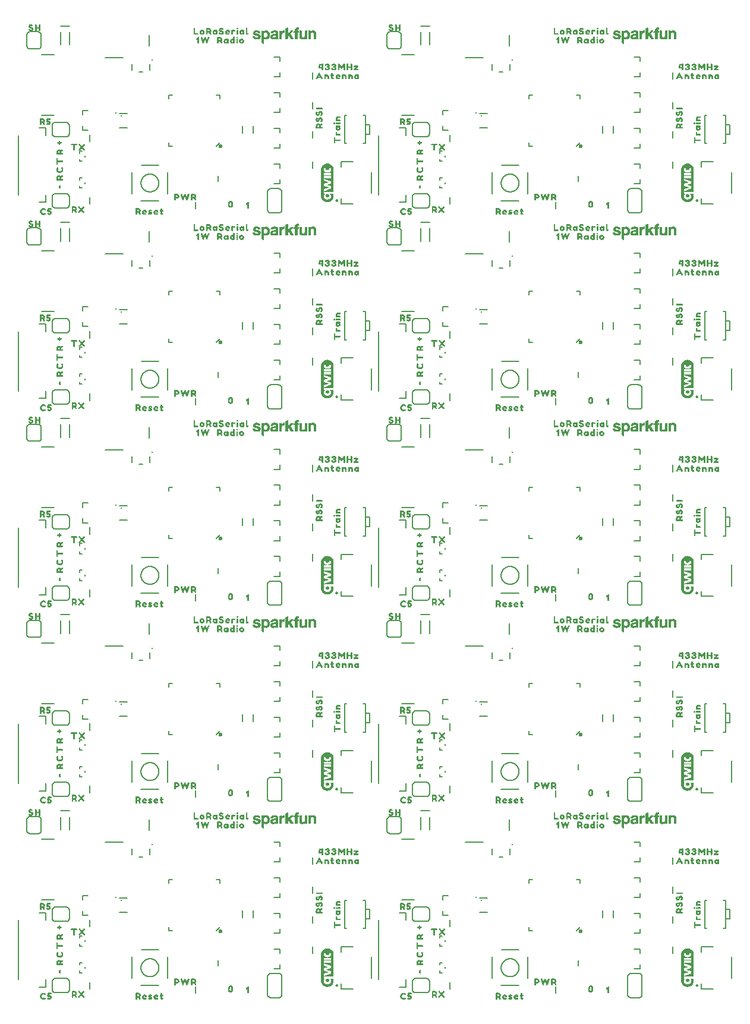
<source format=gto>
G04 EAGLE Gerber RS-274X export*
G75*
%MOMM*%
%FSLAX34Y34*%
%LPD*%
%INSilkscreen Top*%
%IPPOS*%
%AMOC8*
5,1,8,0,0,1.08239X$1,22.5*%
G01*
%ADD10C,0.254000*%
%ADD11C,0.203200*%
%ADD12C,0.152400*%
%ADD13C,0.600000*%
%ADD14C,0.300000*%

G36*
X956536Y859225D02*
X956536Y859225D01*
X956541Y859224D01*
X958121Y859383D01*
X958125Y859387D01*
X958133Y859386D01*
X959651Y859851D01*
X959653Y859854D01*
X959658Y859854D01*
X960138Y860071D01*
X960139Y860073D01*
X960142Y860073D01*
X961073Y860578D01*
X961074Y860580D01*
X961076Y860581D01*
X961520Y860865D01*
X961522Y860869D01*
X961526Y860870D01*
X962741Y861891D01*
X962742Y861896D01*
X962749Y861899D01*
X963759Y863124D01*
X963760Y863129D01*
X963766Y863134D01*
X964530Y864525D01*
X964530Y864529D01*
X964532Y864530D01*
X964533Y864531D01*
X964533Y864532D01*
X964534Y864532D01*
X964723Y865024D01*
X964723Y865026D01*
X964725Y865028D01*
X965038Y866039D01*
X965038Y866041D01*
X965040Y866044D01*
X965160Y866556D01*
X965159Y866560D01*
X965161Y866565D01*
X965321Y868144D01*
X965319Y868147D01*
X965321Y868151D01*
X965324Y870924D01*
X965313Y870942D01*
X965310Y870963D01*
X965293Y870972D01*
X965287Y870981D01*
X965278Y870980D01*
X965264Y870987D01*
X964877Y871002D01*
X964876Y871002D01*
X964875Y871002D01*
X960640Y871002D01*
X960639Y871002D01*
X960246Y870993D01*
X960235Y870985D01*
X960222Y870987D01*
X960209Y870968D01*
X960189Y870954D01*
X960192Y870941D01*
X960184Y870930D01*
X960199Y870897D01*
X960201Y870887D01*
X960204Y870886D01*
X960205Y870883D01*
X960691Y870452D01*
X961018Y870049D01*
X961281Y869602D01*
X961466Y869117D01*
X961583Y868610D01*
X961636Y868093D01*
X961615Y867571D01*
X961566Y867050D01*
X961447Y866543D01*
X961295Y866045D01*
X961057Y865582D01*
X960796Y865131D01*
X960448Y864743D01*
X960078Y864379D01*
X959655Y864073D01*
X959205Y863812D01*
X958729Y863596D01*
X958233Y863436D01*
X957724Y863311D01*
X957207Y863237D01*
X956684Y863197D01*
X956160Y863192D01*
X955637Y863232D01*
X955119Y863299D01*
X954611Y863425D01*
X954113Y863582D01*
X953638Y863800D01*
X953189Y864061D01*
X952768Y864369D01*
X952400Y864737D01*
X952355Y864787D01*
X952300Y864850D01*
X952244Y864912D01*
X952188Y864975D01*
X952132Y865038D01*
X952054Y865126D01*
X951801Y865580D01*
X951574Y866049D01*
X951422Y866548D01*
X951317Y867057D01*
X951269Y867578D01*
X951260Y868100D01*
X951320Y868617D01*
X951443Y869123D01*
X951634Y869605D01*
X951898Y870053D01*
X952220Y870456D01*
X952768Y870887D01*
X952773Y870902D01*
X952786Y870910D01*
X952783Y870931D01*
X952790Y870951D01*
X952779Y870962D01*
X952777Y870977D01*
X952750Y870990D01*
X952741Y870998D01*
X952735Y870996D01*
X952730Y870999D01*
X952230Y871002D01*
X951701Y871002D01*
X951359Y871005D01*
X951359Y874241D01*
X951359Y874242D01*
X951359Y874259D01*
X964977Y874259D01*
X964979Y874260D01*
X964981Y874259D01*
X965265Y874276D01*
X965282Y874288D01*
X965303Y874291D01*
X965311Y874309D01*
X965320Y874316D01*
X965318Y874325D01*
X965324Y874338D01*
X965324Y905267D01*
X965322Y905269D01*
X965324Y905273D01*
X965173Y906853D01*
X965171Y906855D01*
X965172Y906859D01*
X965075Y907376D01*
X965072Y907379D01*
X965073Y907384D01*
X964591Y908896D01*
X964587Y908899D01*
X964586Y908906D01*
X963829Y910302D01*
X963824Y910305D01*
X963822Y910312D01*
X962823Y911544D01*
X962820Y911545D01*
X962818Y911550D01*
X962436Y911914D01*
X962434Y911914D01*
X962433Y911917D01*
X961616Y912590D01*
X961614Y912591D01*
X961612Y912593D01*
X961181Y912896D01*
X961178Y912897D01*
X961175Y912901D01*
X959773Y913644D01*
X959768Y913644D01*
X959763Y913649D01*
X958246Y914120D01*
X958241Y914118D01*
X958236Y914122D01*
X957713Y914192D01*
X957712Y914192D01*
X957711Y914193D01*
X956657Y914299D01*
X956655Y914298D01*
X956652Y914299D01*
X956125Y914308D01*
X956123Y914306D01*
X956118Y914307D01*
X954538Y914147D01*
X954534Y914144D01*
X954526Y914145D01*
X953010Y913674D01*
X953007Y913671D01*
X953002Y913671D01*
X952524Y913447D01*
X952523Y913446D01*
X952521Y913445D01*
X951590Y912940D01*
X951589Y912938D01*
X951586Y912938D01*
X951146Y912648D01*
X951145Y912645D01*
X951141Y912644D01*
X950324Y911970D01*
X950324Y911969D01*
X950322Y911968D01*
X949929Y911616D01*
X949928Y911612D01*
X949922Y911610D01*
X948912Y910385D01*
X948911Y910379D01*
X948905Y910375D01*
X948146Y908980D01*
X948146Y908976D01*
X948142Y908972D01*
X947959Y908478D01*
X947959Y908476D01*
X947958Y908475D01*
X947644Y907464D01*
X947644Y907461D01*
X947642Y907459D01*
X947528Y906944D01*
X947530Y906941D01*
X947527Y906937D01*
X947421Y905884D01*
X947368Y905358D01*
X947369Y905355D01*
X947368Y905352D01*
X947368Y868300D01*
X947369Y868298D01*
X947368Y868295D01*
X947516Y866714D01*
X947517Y866712D01*
X947516Y866709D01*
X947607Y866190D01*
X947610Y866187D01*
X947609Y866182D01*
X948085Y864668D01*
X948089Y864664D01*
X948090Y864657D01*
X948847Y863261D01*
X948851Y863259D01*
X948853Y863253D01*
X949173Y862833D01*
X949174Y862833D01*
X949174Y862831D01*
X949848Y862015D01*
X949851Y862014D01*
X949853Y862010D01*
X950230Y861642D01*
X950232Y861642D01*
X950234Y861639D01*
X951050Y860965D01*
X951052Y860965D01*
X951054Y860963D01*
X951481Y860654D01*
X951485Y860654D01*
X951488Y860650D01*
X952887Y859900D01*
X952892Y859900D01*
X952898Y859895D01*
X954414Y859424D01*
X954419Y859426D01*
X954424Y859422D01*
X954946Y859345D01*
X954947Y859346D01*
X954949Y859345D01*
X956002Y859239D01*
X956004Y859240D01*
X956006Y859239D01*
X956533Y859224D01*
X956536Y859225D01*
G37*
G36*
X956536Y20797D02*
X956536Y20797D01*
X956541Y20795D01*
X958121Y20954D01*
X958125Y20958D01*
X958133Y20957D01*
X959651Y21422D01*
X959653Y21425D01*
X959658Y21425D01*
X960138Y21643D01*
X960139Y21645D01*
X960142Y21645D01*
X961073Y22150D01*
X961074Y22152D01*
X961076Y22152D01*
X961520Y22437D01*
X961522Y22440D01*
X961526Y22441D01*
X962741Y23463D01*
X962742Y23468D01*
X962749Y23471D01*
X963759Y24696D01*
X963760Y24701D01*
X963766Y24705D01*
X964530Y26096D01*
X964530Y26100D01*
X964532Y26102D01*
X964533Y26103D01*
X964534Y26104D01*
X964723Y26596D01*
X964723Y26598D01*
X964725Y26600D01*
X965038Y27611D01*
X965038Y27613D01*
X965040Y27615D01*
X965160Y28128D01*
X965159Y28131D01*
X965161Y28136D01*
X965321Y29716D01*
X965319Y29718D01*
X965321Y29722D01*
X965324Y32495D01*
X965313Y32514D01*
X965310Y32535D01*
X965293Y32543D01*
X965287Y32553D01*
X965278Y32551D01*
X965264Y32558D01*
X964877Y32574D01*
X964876Y32573D01*
X964875Y32574D01*
X960640Y32574D01*
X960640Y32573D01*
X960639Y32574D01*
X960246Y32564D01*
X960235Y32557D01*
X960222Y32559D01*
X960209Y32539D01*
X960189Y32526D01*
X960192Y32513D01*
X960184Y32502D01*
X960199Y32468D01*
X960201Y32459D01*
X960204Y32458D01*
X960205Y32454D01*
X960691Y32023D01*
X961018Y31621D01*
X961281Y31174D01*
X961466Y30688D01*
X961583Y30182D01*
X961636Y29664D01*
X961615Y29143D01*
X961566Y28622D01*
X961447Y28115D01*
X961295Y27616D01*
X961057Y27153D01*
X960796Y26702D01*
X960448Y26314D01*
X960078Y25950D01*
X959655Y25645D01*
X959205Y25383D01*
X958729Y25168D01*
X958233Y25007D01*
X957724Y24882D01*
X957207Y24808D01*
X956684Y24768D01*
X956160Y24764D01*
X955637Y24804D01*
X955119Y24870D01*
X954611Y24997D01*
X954113Y25154D01*
X953638Y25371D01*
X953189Y25633D01*
X952768Y25940D01*
X952400Y26308D01*
X952355Y26358D01*
X952300Y26421D01*
X952244Y26484D01*
X952188Y26546D01*
X952188Y26547D01*
X952132Y26609D01*
X952054Y26697D01*
X951801Y27152D01*
X951574Y27620D01*
X951422Y28119D01*
X951317Y28629D01*
X951269Y29150D01*
X951260Y29671D01*
X951320Y30188D01*
X951443Y30694D01*
X951634Y31177D01*
X951898Y31624D01*
X952220Y32028D01*
X952768Y32458D01*
X952773Y32473D01*
X952786Y32481D01*
X952783Y32502D01*
X952790Y32523D01*
X952779Y32533D01*
X952777Y32549D01*
X952750Y32561D01*
X952741Y32569D01*
X952735Y32568D01*
X952730Y32570D01*
X952230Y32574D01*
X951701Y32574D01*
X951359Y32577D01*
X951359Y35812D01*
X951359Y35813D01*
X951359Y35830D01*
X964977Y35830D01*
X964979Y35831D01*
X964981Y35830D01*
X965265Y35847D01*
X965282Y35860D01*
X965303Y35863D01*
X965311Y35881D01*
X965320Y35887D01*
X965318Y35896D01*
X965324Y35910D01*
X965324Y66838D01*
X965322Y66841D01*
X965324Y66844D01*
X965173Y68424D01*
X965171Y68427D01*
X965172Y68430D01*
X965075Y68948D01*
X965072Y68950D01*
X965073Y68955D01*
X964591Y70467D01*
X964587Y70470D01*
X964586Y70478D01*
X963829Y71873D01*
X963824Y71876D01*
X963822Y71883D01*
X962823Y73116D01*
X962820Y73117D01*
X962818Y73122D01*
X962436Y73485D01*
X962434Y73485D01*
X962433Y73488D01*
X961616Y74162D01*
X961614Y74162D01*
X961612Y74165D01*
X961181Y74468D01*
X961178Y74468D01*
X961175Y74472D01*
X959773Y75216D01*
X959768Y75215D01*
X959763Y75220D01*
X958246Y75691D01*
X958241Y75690D01*
X958236Y75693D01*
X957713Y75764D01*
X957712Y75763D01*
X957711Y75764D01*
X956657Y75870D01*
X956655Y75869D01*
X956652Y75871D01*
X956125Y75879D01*
X956123Y75877D01*
X956118Y75879D01*
X954538Y75719D01*
X954534Y75715D01*
X954526Y75716D01*
X953010Y75245D01*
X953007Y75242D01*
X953002Y75242D01*
X952524Y75018D01*
X952523Y75017D01*
X952521Y75017D01*
X951590Y74512D01*
X951589Y74510D01*
X951586Y74509D01*
X951146Y74219D01*
X951145Y74216D01*
X951141Y74215D01*
X950324Y73541D01*
X950324Y73540D01*
X950322Y73540D01*
X949929Y73188D01*
X949928Y73184D01*
X949922Y73181D01*
X948912Y71956D01*
X948911Y71951D01*
X948905Y71946D01*
X948146Y70552D01*
X948146Y70548D01*
X948142Y70544D01*
X947959Y70049D01*
X947959Y70048D01*
X947958Y70046D01*
X947644Y69035D01*
X947644Y69033D01*
X947642Y69030D01*
X947528Y68516D01*
X947530Y68513D01*
X947527Y68509D01*
X947421Y67455D01*
X947368Y66929D01*
X947369Y66927D01*
X947368Y66923D01*
X947368Y29872D01*
X947369Y29870D01*
X947368Y29866D01*
X947516Y28285D01*
X947517Y28284D01*
X947516Y28280D01*
X947607Y27762D01*
X947610Y27759D01*
X947609Y27754D01*
X948085Y26239D01*
X948089Y26236D01*
X948090Y26228D01*
X948847Y24833D01*
X948851Y24830D01*
X948853Y24824D01*
X949173Y24405D01*
X949174Y24404D01*
X949174Y24403D01*
X949848Y23586D01*
X949851Y23585D01*
X949853Y23581D01*
X950230Y23214D01*
X950232Y23213D01*
X950234Y23210D01*
X951050Y22536D01*
X951052Y22536D01*
X951054Y22534D01*
X951481Y22225D01*
X951485Y22225D01*
X951488Y22221D01*
X952887Y21471D01*
X952892Y21472D01*
X952898Y21467D01*
X954414Y20996D01*
X954419Y20997D01*
X954424Y20994D01*
X954946Y20917D01*
X954947Y20917D01*
X954949Y20916D01*
X956002Y20810D01*
X956004Y20811D01*
X956006Y20810D01*
X956533Y20795D01*
X956536Y20797D01*
G37*
G36*
X956536Y1138727D02*
X956536Y1138727D01*
X956541Y1138725D01*
X958121Y1138885D01*
X958125Y1138888D01*
X958133Y1138887D01*
X959651Y1139352D01*
X959653Y1139355D01*
X959658Y1139355D01*
X960138Y1139573D01*
X960139Y1139575D01*
X960142Y1139575D01*
X961073Y1140080D01*
X961074Y1140082D01*
X961076Y1140082D01*
X961520Y1140367D01*
X961522Y1140370D01*
X961526Y1140372D01*
X962741Y1141393D01*
X962742Y1141398D01*
X962749Y1141401D01*
X963759Y1142626D01*
X963760Y1142631D01*
X963766Y1142636D01*
X964530Y1144026D01*
X964530Y1144030D01*
X964532Y1144032D01*
X964533Y1144033D01*
X964534Y1144034D01*
X964723Y1144526D01*
X964723Y1144528D01*
X964725Y1144530D01*
X965038Y1145541D01*
X965038Y1145543D01*
X965040Y1145545D01*
X965160Y1146058D01*
X965159Y1146062D01*
X965161Y1146066D01*
X965321Y1147646D01*
X965319Y1147649D01*
X965321Y1147652D01*
X965324Y1150426D01*
X965313Y1150444D01*
X965310Y1150465D01*
X965293Y1150474D01*
X965287Y1150483D01*
X965278Y1150481D01*
X965264Y1150488D01*
X964877Y1150504D01*
X964876Y1150503D01*
X964875Y1150504D01*
X960640Y1150504D01*
X960639Y1150504D01*
X960246Y1150494D01*
X960235Y1150487D01*
X960222Y1150489D01*
X960209Y1150469D01*
X960189Y1150456D01*
X960192Y1150443D01*
X960184Y1150432D01*
X960199Y1150398D01*
X960201Y1150389D01*
X960204Y1150388D01*
X960205Y1150385D01*
X960691Y1149954D01*
X961018Y1149551D01*
X961281Y1149104D01*
X961466Y1148619D01*
X961583Y1148112D01*
X961636Y1147594D01*
X961615Y1147073D01*
X961566Y1146552D01*
X961447Y1146045D01*
X961295Y1145546D01*
X961057Y1145083D01*
X960796Y1144633D01*
X960448Y1144245D01*
X960078Y1143880D01*
X959655Y1143575D01*
X959205Y1143314D01*
X958729Y1143098D01*
X958233Y1142938D01*
X957724Y1142812D01*
X957207Y1142739D01*
X956684Y1142699D01*
X956160Y1142694D01*
X955637Y1142734D01*
X955119Y1142801D01*
X954611Y1142927D01*
X954113Y1143084D01*
X953638Y1143301D01*
X953189Y1143563D01*
X952768Y1143870D01*
X952400Y1144238D01*
X952355Y1144288D01*
X952300Y1144351D01*
X952244Y1144414D01*
X952188Y1144477D01*
X952132Y1144539D01*
X952054Y1144627D01*
X951801Y1145082D01*
X951574Y1145550D01*
X951422Y1146049D01*
X951317Y1146559D01*
X951269Y1147080D01*
X951260Y1147601D01*
X951320Y1148119D01*
X951443Y1148624D01*
X951634Y1149107D01*
X951898Y1149554D01*
X952220Y1149958D01*
X952768Y1150388D01*
X952773Y1150403D01*
X952786Y1150411D01*
X952783Y1150433D01*
X952790Y1150453D01*
X952779Y1150463D01*
X952777Y1150479D01*
X952750Y1150491D01*
X952741Y1150499D01*
X952735Y1150498D01*
X952730Y1150501D01*
X952230Y1150504D01*
X951701Y1150504D01*
X951359Y1150507D01*
X951359Y1153742D01*
X951359Y1153743D01*
X951359Y1153760D01*
X964977Y1153760D01*
X964979Y1153761D01*
X964981Y1153761D01*
X965265Y1153777D01*
X965282Y1153790D01*
X965303Y1153793D01*
X965311Y1153811D01*
X965320Y1153818D01*
X965318Y1153827D01*
X965324Y1153840D01*
X965324Y1184768D01*
X965322Y1184771D01*
X965324Y1184774D01*
X965173Y1186355D01*
X965171Y1186357D01*
X965172Y1186360D01*
X965075Y1186878D01*
X965072Y1186881D01*
X965073Y1186885D01*
X964591Y1188397D01*
X964587Y1188401D01*
X964586Y1188408D01*
X963829Y1189804D01*
X963824Y1189806D01*
X963822Y1189813D01*
X962823Y1191046D01*
X962820Y1191047D01*
X962818Y1191052D01*
X962436Y1191415D01*
X962434Y1191416D01*
X962433Y1191418D01*
X961616Y1192092D01*
X961614Y1192092D01*
X961612Y1192095D01*
X961181Y1192398D01*
X961178Y1192398D01*
X961175Y1192402D01*
X959773Y1193146D01*
X959768Y1193146D01*
X959763Y1193151D01*
X958246Y1193621D01*
X958241Y1193620D01*
X958236Y1193624D01*
X957713Y1193694D01*
X957712Y1193694D01*
X957711Y1193694D01*
X956657Y1193800D01*
X956655Y1193799D01*
X956652Y1193801D01*
X956125Y1193809D01*
X956123Y1193807D01*
X956118Y1193809D01*
X954538Y1193649D01*
X954534Y1193645D01*
X954526Y1193646D01*
X953010Y1193175D01*
X953007Y1193172D01*
X953002Y1193172D01*
X952524Y1192949D01*
X952523Y1192947D01*
X952521Y1192947D01*
X951590Y1192442D01*
X951589Y1192440D01*
X951586Y1192439D01*
X951146Y1192149D01*
X951145Y1192147D01*
X951141Y1192145D01*
X950324Y1191472D01*
X950324Y1191470D01*
X950322Y1191470D01*
X949929Y1191118D01*
X949928Y1191114D01*
X949922Y1191111D01*
X948912Y1189886D01*
X948911Y1189881D01*
X948905Y1189876D01*
X948146Y1188482D01*
X948146Y1188478D01*
X948142Y1188474D01*
X947959Y1187979D01*
X947959Y1187978D01*
X947958Y1187976D01*
X947644Y1186965D01*
X947644Y1186963D01*
X947642Y1186960D01*
X947528Y1186446D01*
X947530Y1186443D01*
X947527Y1186439D01*
X947421Y1185385D01*
X947368Y1184860D01*
X947369Y1184857D01*
X947368Y1184853D01*
X947368Y1147802D01*
X947369Y1147800D01*
X947368Y1147796D01*
X947516Y1146216D01*
X947517Y1146214D01*
X947516Y1146211D01*
X947607Y1145692D01*
X947610Y1145689D01*
X947609Y1145684D01*
X948085Y1144169D01*
X948089Y1144166D01*
X948090Y1144158D01*
X948847Y1142763D01*
X948851Y1142761D01*
X948853Y1142755D01*
X949173Y1142335D01*
X949174Y1142335D01*
X949174Y1142333D01*
X949848Y1141517D01*
X949851Y1141516D01*
X949853Y1141512D01*
X950230Y1141144D01*
X950232Y1141143D01*
X950234Y1141140D01*
X951050Y1140467D01*
X951052Y1140466D01*
X951054Y1140464D01*
X951481Y1140156D01*
X951485Y1140155D01*
X951488Y1140151D01*
X952887Y1139401D01*
X952892Y1139402D01*
X952898Y1139397D01*
X954414Y1138926D01*
X954419Y1138927D01*
X954424Y1138924D01*
X954946Y1138847D01*
X954947Y1138848D01*
X954949Y1138847D01*
X956002Y1138740D01*
X956004Y1138741D01*
X956006Y1138740D01*
X956533Y1138725D01*
X956536Y1138727D01*
G37*
G36*
X956536Y300273D02*
X956536Y300273D01*
X956541Y300271D01*
X958121Y300431D01*
X958125Y300434D01*
X958133Y300433D01*
X959651Y300898D01*
X959653Y300901D01*
X959658Y300901D01*
X960138Y301119D01*
X960139Y301121D01*
X960142Y301121D01*
X961073Y301626D01*
X961074Y301628D01*
X961076Y301628D01*
X961520Y301913D01*
X961522Y301916D01*
X961526Y301918D01*
X962741Y302939D01*
X962742Y302944D01*
X962749Y302947D01*
X963759Y304172D01*
X963760Y304177D01*
X963766Y304182D01*
X964530Y305572D01*
X964530Y305576D01*
X964532Y305578D01*
X964533Y305579D01*
X964534Y305580D01*
X964723Y306072D01*
X964723Y306074D01*
X964725Y306076D01*
X965038Y307087D01*
X965038Y307089D01*
X965040Y307091D01*
X965160Y307604D01*
X965159Y307608D01*
X965161Y307612D01*
X965321Y309192D01*
X965319Y309195D01*
X965321Y309198D01*
X965324Y311972D01*
X965313Y311990D01*
X965310Y312011D01*
X965293Y312020D01*
X965287Y312029D01*
X965278Y312027D01*
X965264Y312034D01*
X964877Y312050D01*
X964876Y312049D01*
X964875Y312050D01*
X960640Y312050D01*
X960639Y312050D01*
X960246Y312040D01*
X960235Y312033D01*
X960222Y312035D01*
X960209Y312015D01*
X960189Y312002D01*
X960192Y311989D01*
X960184Y311978D01*
X960199Y311944D01*
X960201Y311935D01*
X960204Y311934D01*
X960205Y311931D01*
X960691Y311500D01*
X961018Y311097D01*
X961281Y310650D01*
X961466Y310165D01*
X961583Y309658D01*
X961636Y309140D01*
X961615Y308619D01*
X961566Y308098D01*
X961447Y307591D01*
X961295Y307092D01*
X961057Y306629D01*
X960796Y306179D01*
X960448Y305791D01*
X960078Y305426D01*
X959655Y305121D01*
X959205Y304860D01*
X958729Y304644D01*
X958233Y304484D01*
X957724Y304358D01*
X957207Y304285D01*
X956684Y304245D01*
X956160Y304240D01*
X955637Y304280D01*
X955119Y304347D01*
X954611Y304473D01*
X954113Y304630D01*
X953638Y304847D01*
X953189Y305109D01*
X952768Y305416D01*
X952400Y305784D01*
X952355Y305834D01*
X952300Y305897D01*
X952244Y305960D01*
X952188Y306023D01*
X952132Y306085D01*
X952054Y306173D01*
X951801Y306628D01*
X951574Y307096D01*
X951422Y307595D01*
X951317Y308105D01*
X951269Y308626D01*
X951260Y309147D01*
X951320Y309665D01*
X951443Y310170D01*
X951634Y310653D01*
X951898Y311100D01*
X952220Y311504D01*
X952768Y311934D01*
X952773Y311949D01*
X952786Y311957D01*
X952783Y311979D01*
X952790Y311999D01*
X952779Y312009D01*
X952777Y312025D01*
X952750Y312037D01*
X952741Y312045D01*
X952735Y312044D01*
X952730Y312047D01*
X952230Y312050D01*
X951701Y312050D01*
X951359Y312053D01*
X951359Y315288D01*
X951359Y315289D01*
X951359Y315306D01*
X964977Y315306D01*
X964979Y315307D01*
X964981Y315307D01*
X965265Y315323D01*
X965282Y315336D01*
X965303Y315339D01*
X965311Y315357D01*
X965320Y315364D01*
X965318Y315373D01*
X965324Y315386D01*
X965324Y346314D01*
X965322Y346317D01*
X965324Y346320D01*
X965173Y347901D01*
X965171Y347903D01*
X965172Y347906D01*
X965075Y348424D01*
X965072Y348427D01*
X965073Y348431D01*
X964591Y349943D01*
X964587Y349947D01*
X964586Y349954D01*
X963829Y351350D01*
X963824Y351352D01*
X963822Y351359D01*
X962823Y352592D01*
X962820Y352593D01*
X962818Y352598D01*
X962436Y352961D01*
X962434Y352962D01*
X962433Y352964D01*
X961616Y353638D01*
X961614Y353638D01*
X961612Y353641D01*
X961181Y353944D01*
X961178Y353944D01*
X961175Y353948D01*
X959773Y354692D01*
X959768Y354692D01*
X959763Y354697D01*
X958246Y355167D01*
X958241Y355166D01*
X958236Y355170D01*
X957713Y355240D01*
X957712Y355240D01*
X957711Y355240D01*
X956657Y355346D01*
X956655Y355345D01*
X956652Y355347D01*
X956125Y355355D01*
X956123Y355353D01*
X956118Y355355D01*
X954538Y355195D01*
X954534Y355191D01*
X954526Y355192D01*
X953010Y354721D01*
X953007Y354718D01*
X953002Y354718D01*
X952524Y354495D01*
X952523Y354493D01*
X952521Y354493D01*
X951590Y353988D01*
X951589Y353986D01*
X951586Y353985D01*
X951146Y353695D01*
X951145Y353693D01*
X951141Y353691D01*
X950324Y353018D01*
X950324Y353016D01*
X950322Y353016D01*
X949929Y352664D01*
X949928Y352660D01*
X949922Y352657D01*
X948912Y351432D01*
X948911Y351427D01*
X948905Y351422D01*
X948146Y350028D01*
X948146Y350024D01*
X948142Y350020D01*
X947959Y349525D01*
X947959Y349524D01*
X947958Y349522D01*
X947644Y348511D01*
X947644Y348509D01*
X947642Y348506D01*
X947528Y347992D01*
X947530Y347989D01*
X947527Y347985D01*
X947421Y346931D01*
X947368Y346406D01*
X947369Y346403D01*
X947368Y346399D01*
X947368Y309348D01*
X947369Y309346D01*
X947368Y309342D01*
X947516Y307762D01*
X947517Y307760D01*
X947516Y307757D01*
X947607Y307238D01*
X947610Y307235D01*
X947609Y307230D01*
X948085Y305715D01*
X948089Y305712D01*
X948090Y305704D01*
X948847Y304309D01*
X948851Y304307D01*
X948853Y304301D01*
X949173Y303881D01*
X949174Y303881D01*
X949174Y303879D01*
X949848Y303063D01*
X949851Y303062D01*
X949853Y303058D01*
X950230Y302690D01*
X950232Y302689D01*
X950234Y302686D01*
X951050Y302013D01*
X951052Y302012D01*
X951054Y302010D01*
X951481Y301702D01*
X951485Y301701D01*
X951488Y301697D01*
X952887Y300947D01*
X952892Y300948D01*
X952898Y300943D01*
X954414Y300472D01*
X954419Y300473D01*
X954424Y300470D01*
X954946Y300393D01*
X954947Y300394D01*
X954949Y300393D01*
X956002Y300286D01*
X956004Y300287D01*
X956006Y300286D01*
X956533Y300271D01*
X956536Y300273D01*
G37*
G36*
X956536Y579749D02*
X956536Y579749D01*
X956541Y579748D01*
X958121Y579907D01*
X958125Y579910D01*
X958133Y579909D01*
X959651Y580375D01*
X959653Y580377D01*
X959658Y580377D01*
X960138Y580595D01*
X960139Y580597D01*
X960142Y580597D01*
X961073Y581102D01*
X961074Y581104D01*
X961076Y581104D01*
X961520Y581389D01*
X961522Y581392D01*
X961526Y581394D01*
X962741Y582415D01*
X962742Y582420D01*
X962749Y582423D01*
X963759Y583648D01*
X963760Y583653D01*
X963766Y583658D01*
X964530Y585049D01*
X964530Y585053D01*
X964532Y585054D01*
X964533Y585055D01*
X964533Y585056D01*
X964534Y585056D01*
X964723Y585548D01*
X964723Y585550D01*
X964725Y585552D01*
X965038Y586563D01*
X965038Y586565D01*
X965040Y586567D01*
X965160Y587080D01*
X965159Y587084D01*
X965161Y587088D01*
X965321Y588668D01*
X965319Y588671D01*
X965321Y588674D01*
X965324Y591448D01*
X965313Y591466D01*
X965310Y591487D01*
X965293Y591496D01*
X965287Y591505D01*
X965278Y591504D01*
X965264Y591511D01*
X964877Y591526D01*
X964876Y591526D01*
X964875Y591526D01*
X960640Y591526D01*
X960639Y591526D01*
X960246Y591516D01*
X960235Y591509D01*
X960222Y591511D01*
X960209Y591491D01*
X960189Y591478D01*
X960192Y591465D01*
X960184Y591454D01*
X960199Y591421D01*
X960201Y591411D01*
X960204Y591410D01*
X960205Y591407D01*
X960691Y590976D01*
X961018Y590573D01*
X961281Y590126D01*
X961466Y589641D01*
X961583Y589134D01*
X961636Y588616D01*
X961615Y588095D01*
X961566Y587574D01*
X961447Y587067D01*
X961295Y586568D01*
X961057Y586105D01*
X960796Y585655D01*
X960448Y585267D01*
X960078Y584903D01*
X959655Y584597D01*
X959205Y584336D01*
X958729Y584120D01*
X958233Y583960D01*
X957724Y583834D01*
X957207Y583761D01*
X956684Y583721D01*
X956160Y583716D01*
X955637Y583756D01*
X955119Y583823D01*
X954611Y583949D01*
X954113Y584106D01*
X953638Y584323D01*
X953189Y584585D01*
X952768Y584892D01*
X952400Y585260D01*
X952355Y585311D01*
X952300Y585373D01*
X952244Y585436D01*
X952188Y585499D01*
X952132Y585562D01*
X952054Y585650D01*
X951801Y586104D01*
X951574Y586572D01*
X951422Y587072D01*
X951317Y587581D01*
X951269Y588102D01*
X951260Y588624D01*
X951320Y589141D01*
X951443Y589646D01*
X951634Y590129D01*
X951898Y590577D01*
X952220Y590980D01*
X952768Y591411D01*
X952773Y591425D01*
X952786Y591434D01*
X952783Y591455D01*
X952790Y591475D01*
X952779Y591486D01*
X952777Y591501D01*
X952750Y591514D01*
X952741Y591522D01*
X952735Y591520D01*
X952730Y591523D01*
X952230Y591526D01*
X951701Y591526D01*
X951359Y591529D01*
X951359Y594764D01*
X951359Y594765D01*
X951359Y594766D01*
X951359Y594783D01*
X964977Y594783D01*
X964979Y594784D01*
X964981Y594783D01*
X965265Y594800D01*
X965282Y594812D01*
X965303Y594815D01*
X965311Y594833D01*
X965320Y594840D01*
X965318Y594849D01*
X965324Y594862D01*
X965324Y625791D01*
X965322Y625793D01*
X965324Y625797D01*
X965173Y627377D01*
X965171Y627379D01*
X965172Y627383D01*
X965075Y627900D01*
X965072Y627903D01*
X965073Y627908D01*
X964591Y629419D01*
X964587Y629423D01*
X964586Y629430D01*
X963829Y630826D01*
X963824Y630828D01*
X963822Y630835D01*
X962823Y632068D01*
X962820Y632069D01*
X962818Y632074D01*
X962436Y632437D01*
X962434Y632438D01*
X962433Y632440D01*
X961616Y633114D01*
X961614Y633114D01*
X961612Y633117D01*
X961181Y633420D01*
X961178Y633420D01*
X961175Y633424D01*
X959773Y634168D01*
X959768Y634168D01*
X959763Y634173D01*
X958246Y634643D01*
X958241Y634642D01*
X958236Y634646D01*
X957713Y634716D01*
X957712Y634716D01*
X957711Y634717D01*
X956657Y634823D01*
X956655Y634822D01*
X956652Y634823D01*
X956125Y634831D01*
X956123Y634830D01*
X956118Y634831D01*
X954538Y634671D01*
X954534Y634667D01*
X954526Y634668D01*
X953010Y634198D01*
X953007Y634195D01*
X953002Y634195D01*
X952524Y633971D01*
X952523Y633969D01*
X952521Y633969D01*
X951590Y633464D01*
X951589Y633462D01*
X951586Y633461D01*
X951146Y633172D01*
X951145Y633169D01*
X951141Y633168D01*
X950324Y632494D01*
X950324Y632493D01*
X950322Y632492D01*
X949929Y632140D01*
X949928Y632136D01*
X949922Y632133D01*
X948912Y630909D01*
X948911Y630903D01*
X948905Y630899D01*
X948146Y629504D01*
X948146Y629500D01*
X948142Y629496D01*
X947959Y629002D01*
X947959Y629000D01*
X947958Y628998D01*
X947644Y627987D01*
X947644Y627985D01*
X947642Y627982D01*
X947528Y627468D01*
X947530Y627465D01*
X947527Y627461D01*
X947421Y626408D01*
X947368Y625882D01*
X947369Y625879D01*
X947368Y625876D01*
X947368Y588824D01*
X947369Y588822D01*
X947368Y588818D01*
X947516Y587238D01*
X947517Y587236D01*
X947516Y587233D01*
X947607Y586714D01*
X947610Y586711D01*
X947609Y586706D01*
X948085Y585192D01*
X948089Y585188D01*
X948090Y585181D01*
X948847Y583785D01*
X948851Y583783D01*
X948853Y583777D01*
X949173Y583357D01*
X949174Y583357D01*
X949174Y583355D01*
X949848Y582539D01*
X949851Y582538D01*
X949853Y582534D01*
X950230Y582166D01*
X950232Y582166D01*
X950234Y582163D01*
X951050Y581489D01*
X951052Y581489D01*
X951054Y581486D01*
X951481Y581178D01*
X951485Y581178D01*
X951488Y581173D01*
X952887Y580424D01*
X952892Y580424D01*
X952898Y580419D01*
X954414Y579948D01*
X954419Y579949D01*
X954424Y579946D01*
X954946Y579869D01*
X954947Y579870D01*
X954949Y579869D01*
X956002Y579763D01*
X956004Y579764D01*
X956006Y579762D01*
X956533Y579747D01*
X956536Y579749D01*
G37*
G36*
X443456Y20797D02*
X443456Y20797D01*
X443461Y20795D01*
X445041Y20954D01*
X445045Y20958D01*
X445053Y20957D01*
X446571Y21422D01*
X446573Y21425D01*
X446578Y21425D01*
X447058Y21643D01*
X447059Y21645D01*
X447062Y21645D01*
X447993Y22150D01*
X447994Y22152D01*
X447996Y22152D01*
X448440Y22437D01*
X448442Y22440D01*
X448446Y22441D01*
X449661Y23463D01*
X449662Y23468D01*
X449669Y23471D01*
X450679Y24696D01*
X450680Y24701D01*
X450686Y24705D01*
X451450Y26096D01*
X451450Y26100D01*
X451452Y26102D01*
X451453Y26103D01*
X451454Y26104D01*
X451643Y26596D01*
X451643Y26598D01*
X451645Y26600D01*
X451958Y27611D01*
X451958Y27613D01*
X451960Y27615D01*
X452080Y28128D01*
X452079Y28131D01*
X452081Y28136D01*
X452241Y29716D01*
X452239Y29718D01*
X452241Y29722D01*
X452244Y32495D01*
X452233Y32514D01*
X452230Y32535D01*
X452213Y32543D01*
X452207Y32553D01*
X452198Y32551D01*
X452184Y32558D01*
X451797Y32574D01*
X451796Y32573D01*
X451795Y32574D01*
X447560Y32574D01*
X447560Y32573D01*
X447559Y32574D01*
X447166Y32564D01*
X447155Y32557D01*
X447142Y32559D01*
X447129Y32539D01*
X447109Y32526D01*
X447112Y32513D01*
X447104Y32502D01*
X447119Y32468D01*
X447121Y32459D01*
X447124Y32458D01*
X447125Y32454D01*
X447611Y32023D01*
X447938Y31621D01*
X448201Y31174D01*
X448386Y30688D01*
X448503Y30182D01*
X448556Y29664D01*
X448535Y29143D01*
X448486Y28622D01*
X448367Y28115D01*
X448215Y27616D01*
X447977Y27153D01*
X447716Y26702D01*
X447368Y26314D01*
X446998Y25950D01*
X446575Y25645D01*
X446125Y25383D01*
X445649Y25168D01*
X445153Y25007D01*
X444644Y24882D01*
X444127Y24808D01*
X443604Y24768D01*
X443080Y24764D01*
X442557Y24804D01*
X442039Y24870D01*
X441531Y24997D01*
X441033Y25154D01*
X440558Y25371D01*
X440109Y25633D01*
X439688Y25940D01*
X439320Y26308D01*
X439275Y26358D01*
X439220Y26421D01*
X439164Y26484D01*
X439108Y26546D01*
X439108Y26547D01*
X439052Y26609D01*
X438974Y26697D01*
X438721Y27152D01*
X438494Y27620D01*
X438342Y28119D01*
X438237Y28629D01*
X438189Y29150D01*
X438180Y29671D01*
X438240Y30188D01*
X438363Y30694D01*
X438554Y31177D01*
X438818Y31624D01*
X439140Y32028D01*
X439688Y32458D01*
X439693Y32473D01*
X439706Y32481D01*
X439703Y32502D01*
X439710Y32523D01*
X439699Y32533D01*
X439697Y32549D01*
X439670Y32561D01*
X439661Y32569D01*
X439655Y32568D01*
X439650Y32570D01*
X439150Y32574D01*
X438621Y32574D01*
X438279Y32577D01*
X438279Y35812D01*
X438279Y35813D01*
X438279Y35830D01*
X451897Y35830D01*
X451899Y35831D01*
X451901Y35830D01*
X452185Y35847D01*
X452202Y35860D01*
X452223Y35863D01*
X452231Y35881D01*
X452240Y35887D01*
X452238Y35896D01*
X452244Y35910D01*
X452244Y66838D01*
X452242Y66841D01*
X452244Y66844D01*
X452093Y68424D01*
X452091Y68427D01*
X452092Y68430D01*
X451995Y68948D01*
X451992Y68950D01*
X451993Y68955D01*
X451511Y70467D01*
X451507Y70470D01*
X451506Y70478D01*
X450749Y71873D01*
X450744Y71876D01*
X450742Y71883D01*
X449743Y73116D01*
X449740Y73117D01*
X449738Y73122D01*
X449356Y73485D01*
X449354Y73485D01*
X449353Y73488D01*
X448536Y74162D01*
X448534Y74162D01*
X448532Y74165D01*
X448101Y74468D01*
X448098Y74468D01*
X448095Y74472D01*
X446693Y75216D01*
X446688Y75215D01*
X446683Y75220D01*
X445166Y75691D01*
X445161Y75690D01*
X445156Y75693D01*
X444633Y75764D01*
X444632Y75763D01*
X444631Y75764D01*
X443577Y75870D01*
X443575Y75869D01*
X443572Y75871D01*
X443045Y75879D01*
X443043Y75877D01*
X443038Y75879D01*
X441458Y75719D01*
X441454Y75715D01*
X441446Y75716D01*
X439930Y75245D01*
X439927Y75242D01*
X439922Y75242D01*
X439444Y75018D01*
X439443Y75017D01*
X439441Y75017D01*
X438510Y74512D01*
X438509Y74510D01*
X438506Y74509D01*
X438066Y74219D01*
X438065Y74216D01*
X438061Y74215D01*
X437244Y73541D01*
X437244Y73540D01*
X437242Y73540D01*
X436849Y73188D01*
X436848Y73184D01*
X436842Y73181D01*
X435832Y71956D01*
X435831Y71951D01*
X435825Y71946D01*
X435066Y70552D01*
X435066Y70548D01*
X435062Y70544D01*
X434879Y70049D01*
X434879Y70048D01*
X434878Y70046D01*
X434564Y69035D01*
X434564Y69033D01*
X434562Y69030D01*
X434448Y68516D01*
X434450Y68513D01*
X434447Y68509D01*
X434341Y67455D01*
X434288Y66929D01*
X434289Y66927D01*
X434288Y66923D01*
X434288Y29872D01*
X434289Y29870D01*
X434288Y29866D01*
X434436Y28285D01*
X434437Y28284D01*
X434436Y28280D01*
X434527Y27762D01*
X434530Y27759D01*
X434529Y27754D01*
X435005Y26239D01*
X435009Y26236D01*
X435010Y26228D01*
X435767Y24833D01*
X435771Y24830D01*
X435773Y24824D01*
X436093Y24405D01*
X436094Y24404D01*
X436094Y24403D01*
X436768Y23586D01*
X436771Y23585D01*
X436773Y23581D01*
X437150Y23214D01*
X437152Y23213D01*
X437154Y23210D01*
X437970Y22536D01*
X437972Y22536D01*
X437974Y22534D01*
X438401Y22225D01*
X438405Y22225D01*
X438408Y22221D01*
X439807Y21471D01*
X439812Y21472D01*
X439818Y21467D01*
X441334Y20996D01*
X441339Y20997D01*
X441344Y20994D01*
X441866Y20917D01*
X441867Y20917D01*
X441869Y20916D01*
X442922Y20810D01*
X442924Y20811D01*
X442926Y20810D01*
X443453Y20795D01*
X443456Y20797D01*
G37*
G36*
X443456Y579749D02*
X443456Y579749D01*
X443461Y579748D01*
X445041Y579907D01*
X445045Y579910D01*
X445053Y579909D01*
X446571Y580375D01*
X446573Y580377D01*
X446578Y580377D01*
X447058Y580595D01*
X447059Y580597D01*
X447062Y580597D01*
X447993Y581102D01*
X447994Y581104D01*
X447996Y581104D01*
X448440Y581389D01*
X448442Y581392D01*
X448446Y581394D01*
X449661Y582415D01*
X449662Y582420D01*
X449669Y582423D01*
X450679Y583648D01*
X450680Y583653D01*
X450686Y583658D01*
X451450Y585049D01*
X451450Y585053D01*
X451452Y585054D01*
X451453Y585055D01*
X451453Y585056D01*
X451454Y585056D01*
X451643Y585548D01*
X451643Y585550D01*
X451645Y585552D01*
X451958Y586563D01*
X451958Y586565D01*
X451960Y586567D01*
X452080Y587080D01*
X452079Y587084D01*
X452081Y587088D01*
X452241Y588668D01*
X452239Y588671D01*
X452241Y588674D01*
X452244Y591448D01*
X452233Y591466D01*
X452230Y591487D01*
X452213Y591496D01*
X452207Y591505D01*
X452198Y591504D01*
X452184Y591511D01*
X451797Y591526D01*
X451796Y591526D01*
X451795Y591526D01*
X447560Y591526D01*
X447559Y591526D01*
X447166Y591516D01*
X447155Y591509D01*
X447142Y591511D01*
X447129Y591491D01*
X447109Y591478D01*
X447112Y591465D01*
X447104Y591454D01*
X447119Y591421D01*
X447121Y591411D01*
X447124Y591410D01*
X447125Y591407D01*
X447611Y590976D01*
X447938Y590573D01*
X448201Y590126D01*
X448386Y589641D01*
X448503Y589134D01*
X448556Y588616D01*
X448535Y588095D01*
X448486Y587574D01*
X448367Y587067D01*
X448215Y586568D01*
X447977Y586105D01*
X447716Y585655D01*
X447368Y585267D01*
X446998Y584903D01*
X446575Y584597D01*
X446125Y584336D01*
X445649Y584120D01*
X445153Y583960D01*
X444644Y583834D01*
X444127Y583761D01*
X443604Y583721D01*
X443080Y583716D01*
X442557Y583756D01*
X442039Y583823D01*
X441531Y583949D01*
X441033Y584106D01*
X440558Y584323D01*
X440109Y584585D01*
X439688Y584892D01*
X439320Y585260D01*
X439275Y585311D01*
X439220Y585373D01*
X439164Y585436D01*
X439108Y585499D01*
X439052Y585562D01*
X438974Y585650D01*
X438721Y586104D01*
X438494Y586572D01*
X438342Y587072D01*
X438237Y587581D01*
X438189Y588102D01*
X438180Y588624D01*
X438240Y589141D01*
X438363Y589646D01*
X438554Y590129D01*
X438818Y590577D01*
X439140Y590980D01*
X439688Y591411D01*
X439693Y591425D01*
X439706Y591434D01*
X439703Y591455D01*
X439710Y591475D01*
X439699Y591486D01*
X439697Y591501D01*
X439670Y591514D01*
X439661Y591522D01*
X439655Y591520D01*
X439650Y591523D01*
X439150Y591526D01*
X438621Y591526D01*
X438279Y591529D01*
X438279Y594764D01*
X438279Y594765D01*
X438279Y594766D01*
X438279Y594783D01*
X451897Y594783D01*
X451899Y594784D01*
X451901Y594783D01*
X452185Y594800D01*
X452202Y594812D01*
X452223Y594815D01*
X452231Y594833D01*
X452240Y594840D01*
X452238Y594849D01*
X452244Y594862D01*
X452244Y625791D01*
X452242Y625793D01*
X452244Y625797D01*
X452093Y627377D01*
X452091Y627379D01*
X452092Y627383D01*
X451995Y627900D01*
X451992Y627903D01*
X451993Y627908D01*
X451511Y629419D01*
X451507Y629423D01*
X451506Y629430D01*
X450749Y630826D01*
X450744Y630828D01*
X450742Y630835D01*
X449743Y632068D01*
X449740Y632069D01*
X449738Y632074D01*
X449356Y632437D01*
X449354Y632438D01*
X449353Y632440D01*
X448536Y633114D01*
X448534Y633114D01*
X448532Y633117D01*
X448101Y633420D01*
X448098Y633420D01*
X448095Y633424D01*
X446693Y634168D01*
X446688Y634168D01*
X446683Y634173D01*
X445166Y634643D01*
X445161Y634642D01*
X445156Y634646D01*
X444633Y634716D01*
X444632Y634716D01*
X444631Y634717D01*
X443577Y634823D01*
X443575Y634822D01*
X443572Y634823D01*
X443045Y634831D01*
X443043Y634830D01*
X443038Y634831D01*
X441458Y634671D01*
X441454Y634667D01*
X441446Y634668D01*
X439930Y634198D01*
X439927Y634195D01*
X439922Y634195D01*
X439444Y633971D01*
X439443Y633969D01*
X439441Y633969D01*
X438510Y633464D01*
X438509Y633462D01*
X438506Y633461D01*
X438066Y633172D01*
X438065Y633169D01*
X438061Y633168D01*
X437244Y632494D01*
X437244Y632493D01*
X437242Y632492D01*
X436849Y632140D01*
X436848Y632136D01*
X436842Y632133D01*
X435832Y630909D01*
X435831Y630903D01*
X435825Y630899D01*
X435066Y629504D01*
X435066Y629500D01*
X435062Y629496D01*
X434879Y629002D01*
X434879Y629000D01*
X434878Y628998D01*
X434564Y627987D01*
X434564Y627985D01*
X434562Y627982D01*
X434448Y627468D01*
X434450Y627465D01*
X434447Y627461D01*
X434341Y626408D01*
X434288Y625882D01*
X434289Y625879D01*
X434288Y625876D01*
X434288Y588824D01*
X434289Y588822D01*
X434288Y588818D01*
X434436Y587238D01*
X434437Y587236D01*
X434436Y587233D01*
X434527Y586714D01*
X434530Y586711D01*
X434529Y586706D01*
X435005Y585192D01*
X435009Y585188D01*
X435010Y585181D01*
X435767Y583785D01*
X435771Y583783D01*
X435773Y583777D01*
X436093Y583357D01*
X436094Y583357D01*
X436094Y583355D01*
X436768Y582539D01*
X436771Y582538D01*
X436773Y582534D01*
X437150Y582166D01*
X437152Y582166D01*
X437154Y582163D01*
X437970Y581489D01*
X437972Y581489D01*
X437974Y581486D01*
X438401Y581178D01*
X438405Y581178D01*
X438408Y581173D01*
X439807Y580424D01*
X439812Y580424D01*
X439818Y580419D01*
X441334Y579948D01*
X441339Y579949D01*
X441344Y579946D01*
X441866Y579869D01*
X441867Y579870D01*
X441869Y579869D01*
X442922Y579763D01*
X442924Y579764D01*
X442926Y579762D01*
X443453Y579747D01*
X443456Y579749D01*
G37*
G36*
X443456Y859225D02*
X443456Y859225D01*
X443461Y859224D01*
X445041Y859383D01*
X445045Y859387D01*
X445053Y859386D01*
X446571Y859851D01*
X446573Y859854D01*
X446578Y859854D01*
X447058Y860071D01*
X447059Y860073D01*
X447062Y860073D01*
X447993Y860578D01*
X447994Y860580D01*
X447996Y860581D01*
X448440Y860865D01*
X448442Y860869D01*
X448446Y860870D01*
X449661Y861891D01*
X449662Y861896D01*
X449669Y861899D01*
X450679Y863124D01*
X450680Y863129D01*
X450686Y863134D01*
X451450Y864525D01*
X451450Y864529D01*
X451452Y864530D01*
X451453Y864531D01*
X451453Y864532D01*
X451454Y864532D01*
X451643Y865024D01*
X451643Y865026D01*
X451645Y865028D01*
X451958Y866039D01*
X451958Y866041D01*
X451960Y866044D01*
X452080Y866556D01*
X452079Y866560D01*
X452081Y866565D01*
X452241Y868144D01*
X452239Y868147D01*
X452241Y868151D01*
X452244Y870924D01*
X452233Y870942D01*
X452230Y870963D01*
X452213Y870972D01*
X452207Y870981D01*
X452198Y870980D01*
X452184Y870987D01*
X451797Y871002D01*
X451796Y871002D01*
X451795Y871002D01*
X447560Y871002D01*
X447559Y871002D01*
X447166Y870993D01*
X447155Y870985D01*
X447142Y870987D01*
X447129Y870968D01*
X447109Y870954D01*
X447112Y870941D01*
X447104Y870930D01*
X447119Y870897D01*
X447121Y870887D01*
X447124Y870886D01*
X447125Y870883D01*
X447611Y870452D01*
X447938Y870049D01*
X448201Y869602D01*
X448386Y869117D01*
X448503Y868610D01*
X448556Y868093D01*
X448535Y867571D01*
X448486Y867050D01*
X448367Y866543D01*
X448215Y866045D01*
X447977Y865582D01*
X447716Y865131D01*
X447368Y864743D01*
X446998Y864379D01*
X446575Y864073D01*
X446125Y863812D01*
X445649Y863596D01*
X445153Y863436D01*
X444644Y863311D01*
X444127Y863237D01*
X443604Y863197D01*
X443080Y863192D01*
X442557Y863232D01*
X442039Y863299D01*
X441531Y863425D01*
X441033Y863582D01*
X440558Y863800D01*
X440109Y864061D01*
X439688Y864369D01*
X439320Y864737D01*
X439275Y864787D01*
X439220Y864850D01*
X439164Y864912D01*
X439108Y864975D01*
X439052Y865038D01*
X438974Y865126D01*
X438721Y865580D01*
X438494Y866049D01*
X438342Y866548D01*
X438237Y867057D01*
X438189Y867578D01*
X438180Y868100D01*
X438240Y868617D01*
X438363Y869123D01*
X438554Y869605D01*
X438818Y870053D01*
X439140Y870456D01*
X439688Y870887D01*
X439693Y870902D01*
X439706Y870910D01*
X439703Y870931D01*
X439710Y870951D01*
X439699Y870962D01*
X439697Y870977D01*
X439670Y870990D01*
X439661Y870998D01*
X439655Y870996D01*
X439650Y870999D01*
X439150Y871002D01*
X438621Y871002D01*
X438279Y871005D01*
X438279Y874241D01*
X438279Y874242D01*
X438279Y874259D01*
X451897Y874259D01*
X451899Y874260D01*
X451901Y874259D01*
X452185Y874276D01*
X452202Y874288D01*
X452223Y874291D01*
X452231Y874309D01*
X452240Y874316D01*
X452238Y874325D01*
X452244Y874338D01*
X452244Y905267D01*
X452242Y905269D01*
X452244Y905273D01*
X452093Y906853D01*
X452091Y906855D01*
X452092Y906859D01*
X451995Y907376D01*
X451992Y907379D01*
X451993Y907384D01*
X451511Y908896D01*
X451507Y908899D01*
X451506Y908906D01*
X450749Y910302D01*
X450744Y910305D01*
X450742Y910312D01*
X449743Y911544D01*
X449740Y911545D01*
X449738Y911550D01*
X449356Y911914D01*
X449354Y911914D01*
X449353Y911917D01*
X448536Y912590D01*
X448534Y912591D01*
X448532Y912593D01*
X448101Y912896D01*
X448098Y912897D01*
X448095Y912901D01*
X446693Y913644D01*
X446688Y913644D01*
X446683Y913649D01*
X445166Y914120D01*
X445161Y914118D01*
X445156Y914122D01*
X444633Y914192D01*
X444632Y914192D01*
X444631Y914193D01*
X443577Y914299D01*
X443575Y914298D01*
X443572Y914299D01*
X443045Y914308D01*
X443043Y914306D01*
X443038Y914307D01*
X441458Y914147D01*
X441454Y914144D01*
X441446Y914145D01*
X439930Y913674D01*
X439927Y913671D01*
X439922Y913671D01*
X439444Y913447D01*
X439443Y913446D01*
X439441Y913445D01*
X438510Y912940D01*
X438509Y912938D01*
X438506Y912938D01*
X438066Y912648D01*
X438065Y912645D01*
X438061Y912644D01*
X437244Y911970D01*
X437244Y911969D01*
X437242Y911968D01*
X436849Y911616D01*
X436848Y911612D01*
X436842Y911610D01*
X435832Y910385D01*
X435831Y910379D01*
X435825Y910375D01*
X435066Y908980D01*
X435066Y908976D01*
X435062Y908972D01*
X434879Y908478D01*
X434879Y908476D01*
X434878Y908475D01*
X434564Y907464D01*
X434564Y907461D01*
X434562Y907459D01*
X434448Y906944D01*
X434450Y906941D01*
X434447Y906937D01*
X434341Y905884D01*
X434288Y905358D01*
X434289Y905355D01*
X434288Y905352D01*
X434288Y868300D01*
X434289Y868298D01*
X434288Y868295D01*
X434436Y866714D01*
X434437Y866712D01*
X434436Y866709D01*
X434527Y866190D01*
X434530Y866187D01*
X434529Y866182D01*
X435005Y864668D01*
X435009Y864664D01*
X435010Y864657D01*
X435767Y863261D01*
X435771Y863259D01*
X435773Y863253D01*
X436093Y862833D01*
X436094Y862833D01*
X436094Y862831D01*
X436768Y862015D01*
X436771Y862014D01*
X436773Y862010D01*
X437150Y861642D01*
X437152Y861642D01*
X437154Y861639D01*
X437970Y860965D01*
X437972Y860965D01*
X437974Y860963D01*
X438401Y860654D01*
X438405Y860654D01*
X438408Y860650D01*
X439807Y859900D01*
X439812Y859900D01*
X439818Y859895D01*
X441334Y859424D01*
X441339Y859426D01*
X441344Y859422D01*
X441866Y859345D01*
X441867Y859346D01*
X441869Y859345D01*
X442922Y859239D01*
X442924Y859240D01*
X442926Y859239D01*
X443453Y859224D01*
X443456Y859225D01*
G37*
G36*
X443456Y300273D02*
X443456Y300273D01*
X443461Y300271D01*
X445041Y300431D01*
X445045Y300434D01*
X445053Y300433D01*
X446571Y300898D01*
X446573Y300901D01*
X446578Y300901D01*
X447058Y301119D01*
X447059Y301121D01*
X447062Y301121D01*
X447993Y301626D01*
X447994Y301628D01*
X447996Y301628D01*
X448440Y301913D01*
X448442Y301916D01*
X448446Y301918D01*
X449661Y302939D01*
X449662Y302944D01*
X449669Y302947D01*
X450679Y304172D01*
X450680Y304177D01*
X450686Y304182D01*
X451450Y305572D01*
X451450Y305576D01*
X451452Y305578D01*
X451453Y305579D01*
X451454Y305580D01*
X451643Y306072D01*
X451643Y306074D01*
X451645Y306076D01*
X451958Y307087D01*
X451958Y307089D01*
X451960Y307091D01*
X452080Y307604D01*
X452079Y307608D01*
X452081Y307612D01*
X452241Y309192D01*
X452239Y309195D01*
X452241Y309198D01*
X452244Y311972D01*
X452233Y311990D01*
X452230Y312011D01*
X452213Y312020D01*
X452207Y312029D01*
X452198Y312027D01*
X452184Y312034D01*
X451797Y312050D01*
X451796Y312049D01*
X451795Y312050D01*
X447560Y312050D01*
X447559Y312050D01*
X447166Y312040D01*
X447155Y312033D01*
X447142Y312035D01*
X447129Y312015D01*
X447109Y312002D01*
X447112Y311989D01*
X447104Y311978D01*
X447119Y311944D01*
X447121Y311935D01*
X447124Y311934D01*
X447125Y311931D01*
X447611Y311500D01*
X447938Y311097D01*
X448201Y310650D01*
X448386Y310165D01*
X448503Y309658D01*
X448556Y309140D01*
X448535Y308619D01*
X448486Y308098D01*
X448367Y307591D01*
X448215Y307092D01*
X447977Y306629D01*
X447716Y306179D01*
X447368Y305791D01*
X446998Y305426D01*
X446575Y305121D01*
X446125Y304860D01*
X445649Y304644D01*
X445153Y304484D01*
X444644Y304358D01*
X444127Y304285D01*
X443604Y304245D01*
X443080Y304240D01*
X442557Y304280D01*
X442039Y304347D01*
X441531Y304473D01*
X441033Y304630D01*
X440558Y304847D01*
X440109Y305109D01*
X439688Y305416D01*
X439320Y305784D01*
X439275Y305834D01*
X439220Y305897D01*
X439164Y305960D01*
X439108Y306023D01*
X439052Y306085D01*
X438974Y306173D01*
X438721Y306628D01*
X438494Y307096D01*
X438342Y307595D01*
X438237Y308105D01*
X438189Y308626D01*
X438180Y309147D01*
X438240Y309665D01*
X438363Y310170D01*
X438554Y310653D01*
X438818Y311100D01*
X439140Y311504D01*
X439688Y311934D01*
X439693Y311949D01*
X439706Y311957D01*
X439703Y311979D01*
X439710Y311999D01*
X439699Y312009D01*
X439697Y312025D01*
X439670Y312037D01*
X439661Y312045D01*
X439655Y312044D01*
X439650Y312047D01*
X439150Y312050D01*
X438621Y312050D01*
X438279Y312053D01*
X438279Y315288D01*
X438279Y315289D01*
X438279Y315306D01*
X451897Y315306D01*
X451899Y315307D01*
X451901Y315307D01*
X452185Y315323D01*
X452202Y315336D01*
X452223Y315339D01*
X452231Y315357D01*
X452240Y315364D01*
X452238Y315373D01*
X452244Y315386D01*
X452244Y346314D01*
X452242Y346317D01*
X452244Y346320D01*
X452093Y347901D01*
X452091Y347903D01*
X452092Y347906D01*
X451995Y348424D01*
X451992Y348427D01*
X451993Y348431D01*
X451511Y349943D01*
X451507Y349947D01*
X451506Y349954D01*
X450749Y351350D01*
X450744Y351352D01*
X450742Y351359D01*
X449743Y352592D01*
X449740Y352593D01*
X449738Y352598D01*
X449356Y352961D01*
X449354Y352962D01*
X449353Y352964D01*
X448536Y353638D01*
X448534Y353638D01*
X448532Y353641D01*
X448101Y353944D01*
X448098Y353944D01*
X448095Y353948D01*
X446693Y354692D01*
X446688Y354692D01*
X446683Y354697D01*
X445166Y355167D01*
X445161Y355166D01*
X445156Y355170D01*
X444633Y355240D01*
X444632Y355240D01*
X444631Y355240D01*
X443577Y355346D01*
X443575Y355345D01*
X443572Y355347D01*
X443045Y355355D01*
X443043Y355353D01*
X443038Y355355D01*
X441458Y355195D01*
X441454Y355191D01*
X441446Y355192D01*
X439930Y354721D01*
X439927Y354718D01*
X439922Y354718D01*
X439444Y354495D01*
X439443Y354493D01*
X439441Y354493D01*
X438510Y353988D01*
X438509Y353986D01*
X438506Y353985D01*
X438066Y353695D01*
X438065Y353693D01*
X438061Y353691D01*
X437244Y353018D01*
X437244Y353016D01*
X437242Y353016D01*
X436849Y352664D01*
X436848Y352660D01*
X436842Y352657D01*
X435832Y351432D01*
X435831Y351427D01*
X435825Y351422D01*
X435066Y350028D01*
X435066Y350024D01*
X435062Y350020D01*
X434879Y349525D01*
X434879Y349524D01*
X434878Y349522D01*
X434564Y348511D01*
X434564Y348509D01*
X434562Y348506D01*
X434448Y347992D01*
X434450Y347989D01*
X434447Y347985D01*
X434341Y346931D01*
X434288Y346406D01*
X434289Y346403D01*
X434288Y346399D01*
X434288Y309348D01*
X434289Y309346D01*
X434288Y309342D01*
X434436Y307762D01*
X434437Y307760D01*
X434436Y307757D01*
X434527Y307238D01*
X434530Y307235D01*
X434529Y307230D01*
X435005Y305715D01*
X435009Y305712D01*
X435010Y305704D01*
X435767Y304309D01*
X435771Y304307D01*
X435773Y304301D01*
X436093Y303881D01*
X436094Y303881D01*
X436094Y303879D01*
X436768Y303063D01*
X436771Y303062D01*
X436773Y303058D01*
X437150Y302690D01*
X437152Y302689D01*
X437154Y302686D01*
X437970Y302013D01*
X437972Y302012D01*
X437974Y302010D01*
X438401Y301702D01*
X438405Y301701D01*
X438408Y301697D01*
X439807Y300947D01*
X439812Y300948D01*
X439818Y300943D01*
X441334Y300472D01*
X441339Y300473D01*
X441344Y300470D01*
X441866Y300393D01*
X441867Y300394D01*
X441869Y300393D01*
X442922Y300286D01*
X442924Y300287D01*
X442926Y300286D01*
X443453Y300271D01*
X443456Y300273D01*
G37*
G36*
X443456Y1138727D02*
X443456Y1138727D01*
X443461Y1138725D01*
X445041Y1138885D01*
X445045Y1138888D01*
X445053Y1138887D01*
X446571Y1139352D01*
X446573Y1139355D01*
X446578Y1139355D01*
X447058Y1139573D01*
X447059Y1139575D01*
X447062Y1139575D01*
X447993Y1140080D01*
X447994Y1140082D01*
X447996Y1140082D01*
X448440Y1140367D01*
X448442Y1140370D01*
X448446Y1140372D01*
X449661Y1141393D01*
X449662Y1141398D01*
X449669Y1141401D01*
X450679Y1142626D01*
X450680Y1142631D01*
X450686Y1142636D01*
X451450Y1144026D01*
X451450Y1144030D01*
X451452Y1144032D01*
X451453Y1144033D01*
X451454Y1144034D01*
X451643Y1144526D01*
X451643Y1144528D01*
X451645Y1144530D01*
X451958Y1145541D01*
X451958Y1145543D01*
X451960Y1145545D01*
X452080Y1146058D01*
X452079Y1146062D01*
X452081Y1146066D01*
X452241Y1147646D01*
X452239Y1147649D01*
X452241Y1147652D01*
X452244Y1150426D01*
X452233Y1150444D01*
X452230Y1150465D01*
X452213Y1150474D01*
X452207Y1150483D01*
X452198Y1150481D01*
X452184Y1150488D01*
X451797Y1150504D01*
X451796Y1150503D01*
X451795Y1150504D01*
X447560Y1150504D01*
X447559Y1150504D01*
X447166Y1150494D01*
X447155Y1150487D01*
X447142Y1150489D01*
X447129Y1150469D01*
X447109Y1150456D01*
X447112Y1150443D01*
X447104Y1150432D01*
X447119Y1150398D01*
X447121Y1150389D01*
X447124Y1150388D01*
X447125Y1150385D01*
X447611Y1149954D01*
X447938Y1149551D01*
X448201Y1149104D01*
X448386Y1148619D01*
X448503Y1148112D01*
X448556Y1147594D01*
X448535Y1147073D01*
X448486Y1146552D01*
X448367Y1146045D01*
X448215Y1145546D01*
X447977Y1145083D01*
X447716Y1144633D01*
X447368Y1144245D01*
X446998Y1143880D01*
X446575Y1143575D01*
X446125Y1143314D01*
X445649Y1143098D01*
X445153Y1142938D01*
X444644Y1142812D01*
X444127Y1142739D01*
X443604Y1142699D01*
X443080Y1142694D01*
X442557Y1142734D01*
X442039Y1142801D01*
X441531Y1142927D01*
X441033Y1143084D01*
X440558Y1143301D01*
X440109Y1143563D01*
X439688Y1143870D01*
X439320Y1144238D01*
X439275Y1144288D01*
X439220Y1144351D01*
X439164Y1144414D01*
X439108Y1144477D01*
X439052Y1144539D01*
X438974Y1144627D01*
X438721Y1145082D01*
X438494Y1145550D01*
X438342Y1146049D01*
X438237Y1146559D01*
X438189Y1147080D01*
X438180Y1147601D01*
X438240Y1148119D01*
X438363Y1148624D01*
X438554Y1149107D01*
X438818Y1149554D01*
X439140Y1149958D01*
X439688Y1150388D01*
X439693Y1150403D01*
X439706Y1150411D01*
X439703Y1150433D01*
X439710Y1150453D01*
X439699Y1150463D01*
X439697Y1150479D01*
X439670Y1150491D01*
X439661Y1150499D01*
X439655Y1150498D01*
X439650Y1150501D01*
X439150Y1150504D01*
X438621Y1150504D01*
X438279Y1150507D01*
X438279Y1153742D01*
X438279Y1153743D01*
X438279Y1153760D01*
X451897Y1153760D01*
X451899Y1153761D01*
X451901Y1153761D01*
X452185Y1153777D01*
X452202Y1153790D01*
X452223Y1153793D01*
X452231Y1153811D01*
X452240Y1153818D01*
X452238Y1153827D01*
X452244Y1153840D01*
X452244Y1184768D01*
X452242Y1184771D01*
X452244Y1184774D01*
X452093Y1186355D01*
X452091Y1186357D01*
X452092Y1186360D01*
X451995Y1186878D01*
X451992Y1186881D01*
X451993Y1186885D01*
X451511Y1188397D01*
X451507Y1188401D01*
X451506Y1188408D01*
X450749Y1189804D01*
X450744Y1189806D01*
X450742Y1189813D01*
X449743Y1191046D01*
X449740Y1191047D01*
X449738Y1191052D01*
X449356Y1191415D01*
X449354Y1191416D01*
X449353Y1191418D01*
X448536Y1192092D01*
X448534Y1192092D01*
X448532Y1192095D01*
X448101Y1192398D01*
X448098Y1192398D01*
X448095Y1192402D01*
X446693Y1193146D01*
X446688Y1193146D01*
X446683Y1193151D01*
X445166Y1193621D01*
X445161Y1193620D01*
X445156Y1193624D01*
X444633Y1193694D01*
X444632Y1193694D01*
X444631Y1193694D01*
X443577Y1193800D01*
X443575Y1193799D01*
X443572Y1193801D01*
X443045Y1193809D01*
X443043Y1193807D01*
X443038Y1193809D01*
X441458Y1193649D01*
X441454Y1193645D01*
X441446Y1193646D01*
X439930Y1193175D01*
X439927Y1193172D01*
X439922Y1193172D01*
X439444Y1192949D01*
X439443Y1192947D01*
X439441Y1192947D01*
X438510Y1192442D01*
X438509Y1192440D01*
X438506Y1192439D01*
X438066Y1192149D01*
X438065Y1192147D01*
X438061Y1192145D01*
X437244Y1191472D01*
X437244Y1191470D01*
X437242Y1191470D01*
X436849Y1191118D01*
X436848Y1191114D01*
X436842Y1191111D01*
X435832Y1189886D01*
X435831Y1189881D01*
X435825Y1189876D01*
X435066Y1188482D01*
X435066Y1188478D01*
X435062Y1188474D01*
X434879Y1187979D01*
X434879Y1187978D01*
X434878Y1187976D01*
X434564Y1186965D01*
X434564Y1186963D01*
X434562Y1186960D01*
X434448Y1186446D01*
X434450Y1186443D01*
X434447Y1186439D01*
X434341Y1185385D01*
X434288Y1184860D01*
X434289Y1184857D01*
X434288Y1184853D01*
X434288Y1147802D01*
X434289Y1147800D01*
X434288Y1147796D01*
X434436Y1146216D01*
X434437Y1146214D01*
X434436Y1146211D01*
X434527Y1145692D01*
X434530Y1145689D01*
X434529Y1145684D01*
X435005Y1144169D01*
X435009Y1144166D01*
X435010Y1144158D01*
X435767Y1142763D01*
X435771Y1142761D01*
X435773Y1142755D01*
X436093Y1142335D01*
X436094Y1142335D01*
X436094Y1142333D01*
X436768Y1141517D01*
X436771Y1141516D01*
X436773Y1141512D01*
X437150Y1141144D01*
X437152Y1141143D01*
X437154Y1141140D01*
X437970Y1140467D01*
X437972Y1140466D01*
X437974Y1140464D01*
X438401Y1140156D01*
X438405Y1140155D01*
X438408Y1140151D01*
X439807Y1139401D01*
X439812Y1139402D01*
X439818Y1139397D01*
X441334Y1138926D01*
X441339Y1138927D01*
X441344Y1138924D01*
X441866Y1138847D01*
X441867Y1138848D01*
X441869Y1138847D01*
X442922Y1138740D01*
X442924Y1138741D01*
X442926Y1138740D01*
X443453Y1138725D01*
X443456Y1138727D01*
G37*
G36*
X352451Y1084760D02*
X352451Y1084760D01*
X352496Y1084765D01*
X352515Y1084782D01*
X352540Y1084790D01*
X352594Y1084842D01*
X352782Y1085085D01*
X352796Y1085122D01*
X352811Y1085138D01*
X352812Y1085148D01*
X352823Y1085164D01*
X352829Y1085206D01*
X352833Y1085215D01*
X352832Y1085222D01*
X352834Y1085238D01*
X352834Y1092595D01*
X353310Y1092159D01*
X353319Y1092154D01*
X353343Y1092133D01*
X353899Y1091774D01*
X353909Y1091771D01*
X353935Y1091755D01*
X354543Y1091491D01*
X354553Y1091490D01*
X354560Y1091486D01*
X354565Y1091485D01*
X354580Y1091479D01*
X355221Y1091312D01*
X355231Y1091312D01*
X355257Y1091305D01*
X355916Y1091234D01*
X355925Y1091236D01*
X355948Y1091233D01*
X356611Y1091248D01*
X356619Y1091251D01*
X356641Y1091251D01*
X357297Y1091345D01*
X357305Y1091349D01*
X357329Y1091352D01*
X357967Y1091534D01*
X357975Y1091539D01*
X358000Y1091546D01*
X358605Y1091816D01*
X358613Y1091823D01*
X358638Y1091834D01*
X359196Y1092192D01*
X359202Y1092199D01*
X359225Y1092214D01*
X359725Y1092649D01*
X359730Y1092657D01*
X359749Y1092674D01*
X360184Y1093174D01*
X360188Y1093182D01*
X360203Y1093200D01*
X360570Y1093752D01*
X360572Y1093760D01*
X360584Y1093777D01*
X360884Y1094368D01*
X360885Y1094376D01*
X360894Y1094392D01*
X361130Y1095012D01*
X361130Y1095020D01*
X361137Y1095035D01*
X361312Y1095675D01*
X361312Y1095681D01*
X361317Y1095696D01*
X361434Y1096349D01*
X361433Y1096355D01*
X361437Y1096369D01*
X361499Y1097030D01*
X361497Y1097037D01*
X361500Y1097044D01*
X361491Y1097118D01*
X361372Y1097559D01*
X361392Y1097577D01*
X361428Y1097596D01*
X361444Y1097622D01*
X361467Y1097643D01*
X361478Y1097681D01*
X361498Y1097716D01*
X361503Y1097769D01*
X361505Y1097777D01*
X361504Y1097781D01*
X361505Y1097790D01*
X361467Y1098450D01*
X361465Y1098455D01*
X361465Y1098468D01*
X361448Y1098597D01*
X361415Y1098846D01*
X361382Y1099095D01*
X361378Y1099123D01*
X361375Y1099129D01*
X361375Y1099143D01*
X361235Y1099788D01*
X361232Y1099794D01*
X361229Y1099809D01*
X361034Y1100440D01*
X361030Y1100446D01*
X361025Y1100463D01*
X360770Y1101072D01*
X360765Y1101078D01*
X360758Y1101096D01*
X360438Y1101673D01*
X360432Y1101679D01*
X360421Y1101699D01*
X360033Y1102233D01*
X360026Y1102239D01*
X360012Y1102259D01*
X359556Y1102736D01*
X359548Y1102741D01*
X359530Y1102760D01*
X359011Y1103168D01*
X359002Y1103171D01*
X358981Y1103188D01*
X358408Y1103516D01*
X358399Y1103518D01*
X358376Y1103531D01*
X357762Y1103774D01*
X357752Y1103775D01*
X357730Y1103784D01*
X357089Y1103942D01*
X357080Y1103942D01*
X357059Y1103948D01*
X356403Y1104026D01*
X356396Y1104025D01*
X356377Y1104028D01*
X355717Y1104037D01*
X355709Y1104035D01*
X355687Y1104036D01*
X355031Y1103965D01*
X355022Y1103961D01*
X354995Y1103959D01*
X354356Y1103794D01*
X354347Y1103789D01*
X354317Y1103780D01*
X353714Y1103512D01*
X353706Y1103505D01*
X353674Y1103490D01*
X353131Y1103116D01*
X353124Y1103108D01*
X353096Y1103087D01*
X352677Y1102669D01*
X352677Y1103356D01*
X352674Y1103366D01*
X352676Y1103377D01*
X352654Y1103433D01*
X352638Y1103490D01*
X352629Y1103497D01*
X352626Y1103507D01*
X352577Y1103543D01*
X352532Y1103582D01*
X352522Y1103583D01*
X352513Y1103590D01*
X352440Y1103605D01*
X351909Y1103631D01*
X351899Y1103629D01*
X351853Y1103628D01*
X349902Y1103280D01*
X349893Y1103276D01*
X349869Y1103272D01*
X349299Y1103089D01*
X349259Y1103061D01*
X349214Y1103042D01*
X349202Y1103023D01*
X349184Y1103010D01*
X349164Y1102966D01*
X349137Y1102925D01*
X349132Y1102892D01*
X349128Y1102882D01*
X349130Y1102873D01*
X349126Y1102851D01*
X349126Y1088281D01*
X349128Y1088275D01*
X349127Y1088263D01*
X349174Y1087621D01*
X349195Y1087566D01*
X349210Y1087510D01*
X349221Y1087497D01*
X349223Y1087490D01*
X349232Y1087483D01*
X349257Y1087453D01*
X352231Y1084808D01*
X352254Y1084797D01*
X352272Y1084778D01*
X352316Y1084767D01*
X352357Y1084748D01*
X352383Y1084751D01*
X352408Y1084745D01*
X352451Y1084760D01*
G37*
G36*
X865531Y1084760D02*
X865531Y1084760D01*
X865576Y1084765D01*
X865595Y1084782D01*
X865620Y1084790D01*
X865674Y1084842D01*
X865862Y1085085D01*
X865876Y1085122D01*
X865891Y1085138D01*
X865892Y1085148D01*
X865903Y1085164D01*
X865909Y1085206D01*
X865913Y1085215D01*
X865912Y1085222D01*
X865914Y1085238D01*
X865914Y1092595D01*
X866390Y1092159D01*
X866399Y1092154D01*
X866423Y1092133D01*
X866979Y1091774D01*
X866989Y1091771D01*
X867015Y1091755D01*
X867623Y1091491D01*
X867633Y1091490D01*
X867640Y1091486D01*
X867645Y1091485D01*
X867660Y1091479D01*
X868301Y1091312D01*
X868311Y1091312D01*
X868337Y1091305D01*
X868996Y1091234D01*
X869005Y1091236D01*
X869028Y1091233D01*
X869691Y1091248D01*
X869699Y1091251D01*
X869721Y1091251D01*
X870377Y1091345D01*
X870385Y1091349D01*
X870409Y1091352D01*
X871047Y1091534D01*
X871055Y1091539D01*
X871080Y1091546D01*
X871685Y1091816D01*
X871693Y1091823D01*
X871718Y1091834D01*
X872276Y1092192D01*
X872282Y1092199D01*
X872305Y1092214D01*
X872805Y1092649D01*
X872810Y1092657D01*
X872829Y1092674D01*
X873264Y1093174D01*
X873268Y1093182D01*
X873283Y1093200D01*
X873650Y1093752D01*
X873652Y1093760D01*
X873664Y1093777D01*
X873964Y1094368D01*
X873965Y1094376D01*
X873974Y1094392D01*
X874210Y1095012D01*
X874210Y1095020D01*
X874217Y1095035D01*
X874392Y1095675D01*
X874392Y1095681D01*
X874397Y1095696D01*
X874514Y1096349D01*
X874513Y1096355D01*
X874517Y1096369D01*
X874579Y1097030D01*
X874577Y1097037D01*
X874580Y1097044D01*
X874571Y1097118D01*
X874452Y1097559D01*
X874472Y1097577D01*
X874508Y1097596D01*
X874524Y1097622D01*
X874547Y1097643D01*
X874558Y1097681D01*
X874578Y1097716D01*
X874583Y1097769D01*
X874585Y1097777D01*
X874584Y1097781D01*
X874585Y1097790D01*
X874547Y1098450D01*
X874545Y1098455D01*
X874545Y1098468D01*
X874528Y1098597D01*
X874495Y1098846D01*
X874462Y1099095D01*
X874458Y1099123D01*
X874455Y1099129D01*
X874455Y1099143D01*
X874315Y1099788D01*
X874312Y1099794D01*
X874309Y1099809D01*
X874114Y1100440D01*
X874110Y1100446D01*
X874105Y1100463D01*
X873850Y1101072D01*
X873845Y1101078D01*
X873838Y1101096D01*
X873518Y1101673D01*
X873512Y1101679D01*
X873501Y1101699D01*
X873113Y1102233D01*
X873106Y1102239D01*
X873092Y1102259D01*
X872636Y1102736D01*
X872628Y1102741D01*
X872610Y1102760D01*
X872091Y1103168D01*
X872082Y1103171D01*
X872061Y1103188D01*
X871488Y1103516D01*
X871479Y1103518D01*
X871456Y1103531D01*
X870842Y1103774D01*
X870832Y1103775D01*
X870810Y1103784D01*
X870169Y1103942D01*
X870160Y1103942D01*
X870139Y1103948D01*
X869483Y1104026D01*
X869476Y1104025D01*
X869457Y1104028D01*
X868797Y1104037D01*
X868789Y1104035D01*
X868767Y1104036D01*
X868111Y1103965D01*
X868102Y1103961D01*
X868075Y1103959D01*
X867436Y1103794D01*
X867427Y1103789D01*
X867397Y1103780D01*
X866794Y1103512D01*
X866786Y1103505D01*
X866754Y1103490D01*
X866211Y1103116D01*
X866204Y1103108D01*
X866176Y1103087D01*
X865757Y1102669D01*
X865757Y1103356D01*
X865754Y1103366D01*
X865756Y1103377D01*
X865734Y1103433D01*
X865718Y1103490D01*
X865709Y1103497D01*
X865706Y1103507D01*
X865657Y1103543D01*
X865612Y1103582D01*
X865602Y1103583D01*
X865593Y1103590D01*
X865520Y1103605D01*
X864989Y1103631D01*
X864979Y1103629D01*
X864933Y1103628D01*
X862982Y1103280D01*
X862973Y1103276D01*
X862949Y1103272D01*
X862379Y1103089D01*
X862339Y1103061D01*
X862294Y1103042D01*
X862282Y1103023D01*
X862264Y1103010D01*
X862244Y1102966D01*
X862217Y1102925D01*
X862212Y1102892D01*
X862208Y1102882D01*
X862210Y1102873D01*
X862206Y1102851D01*
X862206Y1088281D01*
X862208Y1088275D01*
X862207Y1088263D01*
X862254Y1087621D01*
X862275Y1087566D01*
X862290Y1087510D01*
X862301Y1087497D01*
X862303Y1087490D01*
X862312Y1087483D01*
X862337Y1087453D01*
X865311Y1084808D01*
X865334Y1084797D01*
X865352Y1084778D01*
X865396Y1084767D01*
X865437Y1084748D01*
X865463Y1084751D01*
X865488Y1084745D01*
X865531Y1084760D01*
G37*
G36*
X865531Y525807D02*
X865531Y525807D01*
X865576Y525813D01*
X865595Y525829D01*
X865620Y525838D01*
X865674Y525889D01*
X865862Y526133D01*
X865876Y526169D01*
X865891Y526186D01*
X865892Y526196D01*
X865903Y526212D01*
X865909Y526253D01*
X865913Y526263D01*
X865912Y526270D01*
X865914Y526285D01*
X865914Y533642D01*
X866390Y533207D01*
X866399Y533202D01*
X866423Y533181D01*
X866979Y532822D01*
X866989Y532819D01*
X867015Y532802D01*
X867623Y532539D01*
X867633Y532537D01*
X867640Y532533D01*
X867645Y532532D01*
X867660Y532526D01*
X868301Y532359D01*
X868311Y532360D01*
X868337Y532353D01*
X868996Y532282D01*
X869005Y532283D01*
X869028Y532280D01*
X869691Y532296D01*
X869699Y532298D01*
X869721Y532298D01*
X870377Y532393D01*
X870385Y532397D01*
X870409Y532400D01*
X871047Y532581D01*
X871055Y532587D01*
X871080Y532594D01*
X871685Y532864D01*
X871693Y532871D01*
X871718Y532882D01*
X872276Y533240D01*
X872282Y533247D01*
X872305Y533261D01*
X872805Y533696D01*
X872810Y533705D01*
X872829Y533721D01*
X873264Y534222D01*
X873268Y534230D01*
X873283Y534247D01*
X873650Y534799D01*
X873652Y534808D01*
X873664Y534825D01*
X873964Y535416D01*
X873965Y535424D01*
X873974Y535440D01*
X874210Y536060D01*
X874210Y536067D01*
X874217Y536083D01*
X874392Y536722D01*
X874392Y536729D01*
X874397Y536744D01*
X874514Y537396D01*
X874513Y537403D01*
X874517Y537417D01*
X874579Y538077D01*
X874577Y538085D01*
X874580Y538092D01*
X874571Y538166D01*
X874452Y538606D01*
X874472Y538625D01*
X874508Y538643D01*
X874524Y538670D01*
X874547Y538690D01*
X874558Y538729D01*
X874578Y538764D01*
X874583Y538816D01*
X874585Y538825D01*
X874584Y538829D01*
X874585Y538838D01*
X874547Y539497D01*
X874545Y539503D01*
X874545Y539516D01*
X874528Y539644D01*
X874495Y539893D01*
X874495Y539894D01*
X874462Y540143D01*
X874458Y540170D01*
X874455Y540176D01*
X874455Y540190D01*
X874315Y540836D01*
X874312Y540842D01*
X874309Y540857D01*
X874114Y541488D01*
X874110Y541494D01*
X874105Y541510D01*
X873850Y542119D01*
X873845Y542125D01*
X873838Y542143D01*
X873518Y542721D01*
X873512Y542727D01*
X873501Y542747D01*
X873113Y543281D01*
X873106Y543286D01*
X873092Y543306D01*
X872636Y543784D01*
X872628Y543788D01*
X872610Y543807D01*
X872091Y544215D01*
X872082Y544219D01*
X872061Y544235D01*
X871488Y544563D01*
X871479Y544566D01*
X871456Y544579D01*
X870842Y544821D01*
X870832Y544822D01*
X870810Y544831D01*
X870169Y544990D01*
X870160Y544990D01*
X870139Y544996D01*
X869483Y545074D01*
X869476Y545073D01*
X869457Y545076D01*
X868797Y545085D01*
X868789Y545082D01*
X868767Y545083D01*
X868111Y545013D01*
X868102Y545009D01*
X868075Y545006D01*
X867436Y544841D01*
X867427Y544836D01*
X867397Y544828D01*
X866794Y544560D01*
X866786Y544553D01*
X866754Y544537D01*
X866211Y544164D01*
X866204Y544156D01*
X866176Y544135D01*
X865757Y543717D01*
X865757Y544403D01*
X865754Y544414D01*
X865756Y544424D01*
X865734Y544480D01*
X865718Y544537D01*
X865709Y544545D01*
X865706Y544555D01*
X865657Y544590D01*
X865612Y544629D01*
X865602Y544631D01*
X865593Y544637D01*
X865520Y544652D01*
X864989Y544679D01*
X864979Y544677D01*
X864933Y544676D01*
X862982Y544328D01*
X862973Y544324D01*
X862949Y544320D01*
X862379Y544136D01*
X862339Y544109D01*
X862294Y544089D01*
X862282Y544070D01*
X862264Y544058D01*
X862244Y544013D01*
X862217Y543973D01*
X862212Y543939D01*
X862208Y543929D01*
X862210Y543921D01*
X862206Y543899D01*
X862206Y529328D01*
X862208Y529323D01*
X862207Y529310D01*
X862254Y528668D01*
X862275Y528614D01*
X862290Y528557D01*
X862301Y528544D01*
X862303Y528537D01*
X862312Y528531D01*
X862337Y528500D01*
X865311Y525855D01*
X865334Y525844D01*
X865352Y525826D01*
X865396Y525815D01*
X865437Y525795D01*
X865463Y525799D01*
X865488Y525793D01*
X865531Y525807D01*
G37*
G36*
X352451Y246331D02*
X352451Y246331D01*
X352496Y246337D01*
X352515Y246353D01*
X352540Y246362D01*
X352594Y246413D01*
X352782Y246657D01*
X352796Y246693D01*
X352811Y246710D01*
X352812Y246720D01*
X352823Y246736D01*
X352829Y246777D01*
X352833Y246787D01*
X352832Y246794D01*
X352834Y246809D01*
X352834Y254166D01*
X353310Y253730D01*
X353319Y253726D01*
X353343Y253705D01*
X353899Y253345D01*
X353909Y253343D01*
X353935Y253326D01*
X354543Y253063D01*
X354553Y253061D01*
X354560Y253057D01*
X354565Y253056D01*
X354580Y253050D01*
X355221Y252883D01*
X355231Y252884D01*
X355257Y252877D01*
X355916Y252806D01*
X355925Y252807D01*
X355948Y252804D01*
X356611Y252820D01*
X356619Y252822D01*
X356641Y252822D01*
X357297Y252917D01*
X357305Y252921D01*
X357329Y252924D01*
X357967Y253105D01*
X357975Y253110D01*
X358000Y253117D01*
X358605Y253388D01*
X358613Y253394D01*
X358638Y253406D01*
X359196Y253764D01*
X359202Y253771D01*
X359225Y253785D01*
X359725Y254220D01*
X359730Y254228D01*
X359749Y254245D01*
X360184Y254745D01*
X360188Y254754D01*
X360203Y254771D01*
X360570Y255323D01*
X360572Y255331D01*
X360584Y255348D01*
X360884Y255940D01*
X360885Y255947D01*
X360894Y255964D01*
X361130Y256584D01*
X361130Y256591D01*
X361137Y256607D01*
X361312Y257246D01*
X361312Y257253D01*
X361317Y257268D01*
X361434Y257920D01*
X361433Y257927D01*
X361437Y257941D01*
X361499Y258601D01*
X361497Y258609D01*
X361500Y258616D01*
X361491Y258690D01*
X361372Y259130D01*
X361392Y259148D01*
X361428Y259167D01*
X361444Y259194D01*
X361467Y259214D01*
X361478Y259253D01*
X361498Y259288D01*
X361503Y259340D01*
X361505Y259349D01*
X361504Y259353D01*
X361505Y259362D01*
X361467Y260021D01*
X361465Y260027D01*
X361465Y260040D01*
X361448Y260168D01*
X361415Y260417D01*
X361382Y260667D01*
X361378Y260694D01*
X361375Y260700D01*
X361375Y260714D01*
X361235Y261360D01*
X361232Y261366D01*
X361229Y261381D01*
X361034Y262011D01*
X361030Y262018D01*
X361025Y262034D01*
X360770Y262643D01*
X360765Y262649D01*
X360758Y262667D01*
X360438Y263245D01*
X360432Y263251D01*
X360421Y263270D01*
X360033Y263804D01*
X360026Y263810D01*
X360012Y263830D01*
X359556Y264307D01*
X359548Y264312D01*
X359530Y264331D01*
X359011Y264739D01*
X359002Y264743D01*
X358981Y264759D01*
X358408Y265087D01*
X358399Y265090D01*
X358376Y265103D01*
X357762Y265345D01*
X357752Y265346D01*
X357730Y265355D01*
X357089Y265514D01*
X357080Y265513D01*
X357059Y265519D01*
X356403Y265598D01*
X356396Y265597D01*
X356377Y265600D01*
X355717Y265608D01*
X355709Y265606D01*
X355687Y265607D01*
X355031Y265536D01*
X355022Y265533D01*
X354995Y265530D01*
X354356Y265365D01*
X354347Y265360D01*
X354317Y265352D01*
X353714Y265084D01*
X353706Y265077D01*
X353674Y265061D01*
X353131Y264688D01*
X353124Y264680D01*
X353096Y264659D01*
X352677Y264240D01*
X352677Y264927D01*
X352674Y264937D01*
X352676Y264948D01*
X352654Y265004D01*
X352638Y265061D01*
X352629Y265068D01*
X352626Y265078D01*
X352577Y265114D01*
X352532Y265153D01*
X352522Y265155D01*
X352513Y265161D01*
X352440Y265176D01*
X351909Y265203D01*
X351899Y265201D01*
X351853Y265199D01*
X349902Y264852D01*
X349893Y264848D01*
X349869Y264844D01*
X349299Y264660D01*
X349259Y264633D01*
X349214Y264613D01*
X349202Y264594D01*
X349184Y264582D01*
X349164Y264537D01*
X349137Y264496D01*
X349132Y264463D01*
X349128Y264453D01*
X349130Y264445D01*
X349126Y264423D01*
X349126Y249852D01*
X349128Y249847D01*
X349127Y249834D01*
X349174Y249192D01*
X349195Y249138D01*
X349210Y249081D01*
X349221Y249068D01*
X349223Y249061D01*
X349232Y249055D01*
X349257Y249024D01*
X352231Y246379D01*
X352254Y246368D01*
X352272Y246350D01*
X352316Y246339D01*
X352357Y246319D01*
X352383Y246323D01*
X352408Y246316D01*
X352451Y246331D01*
G37*
G36*
X352451Y525807D02*
X352451Y525807D01*
X352496Y525813D01*
X352515Y525829D01*
X352540Y525838D01*
X352594Y525889D01*
X352782Y526133D01*
X352796Y526169D01*
X352811Y526186D01*
X352812Y526196D01*
X352823Y526212D01*
X352829Y526253D01*
X352833Y526263D01*
X352832Y526270D01*
X352834Y526285D01*
X352834Y533642D01*
X353310Y533207D01*
X353319Y533202D01*
X353343Y533181D01*
X353899Y532822D01*
X353909Y532819D01*
X353935Y532802D01*
X354543Y532539D01*
X354553Y532537D01*
X354560Y532533D01*
X354565Y532532D01*
X354580Y532526D01*
X355221Y532359D01*
X355231Y532360D01*
X355257Y532353D01*
X355916Y532282D01*
X355925Y532283D01*
X355948Y532280D01*
X356611Y532296D01*
X356619Y532298D01*
X356641Y532298D01*
X357297Y532393D01*
X357305Y532397D01*
X357329Y532400D01*
X357967Y532581D01*
X357975Y532587D01*
X358000Y532594D01*
X358605Y532864D01*
X358613Y532871D01*
X358638Y532882D01*
X359196Y533240D01*
X359202Y533247D01*
X359225Y533261D01*
X359725Y533696D01*
X359730Y533705D01*
X359749Y533721D01*
X360184Y534222D01*
X360188Y534230D01*
X360203Y534247D01*
X360570Y534799D01*
X360572Y534808D01*
X360584Y534825D01*
X360884Y535416D01*
X360885Y535424D01*
X360894Y535440D01*
X361130Y536060D01*
X361130Y536067D01*
X361137Y536083D01*
X361312Y536722D01*
X361312Y536729D01*
X361317Y536744D01*
X361434Y537396D01*
X361433Y537403D01*
X361437Y537417D01*
X361499Y538077D01*
X361497Y538085D01*
X361500Y538092D01*
X361491Y538166D01*
X361372Y538606D01*
X361392Y538625D01*
X361428Y538643D01*
X361444Y538670D01*
X361467Y538690D01*
X361478Y538729D01*
X361498Y538764D01*
X361503Y538816D01*
X361505Y538825D01*
X361504Y538829D01*
X361505Y538838D01*
X361467Y539497D01*
X361465Y539503D01*
X361465Y539516D01*
X361448Y539644D01*
X361415Y539893D01*
X361415Y539894D01*
X361382Y540143D01*
X361378Y540170D01*
X361375Y540176D01*
X361375Y540190D01*
X361235Y540836D01*
X361232Y540842D01*
X361229Y540857D01*
X361034Y541488D01*
X361030Y541494D01*
X361025Y541510D01*
X360770Y542119D01*
X360765Y542125D01*
X360758Y542143D01*
X360438Y542721D01*
X360432Y542727D01*
X360421Y542747D01*
X360033Y543281D01*
X360026Y543286D01*
X360012Y543306D01*
X359556Y543784D01*
X359548Y543788D01*
X359530Y543807D01*
X359011Y544215D01*
X359002Y544219D01*
X358981Y544235D01*
X358408Y544563D01*
X358399Y544566D01*
X358376Y544579D01*
X357762Y544821D01*
X357752Y544822D01*
X357730Y544831D01*
X357089Y544990D01*
X357080Y544990D01*
X357059Y544996D01*
X356403Y545074D01*
X356396Y545073D01*
X356377Y545076D01*
X355717Y545085D01*
X355709Y545082D01*
X355687Y545083D01*
X355031Y545013D01*
X355022Y545009D01*
X354995Y545006D01*
X354356Y544841D01*
X354347Y544836D01*
X354317Y544828D01*
X353714Y544560D01*
X353706Y544553D01*
X353674Y544537D01*
X353131Y544164D01*
X353124Y544156D01*
X353096Y544135D01*
X352677Y543717D01*
X352677Y544403D01*
X352674Y544414D01*
X352676Y544424D01*
X352654Y544480D01*
X352638Y544537D01*
X352629Y544545D01*
X352626Y544555D01*
X352577Y544590D01*
X352532Y544629D01*
X352522Y544631D01*
X352513Y544637D01*
X352440Y544652D01*
X351909Y544679D01*
X351899Y544677D01*
X351853Y544676D01*
X349902Y544328D01*
X349893Y544324D01*
X349869Y544320D01*
X349299Y544136D01*
X349259Y544109D01*
X349214Y544089D01*
X349202Y544070D01*
X349184Y544058D01*
X349164Y544013D01*
X349137Y543973D01*
X349132Y543939D01*
X349128Y543929D01*
X349130Y543921D01*
X349126Y543899D01*
X349126Y529328D01*
X349128Y529323D01*
X349127Y529310D01*
X349174Y528668D01*
X349195Y528614D01*
X349210Y528557D01*
X349221Y528544D01*
X349223Y528537D01*
X349232Y528531D01*
X349257Y528500D01*
X352231Y525855D01*
X352254Y525844D01*
X352272Y525826D01*
X352316Y525815D01*
X352357Y525795D01*
X352383Y525799D01*
X352408Y525793D01*
X352451Y525807D01*
G37*
G36*
X865531Y246331D02*
X865531Y246331D01*
X865576Y246337D01*
X865595Y246353D01*
X865620Y246362D01*
X865674Y246413D01*
X865862Y246657D01*
X865876Y246693D01*
X865891Y246710D01*
X865892Y246720D01*
X865903Y246736D01*
X865909Y246777D01*
X865913Y246787D01*
X865912Y246794D01*
X865914Y246809D01*
X865914Y254166D01*
X866390Y253730D01*
X866399Y253726D01*
X866423Y253705D01*
X866979Y253345D01*
X866989Y253343D01*
X867015Y253326D01*
X867623Y253063D01*
X867633Y253061D01*
X867640Y253057D01*
X867645Y253056D01*
X867660Y253050D01*
X868301Y252883D01*
X868311Y252884D01*
X868337Y252877D01*
X868996Y252806D01*
X869005Y252807D01*
X869028Y252804D01*
X869691Y252820D01*
X869699Y252822D01*
X869721Y252822D01*
X870377Y252917D01*
X870385Y252921D01*
X870409Y252924D01*
X871047Y253105D01*
X871055Y253110D01*
X871080Y253117D01*
X871685Y253388D01*
X871693Y253394D01*
X871718Y253406D01*
X872276Y253764D01*
X872282Y253771D01*
X872305Y253785D01*
X872805Y254220D01*
X872810Y254228D01*
X872829Y254245D01*
X873264Y254745D01*
X873268Y254754D01*
X873283Y254771D01*
X873650Y255323D01*
X873652Y255331D01*
X873664Y255348D01*
X873964Y255940D01*
X873965Y255947D01*
X873974Y255964D01*
X874210Y256584D01*
X874210Y256591D01*
X874217Y256607D01*
X874392Y257246D01*
X874392Y257253D01*
X874397Y257268D01*
X874514Y257920D01*
X874513Y257927D01*
X874517Y257941D01*
X874579Y258601D01*
X874577Y258609D01*
X874580Y258616D01*
X874571Y258690D01*
X874452Y259130D01*
X874472Y259148D01*
X874508Y259167D01*
X874524Y259194D01*
X874547Y259214D01*
X874558Y259253D01*
X874578Y259288D01*
X874583Y259340D01*
X874585Y259349D01*
X874584Y259353D01*
X874585Y259362D01*
X874547Y260021D01*
X874545Y260027D01*
X874545Y260040D01*
X874528Y260168D01*
X874495Y260417D01*
X874462Y260667D01*
X874458Y260694D01*
X874455Y260700D01*
X874455Y260714D01*
X874315Y261360D01*
X874312Y261366D01*
X874309Y261381D01*
X874114Y262011D01*
X874110Y262018D01*
X874105Y262034D01*
X873850Y262643D01*
X873845Y262649D01*
X873838Y262667D01*
X873518Y263245D01*
X873512Y263251D01*
X873501Y263270D01*
X873113Y263804D01*
X873106Y263810D01*
X873092Y263830D01*
X872636Y264307D01*
X872628Y264312D01*
X872610Y264331D01*
X872091Y264739D01*
X872082Y264743D01*
X872061Y264759D01*
X871488Y265087D01*
X871479Y265090D01*
X871456Y265103D01*
X870842Y265345D01*
X870832Y265346D01*
X870810Y265355D01*
X870169Y265514D01*
X870160Y265513D01*
X870139Y265519D01*
X869483Y265598D01*
X869476Y265597D01*
X869457Y265600D01*
X868797Y265608D01*
X868789Y265606D01*
X868767Y265607D01*
X868111Y265536D01*
X868102Y265533D01*
X868075Y265530D01*
X867436Y265365D01*
X867427Y265360D01*
X867397Y265352D01*
X866794Y265084D01*
X866786Y265077D01*
X866754Y265061D01*
X866211Y264688D01*
X866204Y264680D01*
X866176Y264659D01*
X865757Y264240D01*
X865757Y264927D01*
X865754Y264937D01*
X865756Y264948D01*
X865734Y265004D01*
X865718Y265061D01*
X865709Y265068D01*
X865706Y265078D01*
X865657Y265114D01*
X865612Y265153D01*
X865602Y265155D01*
X865593Y265161D01*
X865520Y265176D01*
X864989Y265203D01*
X864979Y265201D01*
X864933Y265199D01*
X862982Y264852D01*
X862973Y264848D01*
X862949Y264844D01*
X862379Y264660D01*
X862339Y264633D01*
X862294Y264613D01*
X862282Y264594D01*
X862264Y264582D01*
X862244Y264537D01*
X862217Y264496D01*
X862212Y264463D01*
X862208Y264453D01*
X862210Y264445D01*
X862206Y264423D01*
X862206Y249852D01*
X862208Y249847D01*
X862207Y249834D01*
X862254Y249192D01*
X862275Y249138D01*
X862290Y249081D01*
X862301Y249068D01*
X862303Y249061D01*
X862312Y249055D01*
X862337Y249024D01*
X865311Y246379D01*
X865334Y246368D01*
X865352Y246350D01*
X865396Y246339D01*
X865437Y246319D01*
X865463Y246323D01*
X865488Y246316D01*
X865531Y246331D01*
G37*
G36*
X865531Y805284D02*
X865531Y805284D01*
X865576Y805289D01*
X865595Y805306D01*
X865620Y805314D01*
X865674Y805365D01*
X865862Y805609D01*
X865876Y805646D01*
X865891Y805662D01*
X865892Y805672D01*
X865903Y805688D01*
X865909Y805729D01*
X865913Y805739D01*
X865912Y805746D01*
X865914Y805761D01*
X865914Y813119D01*
X866390Y812683D01*
X866399Y812678D01*
X866423Y812657D01*
X866979Y812298D01*
X866989Y812295D01*
X867015Y812279D01*
X867623Y812015D01*
X867633Y812014D01*
X867640Y812009D01*
X867645Y812009D01*
X867660Y812002D01*
X868301Y811836D01*
X868311Y811836D01*
X868337Y811829D01*
X868996Y811758D01*
X869005Y811760D01*
X869028Y811757D01*
X869691Y811772D01*
X869699Y811775D01*
X869721Y811774D01*
X870377Y811869D01*
X870385Y811873D01*
X870409Y811876D01*
X871047Y812058D01*
X871055Y812063D01*
X871080Y812070D01*
X871685Y812340D01*
X871693Y812347D01*
X871718Y812358D01*
X872276Y812716D01*
X872282Y812723D01*
X872305Y812738D01*
X872805Y813173D01*
X872810Y813181D01*
X872829Y813197D01*
X873264Y813698D01*
X873268Y813706D01*
X873283Y813723D01*
X873650Y814276D01*
X873652Y814284D01*
X873664Y814301D01*
X873964Y814892D01*
X873965Y814900D01*
X873974Y814916D01*
X874210Y815536D01*
X874210Y815543D01*
X874217Y815559D01*
X874392Y816198D01*
X874392Y816205D01*
X874397Y816220D01*
X874514Y816873D01*
X874513Y816879D01*
X874517Y816893D01*
X874579Y817553D01*
X874577Y817561D01*
X874580Y817568D01*
X874571Y817642D01*
X874452Y818083D01*
X874472Y818101D01*
X874508Y818119D01*
X874524Y818146D01*
X874547Y818167D01*
X874558Y818205D01*
X874578Y818240D01*
X874583Y818293D01*
X874585Y818301D01*
X874584Y818305D01*
X874585Y818314D01*
X874547Y818974D01*
X874545Y818979D01*
X874545Y818992D01*
X874528Y819120D01*
X874528Y819121D01*
X874495Y819370D01*
X874462Y819619D01*
X874458Y819647D01*
X874455Y819652D01*
X874455Y819666D01*
X874315Y820312D01*
X874312Y820318D01*
X874309Y820333D01*
X874114Y820964D01*
X874110Y820970D01*
X874105Y820986D01*
X873850Y821595D01*
X873845Y821602D01*
X873838Y821620D01*
X873518Y822197D01*
X873512Y822203D01*
X873501Y822223D01*
X873113Y822757D01*
X873106Y822762D01*
X873092Y822782D01*
X872636Y823260D01*
X872628Y823265D01*
X872610Y823284D01*
X872091Y823691D01*
X872082Y823695D01*
X872061Y823712D01*
X871488Y824040D01*
X871479Y824042D01*
X871456Y824055D01*
X870842Y824297D01*
X870832Y824298D01*
X870810Y824308D01*
X870169Y824466D01*
X870160Y824466D01*
X870139Y824472D01*
X869483Y824550D01*
X869476Y824549D01*
X869457Y824552D01*
X868797Y824561D01*
X868789Y824559D01*
X868767Y824559D01*
X868111Y824489D01*
X868102Y824485D01*
X868075Y824482D01*
X867436Y824318D01*
X867427Y824312D01*
X867397Y824304D01*
X866794Y824036D01*
X866786Y824029D01*
X866754Y824014D01*
X866211Y823640D01*
X866204Y823632D01*
X866176Y823611D01*
X865757Y823193D01*
X865757Y823880D01*
X865754Y823890D01*
X865756Y823900D01*
X865734Y823956D01*
X865718Y824014D01*
X865709Y824021D01*
X865706Y824031D01*
X865657Y824066D01*
X865612Y824106D01*
X865602Y824107D01*
X865593Y824114D01*
X865520Y824128D01*
X864989Y824155D01*
X864979Y824153D01*
X864933Y824152D01*
X862982Y823804D01*
X862973Y823800D01*
X862949Y823796D01*
X862379Y823613D01*
X862339Y823585D01*
X862294Y823565D01*
X862282Y823547D01*
X862264Y823534D01*
X862244Y823489D01*
X862217Y823449D01*
X862212Y823415D01*
X862208Y823406D01*
X862210Y823397D01*
X862206Y823375D01*
X862206Y808805D01*
X862208Y808799D01*
X862207Y808786D01*
X862254Y808144D01*
X862275Y808090D01*
X862290Y808034D01*
X862301Y808020D01*
X862303Y808014D01*
X862312Y808007D01*
X862337Y807977D01*
X865311Y805332D01*
X865334Y805321D01*
X865352Y805302D01*
X865396Y805291D01*
X865437Y805272D01*
X865463Y805275D01*
X865488Y805269D01*
X865531Y805284D01*
G37*
G36*
X865531Y1364261D02*
X865531Y1364261D01*
X865576Y1364267D01*
X865595Y1364283D01*
X865620Y1364292D01*
X865674Y1364343D01*
X865862Y1364587D01*
X865876Y1364623D01*
X865891Y1364640D01*
X865892Y1364650D01*
X865903Y1364666D01*
X865909Y1364707D01*
X865913Y1364717D01*
X865912Y1364724D01*
X865914Y1364739D01*
X865914Y1372096D01*
X866390Y1371661D01*
X866399Y1371656D01*
X866423Y1371635D01*
X866979Y1371276D01*
X866989Y1371273D01*
X867015Y1371256D01*
X867623Y1370993D01*
X867633Y1370991D01*
X867640Y1370987D01*
X867645Y1370986D01*
X867660Y1370980D01*
X868301Y1370813D01*
X868311Y1370814D01*
X868337Y1370807D01*
X868996Y1370736D01*
X869005Y1370737D01*
X869028Y1370734D01*
X869691Y1370750D01*
X869699Y1370752D01*
X869721Y1370752D01*
X870377Y1370847D01*
X870385Y1370851D01*
X870409Y1370854D01*
X871047Y1371035D01*
X871055Y1371041D01*
X871080Y1371048D01*
X871685Y1371318D01*
X871693Y1371325D01*
X871718Y1371336D01*
X872276Y1371694D01*
X872282Y1371701D01*
X872305Y1371715D01*
X872805Y1372150D01*
X872810Y1372159D01*
X872829Y1372175D01*
X873264Y1372676D01*
X873268Y1372684D01*
X873283Y1372701D01*
X873650Y1373253D01*
X873652Y1373262D01*
X873664Y1373279D01*
X873964Y1373870D01*
X873965Y1373878D01*
X873974Y1373894D01*
X874210Y1374514D01*
X874210Y1374521D01*
X874217Y1374537D01*
X874392Y1375176D01*
X874392Y1375183D01*
X874397Y1375198D01*
X874514Y1375850D01*
X874513Y1375857D01*
X874517Y1375871D01*
X874579Y1376531D01*
X874577Y1376539D01*
X874580Y1376546D01*
X874571Y1376620D01*
X874452Y1377060D01*
X874472Y1377079D01*
X874508Y1377097D01*
X874524Y1377124D01*
X874547Y1377144D01*
X874558Y1377183D01*
X874578Y1377218D01*
X874583Y1377270D01*
X874585Y1377279D01*
X874584Y1377283D01*
X874585Y1377292D01*
X874547Y1377951D01*
X874545Y1377957D01*
X874545Y1377970D01*
X874528Y1378098D01*
X874495Y1378347D01*
X874495Y1378348D01*
X874462Y1378597D01*
X874458Y1378624D01*
X874455Y1378630D01*
X874455Y1378644D01*
X874315Y1379290D01*
X874312Y1379296D01*
X874309Y1379311D01*
X874114Y1379942D01*
X874110Y1379948D01*
X874105Y1379964D01*
X873850Y1380573D01*
X873845Y1380579D01*
X873838Y1380597D01*
X873518Y1381175D01*
X873512Y1381181D01*
X873501Y1381201D01*
X873113Y1381735D01*
X873106Y1381740D01*
X873092Y1381760D01*
X872636Y1382238D01*
X872628Y1382242D01*
X872610Y1382261D01*
X872091Y1382669D01*
X872082Y1382673D01*
X872061Y1382689D01*
X871488Y1383017D01*
X871479Y1383020D01*
X871456Y1383033D01*
X870842Y1383275D01*
X870832Y1383276D01*
X870810Y1383285D01*
X870169Y1383444D01*
X870160Y1383444D01*
X870139Y1383450D01*
X869483Y1383528D01*
X869476Y1383527D01*
X869457Y1383530D01*
X868797Y1383539D01*
X868789Y1383536D01*
X868767Y1383537D01*
X868111Y1383467D01*
X868102Y1383463D01*
X868075Y1383460D01*
X867436Y1383295D01*
X867427Y1383290D01*
X867397Y1383282D01*
X866794Y1383014D01*
X866786Y1383007D01*
X866754Y1382991D01*
X866211Y1382618D01*
X866204Y1382610D01*
X866176Y1382589D01*
X865757Y1382171D01*
X865757Y1382857D01*
X865754Y1382868D01*
X865756Y1382878D01*
X865734Y1382934D01*
X865718Y1382991D01*
X865709Y1382999D01*
X865706Y1383009D01*
X865657Y1383044D01*
X865612Y1383083D01*
X865602Y1383085D01*
X865593Y1383091D01*
X865520Y1383106D01*
X864989Y1383133D01*
X864979Y1383131D01*
X864933Y1383130D01*
X862982Y1382782D01*
X862973Y1382778D01*
X862949Y1382774D01*
X862379Y1382590D01*
X862339Y1382563D01*
X862294Y1382543D01*
X862282Y1382524D01*
X862264Y1382512D01*
X862244Y1382467D01*
X862217Y1382427D01*
X862212Y1382393D01*
X862208Y1382383D01*
X862210Y1382375D01*
X862206Y1382353D01*
X862206Y1367782D01*
X862208Y1367777D01*
X862207Y1367764D01*
X862254Y1367122D01*
X862275Y1367068D01*
X862290Y1367011D01*
X862301Y1366998D01*
X862303Y1366991D01*
X862312Y1366985D01*
X862337Y1366954D01*
X865311Y1364309D01*
X865334Y1364298D01*
X865352Y1364280D01*
X865396Y1364269D01*
X865437Y1364249D01*
X865463Y1364253D01*
X865488Y1364247D01*
X865531Y1364261D01*
G37*
G36*
X352451Y1364261D02*
X352451Y1364261D01*
X352496Y1364267D01*
X352515Y1364283D01*
X352540Y1364292D01*
X352594Y1364343D01*
X352782Y1364587D01*
X352796Y1364623D01*
X352811Y1364640D01*
X352812Y1364650D01*
X352823Y1364666D01*
X352829Y1364707D01*
X352833Y1364717D01*
X352832Y1364724D01*
X352834Y1364739D01*
X352834Y1372096D01*
X353310Y1371661D01*
X353319Y1371656D01*
X353343Y1371635D01*
X353899Y1371276D01*
X353909Y1371273D01*
X353935Y1371256D01*
X354543Y1370993D01*
X354553Y1370991D01*
X354560Y1370987D01*
X354565Y1370986D01*
X354580Y1370980D01*
X355221Y1370813D01*
X355231Y1370814D01*
X355257Y1370807D01*
X355916Y1370736D01*
X355925Y1370737D01*
X355948Y1370734D01*
X356611Y1370750D01*
X356619Y1370752D01*
X356641Y1370752D01*
X357297Y1370847D01*
X357305Y1370851D01*
X357329Y1370854D01*
X357967Y1371035D01*
X357975Y1371041D01*
X358000Y1371048D01*
X358605Y1371318D01*
X358613Y1371325D01*
X358638Y1371336D01*
X359196Y1371694D01*
X359202Y1371701D01*
X359225Y1371715D01*
X359725Y1372150D01*
X359730Y1372159D01*
X359749Y1372175D01*
X360184Y1372676D01*
X360188Y1372684D01*
X360203Y1372701D01*
X360570Y1373253D01*
X360572Y1373262D01*
X360584Y1373279D01*
X360884Y1373870D01*
X360885Y1373878D01*
X360894Y1373894D01*
X361130Y1374514D01*
X361130Y1374521D01*
X361137Y1374537D01*
X361312Y1375176D01*
X361312Y1375183D01*
X361317Y1375198D01*
X361434Y1375850D01*
X361433Y1375857D01*
X361437Y1375871D01*
X361499Y1376531D01*
X361497Y1376539D01*
X361500Y1376546D01*
X361491Y1376620D01*
X361372Y1377060D01*
X361392Y1377079D01*
X361428Y1377097D01*
X361444Y1377124D01*
X361467Y1377144D01*
X361478Y1377183D01*
X361498Y1377218D01*
X361503Y1377270D01*
X361505Y1377279D01*
X361504Y1377283D01*
X361505Y1377292D01*
X361467Y1377951D01*
X361465Y1377957D01*
X361465Y1377970D01*
X361448Y1378098D01*
X361415Y1378347D01*
X361415Y1378348D01*
X361382Y1378597D01*
X361378Y1378624D01*
X361375Y1378630D01*
X361375Y1378644D01*
X361235Y1379290D01*
X361232Y1379296D01*
X361229Y1379311D01*
X361034Y1379942D01*
X361030Y1379948D01*
X361025Y1379964D01*
X360770Y1380573D01*
X360765Y1380579D01*
X360758Y1380597D01*
X360438Y1381175D01*
X360432Y1381181D01*
X360421Y1381201D01*
X360033Y1381735D01*
X360026Y1381740D01*
X360012Y1381760D01*
X359556Y1382238D01*
X359548Y1382242D01*
X359530Y1382261D01*
X359011Y1382669D01*
X359002Y1382673D01*
X358981Y1382689D01*
X358408Y1383017D01*
X358399Y1383020D01*
X358376Y1383033D01*
X357762Y1383275D01*
X357752Y1383276D01*
X357730Y1383285D01*
X357089Y1383444D01*
X357080Y1383444D01*
X357059Y1383450D01*
X356403Y1383528D01*
X356396Y1383527D01*
X356377Y1383530D01*
X355717Y1383539D01*
X355709Y1383536D01*
X355687Y1383537D01*
X355031Y1383467D01*
X355022Y1383463D01*
X354995Y1383460D01*
X354356Y1383295D01*
X354347Y1383290D01*
X354317Y1383282D01*
X353714Y1383014D01*
X353706Y1383007D01*
X353674Y1382991D01*
X353131Y1382618D01*
X353124Y1382610D01*
X353096Y1382589D01*
X352677Y1382171D01*
X352677Y1382857D01*
X352674Y1382868D01*
X352676Y1382878D01*
X352654Y1382934D01*
X352638Y1382991D01*
X352629Y1382999D01*
X352626Y1383009D01*
X352577Y1383044D01*
X352532Y1383083D01*
X352522Y1383085D01*
X352513Y1383091D01*
X352440Y1383106D01*
X351909Y1383133D01*
X351899Y1383131D01*
X351853Y1383130D01*
X349902Y1382782D01*
X349893Y1382778D01*
X349869Y1382774D01*
X349299Y1382590D01*
X349259Y1382563D01*
X349214Y1382543D01*
X349202Y1382524D01*
X349184Y1382512D01*
X349164Y1382467D01*
X349137Y1382427D01*
X349132Y1382393D01*
X349128Y1382383D01*
X349130Y1382375D01*
X349126Y1382353D01*
X349126Y1367782D01*
X349128Y1367777D01*
X349127Y1367764D01*
X349174Y1367122D01*
X349195Y1367068D01*
X349210Y1367011D01*
X349221Y1366998D01*
X349223Y1366991D01*
X349232Y1366985D01*
X349257Y1366954D01*
X352231Y1364309D01*
X352254Y1364298D01*
X352272Y1364280D01*
X352316Y1364269D01*
X352357Y1364249D01*
X352383Y1364253D01*
X352408Y1364247D01*
X352451Y1364261D01*
G37*
G36*
X352451Y805284D02*
X352451Y805284D01*
X352496Y805289D01*
X352515Y805306D01*
X352540Y805314D01*
X352594Y805365D01*
X352782Y805609D01*
X352796Y805646D01*
X352811Y805662D01*
X352812Y805672D01*
X352823Y805688D01*
X352829Y805729D01*
X352833Y805739D01*
X352832Y805746D01*
X352834Y805761D01*
X352834Y813119D01*
X353310Y812683D01*
X353319Y812678D01*
X353343Y812657D01*
X353899Y812298D01*
X353909Y812295D01*
X353935Y812279D01*
X354543Y812015D01*
X354553Y812014D01*
X354560Y812009D01*
X354565Y812009D01*
X354580Y812002D01*
X355221Y811836D01*
X355231Y811836D01*
X355257Y811829D01*
X355916Y811758D01*
X355925Y811760D01*
X355948Y811757D01*
X356611Y811772D01*
X356619Y811775D01*
X356641Y811774D01*
X357297Y811869D01*
X357305Y811873D01*
X357329Y811876D01*
X357967Y812058D01*
X357975Y812063D01*
X358000Y812070D01*
X358605Y812340D01*
X358613Y812347D01*
X358638Y812358D01*
X359196Y812716D01*
X359202Y812723D01*
X359225Y812738D01*
X359725Y813173D01*
X359730Y813181D01*
X359749Y813197D01*
X360184Y813698D01*
X360188Y813706D01*
X360203Y813723D01*
X360570Y814276D01*
X360572Y814284D01*
X360584Y814301D01*
X360884Y814892D01*
X360885Y814900D01*
X360894Y814916D01*
X361130Y815536D01*
X361130Y815543D01*
X361137Y815559D01*
X361312Y816198D01*
X361312Y816205D01*
X361317Y816220D01*
X361434Y816873D01*
X361433Y816879D01*
X361437Y816893D01*
X361499Y817553D01*
X361497Y817561D01*
X361500Y817568D01*
X361491Y817642D01*
X361372Y818083D01*
X361392Y818101D01*
X361428Y818119D01*
X361444Y818146D01*
X361467Y818167D01*
X361478Y818205D01*
X361498Y818240D01*
X361503Y818293D01*
X361505Y818301D01*
X361504Y818305D01*
X361505Y818314D01*
X361467Y818974D01*
X361465Y818979D01*
X361465Y818992D01*
X361448Y819120D01*
X361448Y819121D01*
X361415Y819370D01*
X361382Y819619D01*
X361378Y819647D01*
X361375Y819652D01*
X361375Y819666D01*
X361235Y820312D01*
X361232Y820318D01*
X361229Y820333D01*
X361034Y820964D01*
X361030Y820970D01*
X361025Y820986D01*
X360770Y821595D01*
X360765Y821602D01*
X360758Y821620D01*
X360438Y822197D01*
X360432Y822203D01*
X360421Y822223D01*
X360033Y822757D01*
X360026Y822762D01*
X360012Y822782D01*
X359556Y823260D01*
X359548Y823265D01*
X359530Y823284D01*
X359011Y823691D01*
X359002Y823695D01*
X358981Y823712D01*
X358408Y824040D01*
X358399Y824042D01*
X358376Y824055D01*
X357762Y824297D01*
X357752Y824298D01*
X357730Y824308D01*
X357089Y824466D01*
X357080Y824466D01*
X357059Y824472D01*
X356403Y824550D01*
X356396Y824549D01*
X356377Y824552D01*
X355717Y824561D01*
X355709Y824559D01*
X355687Y824559D01*
X355031Y824489D01*
X355022Y824485D01*
X354995Y824482D01*
X354356Y824318D01*
X354347Y824312D01*
X354317Y824304D01*
X353714Y824036D01*
X353706Y824029D01*
X353674Y824014D01*
X353131Y823640D01*
X353124Y823632D01*
X353096Y823611D01*
X352677Y823193D01*
X352677Y823880D01*
X352674Y823890D01*
X352676Y823900D01*
X352654Y823956D01*
X352638Y824014D01*
X352629Y824021D01*
X352626Y824031D01*
X352577Y824066D01*
X352532Y824106D01*
X352522Y824107D01*
X352513Y824114D01*
X352440Y824128D01*
X351909Y824155D01*
X351899Y824153D01*
X351853Y824152D01*
X349902Y823804D01*
X349893Y823800D01*
X349869Y823796D01*
X349299Y823613D01*
X349259Y823585D01*
X349214Y823565D01*
X349202Y823547D01*
X349184Y823534D01*
X349164Y823489D01*
X349137Y823449D01*
X349132Y823415D01*
X349128Y823406D01*
X349130Y823397D01*
X349126Y823375D01*
X349126Y808805D01*
X349128Y808799D01*
X349127Y808786D01*
X349174Y808144D01*
X349195Y808090D01*
X349210Y808034D01*
X349221Y808020D01*
X349223Y808014D01*
X349232Y808007D01*
X349257Y807977D01*
X352231Y805332D01*
X352254Y805321D01*
X352272Y805302D01*
X352316Y805291D01*
X352357Y805272D01*
X352383Y805275D01*
X352408Y805269D01*
X352451Y805284D01*
G37*
G36*
X879354Y1091231D02*
X879354Y1091231D01*
X879370Y1091230D01*
X880032Y1091268D01*
X880039Y1091270D01*
X880055Y1091270D01*
X880712Y1091369D01*
X880719Y1091372D01*
X880738Y1091374D01*
X881380Y1091543D01*
X881387Y1091547D01*
X881409Y1091552D01*
X882025Y1091798D01*
X882033Y1091804D01*
X882057Y1091814D01*
X882633Y1092144D01*
X882640Y1092151D01*
X882664Y1092166D01*
X882971Y1092412D01*
X883001Y1092369D01*
X883153Y1091768D01*
X883178Y1091725D01*
X883196Y1091678D01*
X883213Y1091665D01*
X883223Y1091647D01*
X883268Y1091624D01*
X883308Y1091595D01*
X883339Y1091588D01*
X883348Y1091584D01*
X883357Y1091585D01*
X883381Y1091580D01*
X884019Y1091545D01*
X884023Y1091546D01*
X884033Y1091544D01*
X886025Y1091544D01*
X886029Y1091546D01*
X886036Y1091545D01*
X886651Y1091573D01*
X886702Y1091590D01*
X886754Y1091600D01*
X886767Y1091612D01*
X886784Y1091618D01*
X886817Y1091659D01*
X886855Y1091696D01*
X886860Y1091713D01*
X886871Y1091727D01*
X886876Y1091780D01*
X886889Y1091831D01*
X886884Y1091857D01*
X886885Y1091866D01*
X886881Y1091875D01*
X886875Y1091904D01*
X886664Y1092507D01*
X886563Y1093131D01*
X886514Y1093774D01*
X886500Y1095758D01*
X886495Y1095773D01*
X886498Y1095789D01*
X886475Y1095839D01*
X886460Y1095892D01*
X886447Y1095902D01*
X886441Y1095917D01*
X886403Y1095942D01*
X886473Y1096079D01*
X886477Y1096100D01*
X886489Y1096119D01*
X886500Y1096192D01*
X886500Y1100144D01*
X886499Y1100146D01*
X886500Y1100149D01*
X886486Y1100807D01*
X886483Y1100817D01*
X886482Y1100847D01*
X886363Y1101494D01*
X886358Y1101503D01*
X886346Y1101548D01*
X886084Y1102150D01*
X886078Y1102157D01*
X886051Y1102205D01*
X885645Y1102722D01*
X885638Y1102727D01*
X885604Y1102763D01*
X885089Y1103171D01*
X885079Y1103175D01*
X885049Y1103197D01*
X884464Y1103499D01*
X884455Y1103501D01*
X884431Y1103514D01*
X883809Y1103728D01*
X883801Y1103728D01*
X883783Y1103735D01*
X883141Y1103881D01*
X883134Y1103881D01*
X883120Y1103885D01*
X882468Y1103976D01*
X882463Y1103976D01*
X882452Y1103978D01*
X881795Y1104027D01*
X881791Y1104026D01*
X881782Y1104028D01*
X881124Y1104042D01*
X881120Y1104041D01*
X881111Y1104042D01*
X880453Y1104022D01*
X880448Y1104020D01*
X880436Y1104021D01*
X879781Y1103957D01*
X879775Y1103955D01*
X879762Y1103955D01*
X879114Y1103842D01*
X879107Y1103839D01*
X879092Y1103837D01*
X878456Y1103667D01*
X878449Y1103663D01*
X878431Y1103659D01*
X877817Y1103423D01*
X877809Y1103417D01*
X877787Y1103409D01*
X877209Y1103095D01*
X877202Y1103088D01*
X877177Y1103075D01*
X876653Y1102676D01*
X876647Y1102668D01*
X876620Y1102646D01*
X876176Y1102162D01*
X876171Y1102152D01*
X876147Y1102124D01*
X875803Y1101563D01*
X875800Y1101553D01*
X875782Y1101522D01*
X875548Y1100907D01*
X875547Y1100897D01*
X875537Y1100867D01*
X875409Y1100221D01*
X875411Y1100197D01*
X875404Y1100173D01*
X875417Y1100128D01*
X875421Y1100082D01*
X875436Y1100063D01*
X875443Y1100039D01*
X875492Y1099983D01*
X875833Y1099693D01*
X875879Y1099673D01*
X875921Y1099645D01*
X875951Y1099641D01*
X875961Y1099636D01*
X875970Y1099638D01*
X875995Y1099634D01*
X878629Y1099634D01*
X878646Y1099639D01*
X878663Y1099636D01*
X878712Y1099658D01*
X878763Y1099673D01*
X878775Y1099686D01*
X878791Y1099693D01*
X878839Y1099750D01*
X879122Y1100194D01*
X879125Y1100203D01*
X879139Y1100226D01*
X879384Y1100776D01*
X879792Y1101147D01*
X880333Y1101342D01*
X880938Y1101399D01*
X881555Y1101368D01*
X882121Y1101232D01*
X882550Y1100917D01*
X882758Y1100422D01*
X882776Y1099885D01*
X882520Y1099459D01*
X882025Y1099211D01*
X881425Y1099067D01*
X878827Y1098722D01*
X878822Y1098720D01*
X878811Y1098720D01*
X878165Y1098591D01*
X878160Y1098588D01*
X878146Y1098587D01*
X877512Y1098408D01*
X877505Y1098403D01*
X877485Y1098398D01*
X876877Y1098146D01*
X876869Y1098140D01*
X876841Y1098128D01*
X876282Y1097781D01*
X876275Y1097774D01*
X876240Y1097749D01*
X875767Y1097292D01*
X875763Y1097285D01*
X875730Y1097246D01*
X875379Y1096690D01*
X875377Y1096681D01*
X875354Y1096637D01*
X875143Y1096015D01*
X875143Y1096005D01*
X875138Y1095997D01*
X875140Y1095936D01*
X875138Y1095875D01*
X875142Y1095867D01*
X875143Y1095857D01*
X875177Y1095807D01*
X875208Y1095755D01*
X875216Y1095750D01*
X875220Y1095745D01*
X875184Y1095726D01*
X875171Y1095712D01*
X875154Y1095706D01*
X875123Y1095664D01*
X875086Y1095627D01*
X875082Y1095608D01*
X875071Y1095593D01*
X875056Y1095520D01*
X875021Y1094858D01*
X875023Y1094848D01*
X875022Y1094819D01*
X875091Y1094159D01*
X875095Y1094149D01*
X875099Y1094116D01*
X875282Y1093479D01*
X875288Y1093470D01*
X875301Y1093431D01*
X875612Y1092845D01*
X875619Y1092838D01*
X875644Y1092799D01*
X876062Y1092315D01*
X876063Y1092315D01*
X876077Y1092298D01*
X876086Y1092292D01*
X876117Y1092261D01*
X876650Y1091866D01*
X876660Y1091862D01*
X876692Y1091841D01*
X877291Y1091557D01*
X877301Y1091555D01*
X877329Y1091543D01*
X877966Y1091359D01*
X877975Y1091359D01*
X877999Y1091351D01*
X878656Y1091255D01*
X878664Y1091256D01*
X878683Y1091253D01*
X879347Y1091230D01*
X879354Y1091231D01*
G37*
G36*
X366274Y252803D02*
X366274Y252803D01*
X366290Y252801D01*
X366952Y252839D01*
X366959Y252841D01*
X366975Y252841D01*
X367632Y252940D01*
X367639Y252944D01*
X367658Y252946D01*
X368300Y253114D01*
X368307Y253119D01*
X368329Y253124D01*
X368945Y253370D01*
X368953Y253376D01*
X368977Y253385D01*
X369553Y253716D01*
X369560Y253723D01*
X369584Y253737D01*
X369891Y253983D01*
X369921Y253940D01*
X370073Y253339D01*
X370098Y253296D01*
X370116Y253249D01*
X370133Y253237D01*
X370143Y253218D01*
X370188Y253196D01*
X370228Y253166D01*
X370259Y253160D01*
X370268Y253155D01*
X370277Y253156D01*
X370301Y253151D01*
X370939Y253116D01*
X370943Y253117D01*
X370953Y253116D01*
X372945Y253116D01*
X372949Y253117D01*
X372956Y253116D01*
X373571Y253144D01*
X373622Y253161D01*
X373674Y253171D01*
X373687Y253183D01*
X373704Y253189D01*
X373737Y253231D01*
X373775Y253267D01*
X373780Y253284D01*
X373791Y253298D01*
X373796Y253351D01*
X373809Y253403D01*
X373804Y253428D01*
X373805Y253438D01*
X373801Y253447D01*
X373795Y253476D01*
X373584Y254079D01*
X373483Y254702D01*
X373434Y255345D01*
X373420Y257329D01*
X373415Y257345D01*
X373418Y257361D01*
X373395Y257411D01*
X373380Y257463D01*
X373367Y257474D01*
X373361Y257488D01*
X373323Y257513D01*
X373393Y257650D01*
X373397Y257672D01*
X373409Y257690D01*
X373420Y257763D01*
X373420Y261715D01*
X373419Y261717D01*
X373420Y261721D01*
X373406Y262379D01*
X373403Y262389D01*
X373402Y262419D01*
X373283Y263065D01*
X373278Y263074D01*
X373266Y263120D01*
X373004Y263722D01*
X372998Y263728D01*
X372971Y263776D01*
X372565Y264293D01*
X372558Y264298D01*
X372524Y264334D01*
X372009Y264742D01*
X371999Y264746D01*
X371969Y264768D01*
X371384Y265071D01*
X371375Y265073D01*
X371351Y265085D01*
X370729Y265299D01*
X370721Y265300D01*
X370703Y265307D01*
X370061Y265452D01*
X370054Y265452D01*
X370040Y265456D01*
X369388Y265548D01*
X369383Y265547D01*
X369372Y265550D01*
X368715Y265599D01*
X368711Y265598D01*
X368702Y265599D01*
X368044Y265614D01*
X368040Y265612D01*
X368031Y265613D01*
X367373Y265593D01*
X367368Y265592D01*
X367356Y265592D01*
X366701Y265529D01*
X366695Y265526D01*
X366682Y265526D01*
X366034Y265413D01*
X366027Y265410D01*
X366012Y265408D01*
X365376Y265238D01*
X365369Y265234D01*
X365351Y265230D01*
X364737Y264994D01*
X364729Y264988D01*
X364707Y264980D01*
X364129Y264667D01*
X364122Y264660D01*
X364097Y264646D01*
X363573Y264248D01*
X363567Y264239D01*
X363540Y264218D01*
X363096Y263733D01*
X363091Y263724D01*
X363067Y263695D01*
X362723Y263135D01*
X362720Y263125D01*
X362702Y263093D01*
X362468Y262478D01*
X362467Y262468D01*
X362457Y262438D01*
X362329Y261793D01*
X362331Y261768D01*
X362324Y261745D01*
X362337Y261700D01*
X362341Y261654D01*
X362356Y261634D01*
X362363Y261610D01*
X362412Y261554D01*
X362753Y261265D01*
X362799Y261244D01*
X362841Y261217D01*
X362871Y261212D01*
X362881Y261208D01*
X362890Y261209D01*
X362915Y261205D01*
X365549Y261205D01*
X365566Y261210D01*
X365583Y261208D01*
X365632Y261230D01*
X365683Y261245D01*
X365695Y261258D01*
X365711Y261265D01*
X365759Y261321D01*
X366042Y261765D01*
X366045Y261775D01*
X366059Y261797D01*
X366304Y262348D01*
X366712Y262718D01*
X367253Y262913D01*
X367858Y262970D01*
X368475Y262940D01*
X369041Y262803D01*
X369470Y262488D01*
X369678Y261993D01*
X369696Y261457D01*
X369440Y261031D01*
X368945Y260783D01*
X368345Y260639D01*
X365747Y260294D01*
X365742Y260292D01*
X365731Y260291D01*
X365085Y260163D01*
X365080Y260160D01*
X365066Y260158D01*
X364432Y259979D01*
X364425Y259974D01*
X364405Y259969D01*
X363797Y259718D01*
X363789Y259711D01*
X363761Y259699D01*
X363202Y259353D01*
X363195Y259345D01*
X363160Y259320D01*
X362687Y258864D01*
X362683Y258856D01*
X362650Y258817D01*
X362299Y258261D01*
X362297Y258252D01*
X362274Y258209D01*
X362063Y257586D01*
X362063Y257577D01*
X362058Y257568D01*
X362060Y257508D01*
X362058Y257447D01*
X362062Y257438D01*
X362063Y257429D01*
X362097Y257379D01*
X362128Y257326D01*
X362136Y257321D01*
X362140Y257317D01*
X362104Y257297D01*
X362091Y257284D01*
X362074Y257277D01*
X362043Y257235D01*
X362006Y257198D01*
X362002Y257180D01*
X361991Y257165D01*
X361976Y257092D01*
X361941Y256429D01*
X361943Y256419D01*
X361942Y256390D01*
X362011Y255730D01*
X362015Y255721D01*
X362019Y255688D01*
X362202Y255050D01*
X362208Y255041D01*
X362221Y255002D01*
X362532Y254417D01*
X362539Y254410D01*
X362564Y254370D01*
X362982Y253886D01*
X362983Y253886D01*
X362997Y253869D01*
X363006Y253864D01*
X363037Y253832D01*
X363570Y253437D01*
X363580Y253434D01*
X363612Y253413D01*
X364211Y253128D01*
X364221Y253127D01*
X364249Y253114D01*
X364886Y252930D01*
X364895Y252930D01*
X364919Y252923D01*
X365576Y252826D01*
X365584Y252828D01*
X365603Y252824D01*
X366267Y252801D01*
X366274Y252803D01*
G37*
G36*
X879354Y252803D02*
X879354Y252803D01*
X879370Y252801D01*
X880032Y252839D01*
X880039Y252841D01*
X880055Y252841D01*
X880712Y252940D01*
X880719Y252944D01*
X880738Y252946D01*
X881380Y253114D01*
X881387Y253119D01*
X881409Y253124D01*
X882025Y253370D01*
X882033Y253376D01*
X882057Y253385D01*
X882633Y253716D01*
X882640Y253723D01*
X882664Y253737D01*
X882971Y253983D01*
X883001Y253940D01*
X883153Y253339D01*
X883178Y253296D01*
X883196Y253249D01*
X883213Y253237D01*
X883223Y253218D01*
X883268Y253196D01*
X883308Y253166D01*
X883339Y253160D01*
X883348Y253155D01*
X883357Y253156D01*
X883381Y253151D01*
X884019Y253116D01*
X884023Y253117D01*
X884033Y253116D01*
X886025Y253116D01*
X886029Y253117D01*
X886036Y253116D01*
X886651Y253144D01*
X886702Y253161D01*
X886754Y253171D01*
X886767Y253183D01*
X886784Y253189D01*
X886817Y253231D01*
X886855Y253267D01*
X886860Y253284D01*
X886871Y253298D01*
X886876Y253351D01*
X886889Y253403D01*
X886884Y253428D01*
X886885Y253438D01*
X886881Y253447D01*
X886875Y253476D01*
X886664Y254079D01*
X886563Y254702D01*
X886514Y255345D01*
X886500Y257329D01*
X886495Y257345D01*
X886498Y257361D01*
X886475Y257411D01*
X886460Y257463D01*
X886447Y257474D01*
X886441Y257488D01*
X886403Y257513D01*
X886473Y257650D01*
X886477Y257672D01*
X886489Y257690D01*
X886500Y257763D01*
X886500Y261715D01*
X886499Y261717D01*
X886500Y261721D01*
X886486Y262379D01*
X886483Y262389D01*
X886482Y262419D01*
X886363Y263065D01*
X886358Y263074D01*
X886346Y263120D01*
X886084Y263722D01*
X886078Y263728D01*
X886051Y263776D01*
X885645Y264293D01*
X885638Y264298D01*
X885604Y264334D01*
X885089Y264742D01*
X885079Y264746D01*
X885049Y264768D01*
X884464Y265071D01*
X884455Y265073D01*
X884431Y265085D01*
X883809Y265299D01*
X883801Y265300D01*
X883783Y265307D01*
X883141Y265452D01*
X883134Y265452D01*
X883120Y265456D01*
X882468Y265548D01*
X882463Y265547D01*
X882452Y265550D01*
X881795Y265599D01*
X881791Y265598D01*
X881782Y265599D01*
X881124Y265614D01*
X881120Y265612D01*
X881111Y265613D01*
X880453Y265593D01*
X880448Y265592D01*
X880436Y265592D01*
X879781Y265529D01*
X879775Y265526D01*
X879762Y265526D01*
X879114Y265413D01*
X879107Y265410D01*
X879092Y265408D01*
X878456Y265238D01*
X878449Y265234D01*
X878431Y265230D01*
X877817Y264994D01*
X877809Y264988D01*
X877787Y264980D01*
X877209Y264667D01*
X877202Y264660D01*
X877177Y264646D01*
X876653Y264248D01*
X876647Y264239D01*
X876620Y264218D01*
X876176Y263733D01*
X876171Y263724D01*
X876147Y263695D01*
X875803Y263135D01*
X875800Y263125D01*
X875782Y263093D01*
X875548Y262478D01*
X875547Y262468D01*
X875537Y262438D01*
X875409Y261793D01*
X875411Y261768D01*
X875404Y261745D01*
X875417Y261700D01*
X875421Y261654D01*
X875436Y261634D01*
X875443Y261610D01*
X875492Y261554D01*
X875833Y261265D01*
X875879Y261244D01*
X875921Y261217D01*
X875951Y261212D01*
X875961Y261208D01*
X875970Y261209D01*
X875995Y261205D01*
X878629Y261205D01*
X878646Y261210D01*
X878663Y261208D01*
X878712Y261230D01*
X878763Y261245D01*
X878775Y261258D01*
X878791Y261265D01*
X878839Y261321D01*
X879122Y261765D01*
X879125Y261775D01*
X879139Y261797D01*
X879384Y262348D01*
X879792Y262718D01*
X880333Y262913D01*
X880938Y262970D01*
X881555Y262940D01*
X882121Y262803D01*
X882550Y262488D01*
X882758Y261993D01*
X882776Y261457D01*
X882520Y261031D01*
X882025Y260783D01*
X881425Y260639D01*
X878827Y260294D01*
X878822Y260292D01*
X878811Y260291D01*
X878165Y260163D01*
X878160Y260160D01*
X878146Y260158D01*
X877512Y259979D01*
X877505Y259974D01*
X877485Y259969D01*
X876877Y259718D01*
X876869Y259711D01*
X876841Y259699D01*
X876282Y259353D01*
X876275Y259345D01*
X876240Y259320D01*
X875767Y258864D01*
X875763Y258856D01*
X875730Y258817D01*
X875379Y258261D01*
X875377Y258252D01*
X875354Y258209D01*
X875143Y257586D01*
X875143Y257577D01*
X875138Y257568D01*
X875140Y257508D01*
X875138Y257447D01*
X875142Y257438D01*
X875143Y257429D01*
X875177Y257379D01*
X875208Y257326D01*
X875216Y257321D01*
X875220Y257317D01*
X875184Y257297D01*
X875171Y257284D01*
X875154Y257277D01*
X875123Y257235D01*
X875086Y257198D01*
X875082Y257180D01*
X875071Y257165D01*
X875056Y257092D01*
X875021Y256429D01*
X875023Y256419D01*
X875022Y256390D01*
X875091Y255730D01*
X875095Y255721D01*
X875099Y255688D01*
X875282Y255050D01*
X875288Y255041D01*
X875301Y255002D01*
X875612Y254417D01*
X875619Y254410D01*
X875644Y254370D01*
X876062Y253886D01*
X876063Y253886D01*
X876077Y253869D01*
X876086Y253864D01*
X876117Y253832D01*
X876650Y253437D01*
X876660Y253434D01*
X876692Y253413D01*
X877291Y253128D01*
X877301Y253127D01*
X877329Y253114D01*
X877966Y252930D01*
X877975Y252930D01*
X877999Y252923D01*
X878656Y252826D01*
X878664Y252828D01*
X878683Y252824D01*
X879347Y252801D01*
X879354Y252803D01*
G37*
G36*
X366274Y1091231D02*
X366274Y1091231D01*
X366290Y1091230D01*
X366952Y1091268D01*
X366959Y1091270D01*
X366975Y1091270D01*
X367632Y1091369D01*
X367639Y1091372D01*
X367658Y1091374D01*
X368300Y1091543D01*
X368307Y1091547D01*
X368329Y1091552D01*
X368945Y1091798D01*
X368953Y1091804D01*
X368977Y1091814D01*
X369553Y1092144D01*
X369560Y1092151D01*
X369584Y1092166D01*
X369891Y1092412D01*
X369921Y1092369D01*
X370073Y1091768D01*
X370098Y1091725D01*
X370116Y1091678D01*
X370133Y1091665D01*
X370143Y1091647D01*
X370188Y1091624D01*
X370228Y1091595D01*
X370259Y1091588D01*
X370268Y1091584D01*
X370277Y1091585D01*
X370301Y1091580D01*
X370939Y1091545D01*
X370943Y1091546D01*
X370953Y1091544D01*
X372945Y1091544D01*
X372949Y1091546D01*
X372956Y1091545D01*
X373571Y1091573D01*
X373622Y1091590D01*
X373674Y1091600D01*
X373687Y1091612D01*
X373704Y1091618D01*
X373737Y1091659D01*
X373775Y1091696D01*
X373780Y1091713D01*
X373791Y1091727D01*
X373796Y1091780D01*
X373809Y1091831D01*
X373804Y1091857D01*
X373805Y1091866D01*
X373801Y1091875D01*
X373795Y1091904D01*
X373584Y1092507D01*
X373483Y1093131D01*
X373434Y1093774D01*
X373420Y1095758D01*
X373415Y1095773D01*
X373418Y1095789D01*
X373395Y1095839D01*
X373380Y1095892D01*
X373367Y1095902D01*
X373361Y1095917D01*
X373323Y1095942D01*
X373393Y1096079D01*
X373397Y1096100D01*
X373409Y1096119D01*
X373420Y1096192D01*
X373420Y1100144D01*
X373419Y1100146D01*
X373420Y1100149D01*
X373406Y1100807D01*
X373403Y1100817D01*
X373402Y1100847D01*
X373283Y1101494D01*
X373278Y1101503D01*
X373266Y1101548D01*
X373004Y1102150D01*
X372998Y1102157D01*
X372971Y1102205D01*
X372565Y1102722D01*
X372558Y1102727D01*
X372524Y1102763D01*
X372009Y1103171D01*
X371999Y1103175D01*
X371969Y1103197D01*
X371384Y1103499D01*
X371375Y1103501D01*
X371351Y1103514D01*
X370729Y1103728D01*
X370721Y1103728D01*
X370703Y1103735D01*
X370061Y1103881D01*
X370054Y1103881D01*
X370040Y1103885D01*
X369388Y1103976D01*
X369383Y1103976D01*
X369372Y1103978D01*
X368715Y1104027D01*
X368711Y1104026D01*
X368702Y1104028D01*
X368044Y1104042D01*
X368040Y1104041D01*
X368031Y1104042D01*
X367373Y1104022D01*
X367368Y1104020D01*
X367356Y1104021D01*
X366701Y1103957D01*
X366695Y1103955D01*
X366682Y1103955D01*
X366034Y1103842D01*
X366027Y1103839D01*
X366012Y1103837D01*
X365376Y1103667D01*
X365369Y1103663D01*
X365351Y1103659D01*
X364737Y1103423D01*
X364729Y1103417D01*
X364707Y1103409D01*
X364129Y1103095D01*
X364122Y1103088D01*
X364097Y1103075D01*
X363573Y1102676D01*
X363567Y1102668D01*
X363540Y1102646D01*
X363096Y1102162D01*
X363091Y1102152D01*
X363067Y1102124D01*
X362723Y1101563D01*
X362720Y1101553D01*
X362702Y1101522D01*
X362468Y1100907D01*
X362467Y1100897D01*
X362457Y1100867D01*
X362329Y1100221D01*
X362331Y1100197D01*
X362324Y1100173D01*
X362337Y1100128D01*
X362341Y1100082D01*
X362356Y1100063D01*
X362363Y1100039D01*
X362412Y1099983D01*
X362753Y1099693D01*
X362799Y1099673D01*
X362841Y1099645D01*
X362871Y1099641D01*
X362881Y1099636D01*
X362890Y1099638D01*
X362915Y1099634D01*
X365549Y1099634D01*
X365566Y1099639D01*
X365583Y1099636D01*
X365632Y1099658D01*
X365683Y1099673D01*
X365695Y1099686D01*
X365711Y1099693D01*
X365759Y1099750D01*
X366042Y1100194D01*
X366045Y1100203D01*
X366059Y1100226D01*
X366304Y1100776D01*
X366712Y1101147D01*
X367253Y1101342D01*
X367858Y1101399D01*
X368475Y1101368D01*
X369041Y1101232D01*
X369470Y1100917D01*
X369678Y1100422D01*
X369696Y1099885D01*
X369440Y1099459D01*
X368945Y1099211D01*
X368345Y1099067D01*
X365747Y1098722D01*
X365742Y1098720D01*
X365731Y1098720D01*
X365085Y1098591D01*
X365080Y1098588D01*
X365066Y1098587D01*
X364432Y1098408D01*
X364425Y1098403D01*
X364405Y1098398D01*
X363797Y1098146D01*
X363789Y1098140D01*
X363761Y1098128D01*
X363202Y1097781D01*
X363195Y1097774D01*
X363160Y1097749D01*
X362687Y1097292D01*
X362683Y1097285D01*
X362650Y1097246D01*
X362299Y1096690D01*
X362297Y1096681D01*
X362274Y1096637D01*
X362063Y1096015D01*
X362063Y1096005D01*
X362058Y1095997D01*
X362060Y1095936D01*
X362058Y1095875D01*
X362062Y1095867D01*
X362063Y1095857D01*
X362097Y1095807D01*
X362128Y1095755D01*
X362136Y1095750D01*
X362140Y1095745D01*
X362104Y1095726D01*
X362091Y1095712D01*
X362074Y1095706D01*
X362043Y1095664D01*
X362006Y1095627D01*
X362002Y1095608D01*
X361991Y1095593D01*
X361976Y1095520D01*
X361941Y1094858D01*
X361943Y1094848D01*
X361942Y1094819D01*
X362011Y1094159D01*
X362015Y1094149D01*
X362019Y1094116D01*
X362202Y1093479D01*
X362208Y1093470D01*
X362221Y1093431D01*
X362532Y1092845D01*
X362539Y1092838D01*
X362564Y1092799D01*
X362982Y1092315D01*
X362983Y1092315D01*
X362997Y1092298D01*
X363006Y1092292D01*
X363037Y1092261D01*
X363570Y1091866D01*
X363580Y1091862D01*
X363612Y1091841D01*
X364211Y1091557D01*
X364221Y1091555D01*
X364249Y1091543D01*
X364886Y1091359D01*
X364895Y1091359D01*
X364919Y1091351D01*
X365576Y1091255D01*
X365584Y1091256D01*
X365603Y1091253D01*
X366267Y1091230D01*
X366274Y1091231D01*
G37*
G36*
X366274Y811755D02*
X366274Y811755D01*
X366290Y811754D01*
X366952Y811792D01*
X366959Y811794D01*
X366975Y811794D01*
X367632Y811893D01*
X367639Y811896D01*
X367658Y811898D01*
X368300Y812067D01*
X368307Y812071D01*
X368329Y812076D01*
X368945Y812322D01*
X368953Y812328D01*
X368977Y812338D01*
X369553Y812668D01*
X369560Y812675D01*
X369584Y812690D01*
X369891Y812936D01*
X369921Y812892D01*
X370073Y812291D01*
X370098Y812248D01*
X370116Y812202D01*
X370133Y812189D01*
X370143Y812171D01*
X370188Y812148D01*
X370228Y812119D01*
X370259Y812112D01*
X370268Y812107D01*
X370277Y812108D01*
X370301Y812104D01*
X370939Y812069D01*
X370943Y812070D01*
X370953Y812068D01*
X372945Y812068D01*
X372949Y812069D01*
X372956Y812069D01*
X373571Y812096D01*
X373622Y812114D01*
X373674Y812123D01*
X373687Y812136D01*
X373704Y812142D01*
X373737Y812183D01*
X373775Y812219D01*
X373780Y812237D01*
X373791Y812251D01*
X373796Y812304D01*
X373809Y812355D01*
X373804Y812380D01*
X373805Y812390D01*
X373801Y812399D01*
X373795Y812428D01*
X373584Y813031D01*
X373483Y813654D01*
X373434Y814298D01*
X373420Y816281D01*
X373415Y816297D01*
X373418Y816313D01*
X373395Y816363D01*
X373380Y816415D01*
X373367Y816426D01*
X373361Y816441D01*
X373323Y816466D01*
X373393Y816603D01*
X373397Y816624D01*
X373409Y816642D01*
X373420Y816716D01*
X373420Y820668D01*
X373419Y820669D01*
X373420Y820673D01*
X373406Y821331D01*
X373403Y821341D01*
X373402Y821371D01*
X373283Y822018D01*
X373278Y822027D01*
X373266Y822072D01*
X373004Y822674D01*
X372998Y822680D01*
X372971Y822729D01*
X372565Y823245D01*
X372558Y823251D01*
X372524Y823287D01*
X372009Y823695D01*
X371999Y823699D01*
X371969Y823721D01*
X371384Y824023D01*
X371375Y824025D01*
X371351Y824037D01*
X370729Y824252D01*
X370721Y824252D01*
X370703Y824259D01*
X370061Y824405D01*
X370054Y824404D01*
X370040Y824409D01*
X369388Y824500D01*
X369383Y824499D01*
X369372Y824502D01*
X368715Y824551D01*
X368711Y824550D01*
X368702Y824552D01*
X368044Y824566D01*
X368040Y824565D01*
X368031Y824566D01*
X367373Y824546D01*
X367368Y824544D01*
X367356Y824545D01*
X366701Y824481D01*
X366695Y824479D01*
X366682Y824479D01*
X366034Y824366D01*
X366027Y824363D01*
X366012Y824361D01*
X365376Y824191D01*
X365369Y824187D01*
X365351Y824183D01*
X364737Y823946D01*
X364729Y823941D01*
X364707Y823933D01*
X364129Y823619D01*
X364122Y823612D01*
X364097Y823598D01*
X363573Y823200D01*
X363567Y823192D01*
X363540Y823170D01*
X363096Y822686D01*
X363091Y822676D01*
X363067Y822648D01*
X362723Y822087D01*
X362720Y822077D01*
X362702Y822045D01*
X362468Y821431D01*
X362467Y821420D01*
X362457Y821391D01*
X362329Y820745D01*
X362331Y820721D01*
X362324Y820697D01*
X362337Y820652D01*
X362341Y820606D01*
X362356Y820587D01*
X362363Y820563D01*
X362412Y820507D01*
X362753Y820217D01*
X362799Y820197D01*
X362841Y820169D01*
X362871Y820164D01*
X362881Y820160D01*
X362890Y820162D01*
X362915Y820158D01*
X365549Y820158D01*
X365566Y820163D01*
X365583Y820160D01*
X365632Y820182D01*
X365683Y820197D01*
X365695Y820210D01*
X365711Y820217D01*
X365759Y820273D01*
X366042Y820717D01*
X366045Y820727D01*
X366059Y820750D01*
X366304Y821300D01*
X366712Y821671D01*
X367253Y821866D01*
X367858Y821922D01*
X368475Y821892D01*
X369041Y821756D01*
X369470Y821441D01*
X369678Y820946D01*
X369696Y820409D01*
X369440Y819983D01*
X368945Y819735D01*
X368345Y819591D01*
X365747Y819246D01*
X365742Y819244D01*
X365731Y819244D01*
X365085Y819115D01*
X365080Y819112D01*
X365066Y819110D01*
X364432Y818931D01*
X364425Y818927D01*
X364405Y818922D01*
X363797Y818670D01*
X363789Y818664D01*
X363761Y818652D01*
X363202Y818305D01*
X363195Y818297D01*
X363160Y818273D01*
X362687Y817816D01*
X362683Y817808D01*
X362650Y817770D01*
X362299Y817214D01*
X362297Y817205D01*
X362274Y817161D01*
X362063Y816539D01*
X362063Y816529D01*
X362058Y816521D01*
X362060Y816460D01*
X362058Y816399D01*
X362062Y816391D01*
X362063Y816381D01*
X362097Y816331D01*
X362128Y816278D01*
X362136Y816274D01*
X362140Y816269D01*
X362104Y816249D01*
X362091Y816236D01*
X362074Y816229D01*
X362043Y816188D01*
X362006Y816150D01*
X362002Y816132D01*
X361991Y816117D01*
X361976Y816044D01*
X361941Y815382D01*
X361943Y815372D01*
X361942Y815343D01*
X362011Y814683D01*
X362015Y814673D01*
X362019Y814640D01*
X362202Y814003D01*
X362208Y813994D01*
X362221Y813955D01*
X362532Y813369D01*
X362539Y813362D01*
X362564Y813323D01*
X362982Y812839D01*
X362983Y812838D01*
X362997Y812822D01*
X363006Y812816D01*
X363037Y812784D01*
X363570Y812390D01*
X363580Y812386D01*
X363612Y812365D01*
X364211Y812081D01*
X364221Y812079D01*
X364249Y812066D01*
X364886Y811882D01*
X364895Y811882D01*
X364919Y811875D01*
X365576Y811779D01*
X365584Y811780D01*
X365603Y811776D01*
X366267Y811754D01*
X366274Y811755D01*
G37*
G36*
X879354Y811755D02*
X879354Y811755D01*
X879370Y811754D01*
X880032Y811792D01*
X880039Y811794D01*
X880055Y811794D01*
X880712Y811893D01*
X880719Y811896D01*
X880738Y811898D01*
X881380Y812067D01*
X881387Y812071D01*
X881409Y812076D01*
X882025Y812322D01*
X882033Y812328D01*
X882057Y812338D01*
X882633Y812668D01*
X882640Y812675D01*
X882664Y812690D01*
X882971Y812936D01*
X883001Y812892D01*
X883153Y812291D01*
X883178Y812248D01*
X883196Y812202D01*
X883213Y812189D01*
X883223Y812171D01*
X883268Y812148D01*
X883308Y812119D01*
X883339Y812112D01*
X883348Y812107D01*
X883357Y812108D01*
X883381Y812104D01*
X884019Y812069D01*
X884023Y812070D01*
X884033Y812068D01*
X886025Y812068D01*
X886029Y812069D01*
X886036Y812069D01*
X886651Y812096D01*
X886702Y812114D01*
X886754Y812123D01*
X886767Y812136D01*
X886784Y812142D01*
X886817Y812183D01*
X886855Y812219D01*
X886860Y812237D01*
X886871Y812251D01*
X886876Y812304D01*
X886889Y812355D01*
X886884Y812380D01*
X886885Y812390D01*
X886881Y812399D01*
X886875Y812428D01*
X886664Y813031D01*
X886563Y813654D01*
X886514Y814298D01*
X886500Y816281D01*
X886495Y816297D01*
X886498Y816313D01*
X886475Y816363D01*
X886460Y816415D01*
X886447Y816426D01*
X886441Y816441D01*
X886403Y816466D01*
X886473Y816603D01*
X886477Y816624D01*
X886489Y816642D01*
X886500Y816716D01*
X886500Y820668D01*
X886499Y820669D01*
X886500Y820673D01*
X886486Y821331D01*
X886483Y821341D01*
X886482Y821371D01*
X886363Y822018D01*
X886358Y822027D01*
X886346Y822072D01*
X886084Y822674D01*
X886078Y822680D01*
X886051Y822729D01*
X885645Y823245D01*
X885638Y823251D01*
X885604Y823287D01*
X885089Y823695D01*
X885079Y823699D01*
X885049Y823721D01*
X884464Y824023D01*
X884455Y824025D01*
X884431Y824037D01*
X883809Y824252D01*
X883801Y824252D01*
X883783Y824259D01*
X883141Y824405D01*
X883134Y824404D01*
X883120Y824409D01*
X882468Y824500D01*
X882463Y824499D01*
X882452Y824502D01*
X881795Y824551D01*
X881791Y824550D01*
X881782Y824552D01*
X881124Y824566D01*
X881120Y824565D01*
X881111Y824566D01*
X880453Y824546D01*
X880448Y824544D01*
X880436Y824545D01*
X879781Y824481D01*
X879775Y824479D01*
X879762Y824479D01*
X879114Y824366D01*
X879107Y824363D01*
X879092Y824361D01*
X878456Y824191D01*
X878449Y824187D01*
X878431Y824183D01*
X877817Y823946D01*
X877809Y823941D01*
X877787Y823933D01*
X877209Y823619D01*
X877202Y823612D01*
X877177Y823598D01*
X876653Y823200D01*
X876647Y823192D01*
X876620Y823170D01*
X876176Y822686D01*
X876171Y822676D01*
X876147Y822648D01*
X875803Y822087D01*
X875800Y822077D01*
X875782Y822045D01*
X875548Y821431D01*
X875547Y821420D01*
X875537Y821391D01*
X875409Y820745D01*
X875411Y820721D01*
X875404Y820697D01*
X875417Y820652D01*
X875421Y820606D01*
X875436Y820587D01*
X875443Y820563D01*
X875492Y820507D01*
X875833Y820217D01*
X875879Y820197D01*
X875921Y820169D01*
X875951Y820164D01*
X875961Y820160D01*
X875970Y820162D01*
X875995Y820158D01*
X878629Y820158D01*
X878646Y820163D01*
X878663Y820160D01*
X878712Y820182D01*
X878763Y820197D01*
X878775Y820210D01*
X878791Y820217D01*
X878839Y820273D01*
X879122Y820717D01*
X879125Y820727D01*
X879139Y820750D01*
X879384Y821300D01*
X879792Y821671D01*
X880333Y821866D01*
X880938Y821922D01*
X881555Y821892D01*
X882121Y821756D01*
X882550Y821441D01*
X882758Y820946D01*
X882776Y820409D01*
X882520Y819983D01*
X882025Y819735D01*
X881425Y819591D01*
X878827Y819246D01*
X878822Y819244D01*
X878811Y819244D01*
X878165Y819115D01*
X878160Y819112D01*
X878146Y819110D01*
X877512Y818931D01*
X877505Y818927D01*
X877485Y818922D01*
X876877Y818670D01*
X876869Y818664D01*
X876841Y818652D01*
X876282Y818305D01*
X876275Y818297D01*
X876240Y818273D01*
X875767Y817816D01*
X875763Y817808D01*
X875730Y817770D01*
X875379Y817214D01*
X875377Y817205D01*
X875354Y817161D01*
X875143Y816539D01*
X875143Y816529D01*
X875138Y816521D01*
X875140Y816460D01*
X875138Y816399D01*
X875142Y816391D01*
X875143Y816381D01*
X875177Y816331D01*
X875208Y816278D01*
X875216Y816274D01*
X875220Y816269D01*
X875184Y816249D01*
X875171Y816236D01*
X875154Y816229D01*
X875123Y816188D01*
X875086Y816150D01*
X875082Y816132D01*
X875071Y816117D01*
X875056Y816044D01*
X875021Y815382D01*
X875023Y815372D01*
X875022Y815343D01*
X875091Y814683D01*
X875095Y814673D01*
X875099Y814640D01*
X875282Y814003D01*
X875288Y813994D01*
X875301Y813955D01*
X875612Y813369D01*
X875619Y813362D01*
X875644Y813323D01*
X876062Y812839D01*
X876063Y812838D01*
X876077Y812822D01*
X876086Y812816D01*
X876117Y812784D01*
X876650Y812390D01*
X876660Y812386D01*
X876692Y812365D01*
X877291Y812081D01*
X877301Y812079D01*
X877329Y812066D01*
X877966Y811882D01*
X877975Y811882D01*
X877999Y811875D01*
X878656Y811779D01*
X878664Y811780D01*
X878683Y811776D01*
X879347Y811754D01*
X879354Y811755D01*
G37*
G36*
X366274Y532279D02*
X366274Y532279D01*
X366290Y532278D01*
X366952Y532315D01*
X366959Y532318D01*
X366975Y532318D01*
X367632Y532416D01*
X367639Y532420D01*
X367658Y532422D01*
X368300Y532590D01*
X368307Y532595D01*
X368329Y532600D01*
X368945Y532846D01*
X368953Y532852D01*
X368977Y532861D01*
X369553Y533192D01*
X369560Y533199D01*
X369584Y533213D01*
X369891Y533460D01*
X369921Y533416D01*
X370073Y532815D01*
X370098Y532772D01*
X370116Y532726D01*
X370133Y532713D01*
X370143Y532695D01*
X370188Y532672D01*
X370228Y532642D01*
X370259Y532636D01*
X370268Y532631D01*
X370277Y532632D01*
X370301Y532627D01*
X370939Y532592D01*
X370943Y532593D01*
X370953Y532592D01*
X372945Y532592D01*
X372949Y532593D01*
X372956Y532592D01*
X373571Y532620D01*
X373622Y532637D01*
X373674Y532647D01*
X373687Y532660D01*
X373704Y532665D01*
X373737Y532707D01*
X373775Y532743D01*
X373780Y532761D01*
X373791Y532775D01*
X373796Y532827D01*
X373809Y532879D01*
X373804Y532904D01*
X373805Y532914D01*
X373801Y532923D01*
X373795Y532952D01*
X373584Y533555D01*
X373483Y534178D01*
X373434Y534821D01*
X373420Y536805D01*
X373415Y536821D01*
X373418Y536837D01*
X373395Y536887D01*
X373380Y536939D01*
X373367Y536950D01*
X373361Y536965D01*
X373323Y536990D01*
X373393Y537126D01*
X373397Y537148D01*
X373409Y537166D01*
X373420Y537240D01*
X373420Y541191D01*
X373419Y541193D01*
X373420Y541197D01*
X373406Y541855D01*
X373403Y541865D01*
X373402Y541895D01*
X373283Y542542D01*
X373278Y542550D01*
X373266Y542596D01*
X373004Y543198D01*
X372998Y543204D01*
X372971Y543252D01*
X372565Y543769D01*
X372558Y543775D01*
X372524Y543811D01*
X372009Y544218D01*
X371999Y544222D01*
X371969Y544244D01*
X371384Y544547D01*
X371375Y544549D01*
X371351Y544561D01*
X370729Y544776D01*
X370721Y544776D01*
X370703Y544783D01*
X370061Y544929D01*
X370054Y544928D01*
X370040Y544932D01*
X369388Y545024D01*
X369383Y545023D01*
X369372Y545026D01*
X368715Y545075D01*
X368711Y545074D01*
X368702Y545076D01*
X368044Y545090D01*
X368040Y545089D01*
X368031Y545090D01*
X367373Y545069D01*
X367368Y545068D01*
X367356Y545068D01*
X366701Y545005D01*
X366695Y545003D01*
X366682Y545002D01*
X366034Y544889D01*
X366027Y544886D01*
X366012Y544885D01*
X365376Y544715D01*
X365369Y544710D01*
X365351Y544706D01*
X364737Y544470D01*
X364729Y544465D01*
X364707Y544457D01*
X364129Y544143D01*
X364122Y544136D01*
X364097Y544122D01*
X363573Y543724D01*
X363567Y543715D01*
X363540Y543694D01*
X363096Y543209D01*
X363091Y543200D01*
X363067Y543171D01*
X362723Y542611D01*
X362720Y542601D01*
X362702Y542569D01*
X362468Y541955D01*
X362467Y541944D01*
X362457Y541914D01*
X362329Y541269D01*
X362331Y541244D01*
X362324Y541221D01*
X362337Y541176D01*
X362341Y541130D01*
X362356Y541110D01*
X362363Y541087D01*
X362412Y541031D01*
X362753Y540741D01*
X362799Y540720D01*
X362841Y540693D01*
X362871Y540688D01*
X362881Y540684D01*
X362890Y540685D01*
X362915Y540682D01*
X365549Y540682D01*
X365566Y540686D01*
X365583Y540684D01*
X365632Y540706D01*
X365683Y540721D01*
X365695Y540734D01*
X365711Y540741D01*
X365759Y540797D01*
X366042Y541241D01*
X366045Y541251D01*
X366059Y541274D01*
X366304Y541824D01*
X366712Y542194D01*
X367253Y542390D01*
X367858Y542446D01*
X368475Y542416D01*
X369041Y542280D01*
X369470Y541964D01*
X369678Y541469D01*
X369696Y540933D01*
X369440Y540507D01*
X368945Y540259D01*
X368345Y540115D01*
X365747Y539770D01*
X365742Y539768D01*
X365731Y539767D01*
X365085Y539639D01*
X365080Y539636D01*
X365066Y539634D01*
X364432Y539455D01*
X364425Y539451D01*
X364405Y539446D01*
X363797Y539194D01*
X363789Y539188D01*
X363761Y539176D01*
X363202Y538829D01*
X363195Y538821D01*
X363160Y538796D01*
X362687Y538340D01*
X362683Y538332D01*
X362650Y538294D01*
X362299Y537738D01*
X362297Y537728D01*
X362274Y537685D01*
X362063Y537063D01*
X362063Y537053D01*
X362058Y537045D01*
X362060Y536984D01*
X362058Y536923D01*
X362062Y536915D01*
X362063Y536905D01*
X362097Y536855D01*
X362128Y536802D01*
X362136Y536798D01*
X362140Y536793D01*
X362104Y536773D01*
X362091Y536760D01*
X362074Y536753D01*
X362043Y536711D01*
X362006Y536674D01*
X362002Y536656D01*
X361991Y536641D01*
X361976Y536568D01*
X361941Y535906D01*
X361943Y535896D01*
X361942Y535867D01*
X362011Y535207D01*
X362015Y535197D01*
X362019Y535164D01*
X362202Y534527D01*
X362208Y534518D01*
X362221Y534479D01*
X362532Y533893D01*
X362539Y533886D01*
X362564Y533847D01*
X362982Y533362D01*
X362983Y533362D01*
X362997Y533345D01*
X363006Y533340D01*
X363037Y533308D01*
X363570Y532914D01*
X363580Y532910D01*
X363612Y532889D01*
X364211Y532604D01*
X364221Y532603D01*
X364249Y532590D01*
X364886Y532406D01*
X364895Y532406D01*
X364919Y532399D01*
X365576Y532303D01*
X365584Y532304D01*
X365603Y532300D01*
X366267Y532277D01*
X366274Y532279D01*
G37*
G36*
X879354Y1370733D02*
X879354Y1370733D01*
X879370Y1370732D01*
X880032Y1370769D01*
X880039Y1370772D01*
X880055Y1370772D01*
X880712Y1370870D01*
X880719Y1370874D01*
X880738Y1370876D01*
X881380Y1371044D01*
X881387Y1371049D01*
X881409Y1371054D01*
X882025Y1371300D01*
X882033Y1371306D01*
X882057Y1371315D01*
X882633Y1371646D01*
X882640Y1371653D01*
X882664Y1371667D01*
X882971Y1371914D01*
X883001Y1371870D01*
X883153Y1371269D01*
X883178Y1371226D01*
X883196Y1371180D01*
X883213Y1371167D01*
X883223Y1371149D01*
X883268Y1371126D01*
X883308Y1371096D01*
X883339Y1371090D01*
X883348Y1371085D01*
X883357Y1371086D01*
X883381Y1371081D01*
X884019Y1371046D01*
X884023Y1371047D01*
X884033Y1371046D01*
X886025Y1371046D01*
X886029Y1371047D01*
X886036Y1371046D01*
X886651Y1371074D01*
X886702Y1371091D01*
X886754Y1371101D01*
X886767Y1371114D01*
X886784Y1371119D01*
X886817Y1371161D01*
X886855Y1371197D01*
X886860Y1371215D01*
X886871Y1371229D01*
X886876Y1371281D01*
X886889Y1371333D01*
X886884Y1371358D01*
X886885Y1371368D01*
X886881Y1371377D01*
X886875Y1371406D01*
X886664Y1372009D01*
X886563Y1372632D01*
X886514Y1373275D01*
X886500Y1375259D01*
X886495Y1375275D01*
X886498Y1375291D01*
X886475Y1375341D01*
X886460Y1375393D01*
X886447Y1375404D01*
X886441Y1375419D01*
X886403Y1375444D01*
X886473Y1375580D01*
X886477Y1375602D01*
X886489Y1375620D01*
X886500Y1375694D01*
X886500Y1379645D01*
X886499Y1379647D01*
X886500Y1379651D01*
X886486Y1380309D01*
X886483Y1380319D01*
X886482Y1380349D01*
X886363Y1380996D01*
X886358Y1381004D01*
X886346Y1381050D01*
X886084Y1381652D01*
X886078Y1381658D01*
X886051Y1381706D01*
X885645Y1382223D01*
X885638Y1382229D01*
X885604Y1382265D01*
X885089Y1382672D01*
X885079Y1382676D01*
X885049Y1382698D01*
X884464Y1383001D01*
X884455Y1383003D01*
X884431Y1383015D01*
X883809Y1383230D01*
X883801Y1383230D01*
X883783Y1383237D01*
X883141Y1383383D01*
X883134Y1383382D01*
X883120Y1383386D01*
X882468Y1383478D01*
X882463Y1383477D01*
X882452Y1383480D01*
X881795Y1383529D01*
X881791Y1383528D01*
X881782Y1383530D01*
X881124Y1383544D01*
X881120Y1383543D01*
X881111Y1383544D01*
X880453Y1383523D01*
X880448Y1383522D01*
X880436Y1383522D01*
X879781Y1383459D01*
X879775Y1383457D01*
X879762Y1383456D01*
X879114Y1383343D01*
X879107Y1383340D01*
X879092Y1383339D01*
X878456Y1383169D01*
X878449Y1383164D01*
X878431Y1383160D01*
X877817Y1382924D01*
X877809Y1382919D01*
X877787Y1382911D01*
X877209Y1382597D01*
X877202Y1382590D01*
X877177Y1382576D01*
X876653Y1382178D01*
X876647Y1382169D01*
X876620Y1382148D01*
X876176Y1381663D01*
X876171Y1381654D01*
X876147Y1381625D01*
X875803Y1381065D01*
X875800Y1381055D01*
X875782Y1381023D01*
X875548Y1380409D01*
X875547Y1380398D01*
X875537Y1380368D01*
X875409Y1379723D01*
X875411Y1379698D01*
X875404Y1379675D01*
X875417Y1379630D01*
X875421Y1379584D01*
X875436Y1379564D01*
X875443Y1379541D01*
X875492Y1379485D01*
X875833Y1379195D01*
X875879Y1379174D01*
X875921Y1379147D01*
X875951Y1379142D01*
X875961Y1379138D01*
X875970Y1379139D01*
X875995Y1379136D01*
X878629Y1379136D01*
X878646Y1379140D01*
X878663Y1379138D01*
X878712Y1379160D01*
X878763Y1379175D01*
X878775Y1379188D01*
X878791Y1379195D01*
X878839Y1379251D01*
X879122Y1379695D01*
X879125Y1379705D01*
X879139Y1379728D01*
X879384Y1380278D01*
X879792Y1380648D01*
X880333Y1380844D01*
X880938Y1380900D01*
X881555Y1380870D01*
X882121Y1380734D01*
X882550Y1380418D01*
X882758Y1379923D01*
X882776Y1379387D01*
X882520Y1378961D01*
X882025Y1378713D01*
X881425Y1378569D01*
X878827Y1378224D01*
X878822Y1378222D01*
X878811Y1378221D01*
X878165Y1378093D01*
X878160Y1378090D01*
X878146Y1378088D01*
X877512Y1377909D01*
X877505Y1377905D01*
X877485Y1377900D01*
X876877Y1377648D01*
X876869Y1377642D01*
X876841Y1377630D01*
X876282Y1377283D01*
X876275Y1377275D01*
X876240Y1377250D01*
X875767Y1376794D01*
X875763Y1376786D01*
X875730Y1376748D01*
X875379Y1376192D01*
X875377Y1376182D01*
X875354Y1376139D01*
X875143Y1375517D01*
X875143Y1375507D01*
X875138Y1375499D01*
X875140Y1375438D01*
X875138Y1375377D01*
X875142Y1375369D01*
X875143Y1375359D01*
X875177Y1375309D01*
X875208Y1375256D01*
X875216Y1375252D01*
X875220Y1375247D01*
X875184Y1375227D01*
X875171Y1375214D01*
X875154Y1375207D01*
X875123Y1375165D01*
X875086Y1375128D01*
X875082Y1375110D01*
X875071Y1375095D01*
X875056Y1375022D01*
X875021Y1374360D01*
X875023Y1374350D01*
X875022Y1374321D01*
X875091Y1373661D01*
X875095Y1373651D01*
X875099Y1373618D01*
X875282Y1372981D01*
X875288Y1372972D01*
X875301Y1372933D01*
X875612Y1372347D01*
X875619Y1372340D01*
X875644Y1372301D01*
X876062Y1371816D01*
X876063Y1371816D01*
X876077Y1371799D01*
X876086Y1371794D01*
X876117Y1371762D01*
X876650Y1371368D01*
X876660Y1371364D01*
X876692Y1371343D01*
X877291Y1371058D01*
X877301Y1371057D01*
X877329Y1371044D01*
X877966Y1370860D01*
X877975Y1370860D01*
X877999Y1370853D01*
X878656Y1370757D01*
X878664Y1370758D01*
X878683Y1370754D01*
X879347Y1370731D01*
X879354Y1370733D01*
G37*
G36*
X366274Y1370733D02*
X366274Y1370733D01*
X366290Y1370732D01*
X366952Y1370769D01*
X366959Y1370772D01*
X366975Y1370772D01*
X367632Y1370870D01*
X367639Y1370874D01*
X367658Y1370876D01*
X368300Y1371044D01*
X368307Y1371049D01*
X368329Y1371054D01*
X368945Y1371300D01*
X368953Y1371306D01*
X368977Y1371315D01*
X369553Y1371646D01*
X369560Y1371653D01*
X369584Y1371667D01*
X369891Y1371914D01*
X369921Y1371870D01*
X370073Y1371269D01*
X370098Y1371226D01*
X370116Y1371180D01*
X370133Y1371167D01*
X370143Y1371149D01*
X370188Y1371126D01*
X370228Y1371096D01*
X370259Y1371090D01*
X370268Y1371085D01*
X370277Y1371086D01*
X370301Y1371081D01*
X370939Y1371046D01*
X370943Y1371047D01*
X370953Y1371046D01*
X372945Y1371046D01*
X372949Y1371047D01*
X372956Y1371046D01*
X373571Y1371074D01*
X373622Y1371091D01*
X373674Y1371101D01*
X373687Y1371114D01*
X373704Y1371119D01*
X373737Y1371161D01*
X373775Y1371197D01*
X373780Y1371215D01*
X373791Y1371229D01*
X373796Y1371281D01*
X373809Y1371333D01*
X373804Y1371358D01*
X373805Y1371368D01*
X373801Y1371377D01*
X373795Y1371406D01*
X373584Y1372009D01*
X373483Y1372632D01*
X373434Y1373275D01*
X373420Y1375259D01*
X373415Y1375275D01*
X373418Y1375291D01*
X373395Y1375341D01*
X373380Y1375393D01*
X373367Y1375404D01*
X373361Y1375419D01*
X373323Y1375444D01*
X373393Y1375580D01*
X373397Y1375602D01*
X373409Y1375620D01*
X373420Y1375694D01*
X373420Y1379645D01*
X373419Y1379647D01*
X373420Y1379651D01*
X373406Y1380309D01*
X373403Y1380319D01*
X373402Y1380349D01*
X373283Y1380996D01*
X373278Y1381004D01*
X373266Y1381050D01*
X373004Y1381652D01*
X372998Y1381658D01*
X372971Y1381706D01*
X372565Y1382223D01*
X372558Y1382229D01*
X372524Y1382265D01*
X372009Y1382672D01*
X371999Y1382676D01*
X371969Y1382698D01*
X371384Y1383001D01*
X371375Y1383003D01*
X371351Y1383015D01*
X370729Y1383230D01*
X370721Y1383230D01*
X370703Y1383237D01*
X370061Y1383383D01*
X370054Y1383382D01*
X370040Y1383386D01*
X369388Y1383478D01*
X369383Y1383477D01*
X369372Y1383480D01*
X368715Y1383529D01*
X368711Y1383528D01*
X368702Y1383530D01*
X368044Y1383544D01*
X368040Y1383543D01*
X368031Y1383544D01*
X367373Y1383523D01*
X367368Y1383522D01*
X367356Y1383522D01*
X366701Y1383459D01*
X366695Y1383457D01*
X366682Y1383456D01*
X366034Y1383343D01*
X366027Y1383340D01*
X366012Y1383339D01*
X365376Y1383169D01*
X365369Y1383164D01*
X365351Y1383160D01*
X364737Y1382924D01*
X364729Y1382919D01*
X364707Y1382911D01*
X364129Y1382597D01*
X364122Y1382590D01*
X364097Y1382576D01*
X363573Y1382178D01*
X363567Y1382169D01*
X363540Y1382148D01*
X363096Y1381663D01*
X363091Y1381654D01*
X363067Y1381625D01*
X362723Y1381065D01*
X362720Y1381055D01*
X362702Y1381023D01*
X362468Y1380409D01*
X362467Y1380398D01*
X362457Y1380368D01*
X362329Y1379723D01*
X362331Y1379698D01*
X362324Y1379675D01*
X362337Y1379630D01*
X362341Y1379584D01*
X362356Y1379564D01*
X362363Y1379541D01*
X362412Y1379485D01*
X362753Y1379195D01*
X362799Y1379174D01*
X362841Y1379147D01*
X362871Y1379142D01*
X362881Y1379138D01*
X362890Y1379139D01*
X362915Y1379136D01*
X365549Y1379136D01*
X365566Y1379140D01*
X365583Y1379138D01*
X365632Y1379160D01*
X365683Y1379175D01*
X365695Y1379188D01*
X365711Y1379195D01*
X365759Y1379251D01*
X366042Y1379695D01*
X366045Y1379705D01*
X366059Y1379728D01*
X366304Y1380278D01*
X366712Y1380648D01*
X367253Y1380844D01*
X367858Y1380900D01*
X368475Y1380870D01*
X369041Y1380734D01*
X369470Y1380418D01*
X369678Y1379923D01*
X369696Y1379387D01*
X369440Y1378961D01*
X368945Y1378713D01*
X368345Y1378569D01*
X365747Y1378224D01*
X365742Y1378222D01*
X365731Y1378221D01*
X365085Y1378093D01*
X365080Y1378090D01*
X365066Y1378088D01*
X364432Y1377909D01*
X364425Y1377905D01*
X364405Y1377900D01*
X363797Y1377648D01*
X363789Y1377642D01*
X363761Y1377630D01*
X363202Y1377283D01*
X363195Y1377275D01*
X363160Y1377250D01*
X362687Y1376794D01*
X362683Y1376786D01*
X362650Y1376748D01*
X362299Y1376192D01*
X362297Y1376182D01*
X362274Y1376139D01*
X362063Y1375517D01*
X362063Y1375507D01*
X362058Y1375499D01*
X362060Y1375438D01*
X362058Y1375377D01*
X362062Y1375369D01*
X362063Y1375359D01*
X362097Y1375309D01*
X362128Y1375256D01*
X362136Y1375252D01*
X362140Y1375247D01*
X362104Y1375227D01*
X362091Y1375214D01*
X362074Y1375207D01*
X362043Y1375165D01*
X362006Y1375128D01*
X362002Y1375110D01*
X361991Y1375095D01*
X361976Y1375022D01*
X361941Y1374360D01*
X361943Y1374350D01*
X361942Y1374321D01*
X362011Y1373661D01*
X362015Y1373651D01*
X362019Y1373618D01*
X362202Y1372981D01*
X362208Y1372972D01*
X362221Y1372933D01*
X362532Y1372347D01*
X362539Y1372340D01*
X362564Y1372301D01*
X362982Y1371816D01*
X362983Y1371816D01*
X362997Y1371799D01*
X363006Y1371794D01*
X363037Y1371762D01*
X363570Y1371368D01*
X363580Y1371364D01*
X363612Y1371343D01*
X364211Y1371058D01*
X364221Y1371057D01*
X364249Y1371044D01*
X364886Y1370860D01*
X364895Y1370860D01*
X364919Y1370853D01*
X365576Y1370757D01*
X365584Y1370758D01*
X365603Y1370754D01*
X366267Y1370731D01*
X366274Y1370733D01*
G37*
G36*
X879354Y532279D02*
X879354Y532279D01*
X879370Y532278D01*
X880032Y532315D01*
X880039Y532318D01*
X880055Y532318D01*
X880712Y532416D01*
X880719Y532420D01*
X880738Y532422D01*
X881380Y532590D01*
X881387Y532595D01*
X881409Y532600D01*
X882025Y532846D01*
X882033Y532852D01*
X882057Y532861D01*
X882633Y533192D01*
X882640Y533199D01*
X882664Y533213D01*
X882971Y533460D01*
X883001Y533416D01*
X883153Y532815D01*
X883178Y532772D01*
X883196Y532726D01*
X883213Y532713D01*
X883223Y532695D01*
X883268Y532672D01*
X883308Y532642D01*
X883339Y532636D01*
X883348Y532631D01*
X883357Y532632D01*
X883381Y532627D01*
X884019Y532592D01*
X884023Y532593D01*
X884033Y532592D01*
X886025Y532592D01*
X886029Y532593D01*
X886036Y532592D01*
X886651Y532620D01*
X886702Y532637D01*
X886754Y532647D01*
X886767Y532660D01*
X886784Y532665D01*
X886817Y532707D01*
X886855Y532743D01*
X886860Y532761D01*
X886871Y532775D01*
X886876Y532827D01*
X886889Y532879D01*
X886884Y532904D01*
X886885Y532914D01*
X886881Y532923D01*
X886875Y532952D01*
X886664Y533555D01*
X886563Y534178D01*
X886514Y534821D01*
X886500Y536805D01*
X886495Y536821D01*
X886498Y536837D01*
X886475Y536887D01*
X886460Y536939D01*
X886447Y536950D01*
X886441Y536965D01*
X886403Y536990D01*
X886473Y537126D01*
X886477Y537148D01*
X886489Y537166D01*
X886500Y537240D01*
X886500Y541191D01*
X886499Y541193D01*
X886500Y541197D01*
X886486Y541855D01*
X886483Y541865D01*
X886482Y541895D01*
X886363Y542542D01*
X886358Y542550D01*
X886346Y542596D01*
X886084Y543198D01*
X886078Y543204D01*
X886051Y543252D01*
X885645Y543769D01*
X885638Y543775D01*
X885604Y543811D01*
X885089Y544218D01*
X885079Y544222D01*
X885049Y544244D01*
X884464Y544547D01*
X884455Y544549D01*
X884431Y544561D01*
X883809Y544776D01*
X883801Y544776D01*
X883783Y544783D01*
X883141Y544929D01*
X883134Y544928D01*
X883120Y544932D01*
X882468Y545024D01*
X882463Y545023D01*
X882452Y545026D01*
X881795Y545075D01*
X881791Y545074D01*
X881782Y545076D01*
X881124Y545090D01*
X881120Y545089D01*
X881111Y545090D01*
X880453Y545069D01*
X880448Y545068D01*
X880436Y545068D01*
X879781Y545005D01*
X879775Y545003D01*
X879762Y545002D01*
X879114Y544889D01*
X879107Y544886D01*
X879092Y544885D01*
X878456Y544715D01*
X878449Y544710D01*
X878431Y544706D01*
X877817Y544470D01*
X877809Y544465D01*
X877787Y544457D01*
X877209Y544143D01*
X877202Y544136D01*
X877177Y544122D01*
X876653Y543724D01*
X876647Y543715D01*
X876620Y543694D01*
X876176Y543209D01*
X876171Y543200D01*
X876147Y543171D01*
X875803Y542611D01*
X875800Y542601D01*
X875782Y542569D01*
X875548Y541955D01*
X875547Y541944D01*
X875537Y541914D01*
X875409Y541269D01*
X875411Y541244D01*
X875404Y541221D01*
X875417Y541176D01*
X875421Y541130D01*
X875436Y541110D01*
X875443Y541087D01*
X875492Y541031D01*
X875833Y540741D01*
X875879Y540720D01*
X875921Y540693D01*
X875951Y540688D01*
X875961Y540684D01*
X875970Y540685D01*
X875995Y540682D01*
X878629Y540682D01*
X878646Y540686D01*
X878663Y540684D01*
X878712Y540706D01*
X878763Y540721D01*
X878775Y540734D01*
X878791Y540741D01*
X878839Y540797D01*
X879122Y541241D01*
X879125Y541251D01*
X879139Y541274D01*
X879384Y541824D01*
X879792Y542194D01*
X880333Y542390D01*
X880938Y542446D01*
X881555Y542416D01*
X882121Y542280D01*
X882550Y541964D01*
X882758Y541469D01*
X882776Y540933D01*
X882520Y540507D01*
X882025Y540259D01*
X881425Y540115D01*
X878827Y539770D01*
X878822Y539768D01*
X878811Y539767D01*
X878165Y539639D01*
X878160Y539636D01*
X878146Y539634D01*
X877512Y539455D01*
X877505Y539451D01*
X877485Y539446D01*
X876877Y539194D01*
X876869Y539188D01*
X876841Y539176D01*
X876282Y538829D01*
X876275Y538821D01*
X876240Y538796D01*
X875767Y538340D01*
X875763Y538332D01*
X875730Y538294D01*
X875379Y537738D01*
X875377Y537728D01*
X875354Y537685D01*
X875143Y537063D01*
X875143Y537053D01*
X875138Y537045D01*
X875140Y536984D01*
X875138Y536923D01*
X875142Y536915D01*
X875143Y536905D01*
X875177Y536855D01*
X875208Y536802D01*
X875216Y536798D01*
X875220Y536793D01*
X875184Y536773D01*
X875171Y536760D01*
X875154Y536753D01*
X875123Y536711D01*
X875086Y536674D01*
X875082Y536656D01*
X875071Y536641D01*
X875056Y536568D01*
X875021Y535906D01*
X875023Y535896D01*
X875022Y535867D01*
X875091Y535207D01*
X875095Y535197D01*
X875099Y535164D01*
X875282Y534527D01*
X875288Y534518D01*
X875301Y534479D01*
X875612Y533893D01*
X875619Y533886D01*
X875644Y533847D01*
X876062Y533362D01*
X876063Y533362D01*
X876077Y533345D01*
X876086Y533340D01*
X876117Y533308D01*
X876650Y532914D01*
X876660Y532910D01*
X876692Y532889D01*
X877291Y532604D01*
X877301Y532603D01*
X877329Y532590D01*
X877966Y532406D01*
X877975Y532406D01*
X877999Y532399D01*
X878656Y532303D01*
X878664Y532304D01*
X878683Y532300D01*
X879347Y532277D01*
X879354Y532279D01*
G37*
G36*
X899763Y1091561D02*
X899763Y1091561D01*
X899820Y1091572D01*
X899834Y1091582D01*
X899841Y1091584D01*
X899848Y1091592D01*
X899880Y1091615D01*
X900217Y1091942D01*
X900247Y1091996D01*
X900281Y1092047D01*
X900283Y1092059D01*
X900286Y1092064D01*
X900285Y1092074D01*
X900292Y1092121D01*
X900292Y1095395D01*
X900464Y1095875D01*
X901196Y1096582D01*
X901375Y1096395D01*
X904138Y1091895D01*
X904148Y1091887D01*
X904150Y1091882D01*
X904162Y1091874D01*
X904167Y1091869D01*
X904188Y1091837D01*
X904236Y1091807D01*
X904242Y1091802D01*
X904245Y1091801D01*
X904251Y1091797D01*
X904785Y1091566D01*
X904799Y1091564D01*
X904811Y1091556D01*
X904884Y1091545D01*
X908201Y1091545D01*
X908244Y1091557D01*
X908288Y1091560D01*
X908309Y1091577D01*
X908336Y1091584D01*
X908365Y1091618D01*
X908400Y1091644D01*
X908410Y1091669D01*
X908428Y1091690D01*
X908434Y1091733D01*
X908450Y1091774D01*
X908447Y1091817D01*
X908448Y1091828D01*
X908446Y1091834D01*
X908445Y1091848D01*
X908355Y1092253D01*
X908350Y1092260D01*
X908350Y1092269D01*
X908319Y1092336D01*
X903950Y1098919D01*
X903912Y1099258D01*
X907625Y1102877D01*
X907627Y1102882D01*
X907637Y1102889D01*
X908014Y1103312D01*
X908030Y1103346D01*
X908054Y1103373D01*
X908059Y1103408D01*
X908074Y1103439D01*
X908069Y1103475D01*
X908075Y1103512D01*
X908061Y1103543D01*
X908056Y1103577D01*
X908033Y1103606D01*
X908018Y1103639D01*
X907989Y1103658D01*
X907967Y1103685D01*
X907932Y1103696D01*
X907901Y1103716D01*
X907839Y1103726D01*
X907834Y1103727D01*
X907832Y1103727D01*
X907828Y1103727D01*
X904511Y1103727D01*
X904508Y1103727D01*
X904440Y1103717D01*
X903851Y1103544D01*
X903828Y1103529D01*
X903801Y1103523D01*
X903742Y1103478D01*
X900292Y1099891D01*
X900292Y1107609D01*
X900284Y1107636D01*
X900286Y1107665D01*
X900265Y1107702D01*
X900253Y1107743D01*
X900231Y1107762D01*
X900217Y1107787D01*
X900157Y1107830D01*
X899856Y1107986D01*
X899842Y1107988D01*
X899831Y1107997D01*
X899775Y1108002D01*
X899719Y1108013D01*
X899706Y1108007D01*
X899692Y1108008D01*
X899622Y1107983D01*
X896714Y1106388D01*
X896703Y1106377D01*
X896689Y1106372D01*
X896681Y1106363D01*
X896673Y1106359D01*
X896649Y1106323D01*
X896615Y1106289D01*
X896612Y1106274D01*
X896602Y1106263D01*
X896601Y1106251D01*
X896596Y1106242D01*
X896585Y1106169D01*
X896585Y1092238D01*
X896590Y1092219D01*
X896588Y1092198D01*
X896610Y1092128D01*
X896830Y1091684D01*
X896850Y1091661D01*
X896863Y1091633D01*
X896897Y1091610D01*
X896924Y1091581D01*
X896954Y1091573D01*
X896980Y1091556D01*
X897053Y1091545D01*
X899707Y1091545D01*
X899763Y1091561D01*
G37*
G36*
X386683Y1091561D02*
X386683Y1091561D01*
X386740Y1091572D01*
X386754Y1091582D01*
X386761Y1091584D01*
X386768Y1091592D01*
X386800Y1091615D01*
X387137Y1091942D01*
X387167Y1091996D01*
X387201Y1092047D01*
X387203Y1092059D01*
X387206Y1092064D01*
X387205Y1092074D01*
X387212Y1092121D01*
X387212Y1095395D01*
X387384Y1095875D01*
X388116Y1096582D01*
X388295Y1096395D01*
X391058Y1091895D01*
X391068Y1091887D01*
X391070Y1091882D01*
X391082Y1091874D01*
X391087Y1091869D01*
X391108Y1091837D01*
X391156Y1091807D01*
X391162Y1091802D01*
X391165Y1091801D01*
X391171Y1091797D01*
X391705Y1091566D01*
X391719Y1091564D01*
X391731Y1091556D01*
X391804Y1091545D01*
X395121Y1091545D01*
X395164Y1091557D01*
X395208Y1091560D01*
X395229Y1091577D01*
X395256Y1091584D01*
X395285Y1091618D01*
X395320Y1091644D01*
X395330Y1091669D01*
X395348Y1091690D01*
X395354Y1091733D01*
X395370Y1091774D01*
X395367Y1091817D01*
X395368Y1091828D01*
X395366Y1091834D01*
X395365Y1091848D01*
X395275Y1092253D01*
X395270Y1092260D01*
X395270Y1092269D01*
X395239Y1092336D01*
X390870Y1098919D01*
X390832Y1099258D01*
X394545Y1102877D01*
X394547Y1102882D01*
X394557Y1102889D01*
X394934Y1103312D01*
X394950Y1103346D01*
X394974Y1103373D01*
X394979Y1103408D01*
X394994Y1103439D01*
X394989Y1103475D01*
X394995Y1103512D01*
X394981Y1103543D01*
X394976Y1103577D01*
X394953Y1103606D01*
X394938Y1103639D01*
X394909Y1103658D01*
X394887Y1103685D01*
X394852Y1103696D01*
X394821Y1103716D01*
X394759Y1103726D01*
X394754Y1103727D01*
X394752Y1103727D01*
X394748Y1103727D01*
X391431Y1103727D01*
X391428Y1103727D01*
X391360Y1103717D01*
X390771Y1103544D01*
X390748Y1103529D01*
X390721Y1103523D01*
X390662Y1103478D01*
X387212Y1099891D01*
X387212Y1107609D01*
X387204Y1107636D01*
X387206Y1107665D01*
X387185Y1107702D01*
X387173Y1107743D01*
X387151Y1107762D01*
X387137Y1107787D01*
X387077Y1107830D01*
X386776Y1107986D01*
X386762Y1107988D01*
X386751Y1107997D01*
X386695Y1108002D01*
X386639Y1108013D01*
X386626Y1108007D01*
X386612Y1108008D01*
X386542Y1107983D01*
X383634Y1106388D01*
X383623Y1106377D01*
X383609Y1106372D01*
X383601Y1106363D01*
X383593Y1106359D01*
X383569Y1106323D01*
X383535Y1106289D01*
X383532Y1106274D01*
X383522Y1106263D01*
X383521Y1106251D01*
X383516Y1106242D01*
X383505Y1106169D01*
X383505Y1092238D01*
X383510Y1092219D01*
X383508Y1092198D01*
X383530Y1092128D01*
X383750Y1091684D01*
X383770Y1091661D01*
X383783Y1091633D01*
X383817Y1091610D01*
X383844Y1091581D01*
X383874Y1091573D01*
X383900Y1091556D01*
X383973Y1091545D01*
X386627Y1091545D01*
X386683Y1091561D01*
G37*
G36*
X386683Y1371063D02*
X386683Y1371063D01*
X386740Y1371073D01*
X386754Y1371083D01*
X386761Y1371085D01*
X386768Y1371093D01*
X386800Y1371117D01*
X387137Y1371444D01*
X387167Y1371497D01*
X387201Y1371549D01*
X387203Y1371561D01*
X387206Y1371565D01*
X387205Y1371575D01*
X387212Y1371623D01*
X387212Y1374896D01*
X387384Y1375377D01*
X388116Y1376083D01*
X388295Y1375896D01*
X391058Y1371397D01*
X391068Y1371388D01*
X391070Y1371384D01*
X391082Y1371376D01*
X391087Y1371371D01*
X391108Y1371338D01*
X391156Y1371308D01*
X391162Y1371303D01*
X391165Y1371303D01*
X391171Y1371299D01*
X391705Y1371067D01*
X391719Y1371065D01*
X391731Y1371058D01*
X391804Y1371047D01*
X395121Y1371047D01*
X395164Y1371059D01*
X395208Y1371062D01*
X395229Y1371078D01*
X395256Y1371086D01*
X395285Y1371119D01*
X395320Y1371145D01*
X395330Y1371171D01*
X395348Y1371191D01*
X395354Y1371235D01*
X395370Y1371276D01*
X395367Y1371319D01*
X395368Y1371329D01*
X395366Y1371335D01*
X395365Y1371350D01*
X395275Y1371754D01*
X395270Y1371762D01*
X395270Y1371770D01*
X395239Y1371838D01*
X390870Y1378420D01*
X390832Y1378759D01*
X394545Y1382378D01*
X394547Y1382383D01*
X394557Y1382391D01*
X394934Y1382814D01*
X394950Y1382847D01*
X394974Y1382875D01*
X394979Y1382909D01*
X394994Y1382940D01*
X394989Y1382977D01*
X394995Y1383013D01*
X394981Y1383045D01*
X394976Y1383079D01*
X394953Y1383107D01*
X394938Y1383141D01*
X394909Y1383160D01*
X394887Y1383186D01*
X394852Y1383198D01*
X394821Y1383218D01*
X394759Y1383227D01*
X394754Y1383229D01*
X394752Y1383228D01*
X394748Y1383229D01*
X391431Y1383229D01*
X391428Y1383228D01*
X391360Y1383219D01*
X390771Y1383046D01*
X390748Y1383031D01*
X390721Y1383025D01*
X390662Y1382979D01*
X387212Y1379393D01*
X387212Y1387110D01*
X387204Y1387138D01*
X387206Y1387166D01*
X387185Y1387204D01*
X387173Y1387245D01*
X387151Y1387263D01*
X387137Y1387288D01*
X387077Y1387332D01*
X386776Y1387487D01*
X386762Y1387490D01*
X386751Y1387499D01*
X386695Y1387503D01*
X386639Y1387514D01*
X386626Y1387509D01*
X386612Y1387510D01*
X386542Y1387484D01*
X383634Y1385890D01*
X383623Y1385879D01*
X383609Y1385874D01*
X383601Y1385864D01*
X383593Y1385861D01*
X383569Y1385825D01*
X383535Y1385791D01*
X383532Y1385776D01*
X383522Y1385764D01*
X383521Y1385752D01*
X383516Y1385744D01*
X383505Y1385670D01*
X383505Y1371740D01*
X383510Y1371720D01*
X383508Y1371700D01*
X383530Y1371629D01*
X383750Y1371185D01*
X383770Y1371163D01*
X383783Y1371134D01*
X383817Y1371112D01*
X383844Y1371082D01*
X383874Y1371074D01*
X383900Y1371057D01*
X383973Y1371046D01*
X386627Y1371046D01*
X386683Y1371063D01*
G37*
G36*
X899763Y1371063D02*
X899763Y1371063D01*
X899820Y1371073D01*
X899834Y1371083D01*
X899841Y1371085D01*
X899848Y1371093D01*
X899880Y1371117D01*
X900217Y1371444D01*
X900247Y1371497D01*
X900281Y1371549D01*
X900283Y1371561D01*
X900286Y1371565D01*
X900285Y1371575D01*
X900292Y1371623D01*
X900292Y1374896D01*
X900464Y1375377D01*
X901196Y1376083D01*
X901375Y1375896D01*
X904138Y1371397D01*
X904148Y1371388D01*
X904150Y1371384D01*
X904162Y1371376D01*
X904167Y1371371D01*
X904188Y1371338D01*
X904236Y1371308D01*
X904242Y1371303D01*
X904245Y1371303D01*
X904251Y1371299D01*
X904785Y1371067D01*
X904799Y1371065D01*
X904811Y1371058D01*
X904884Y1371047D01*
X908201Y1371047D01*
X908244Y1371059D01*
X908288Y1371062D01*
X908309Y1371078D01*
X908336Y1371086D01*
X908365Y1371119D01*
X908400Y1371145D01*
X908410Y1371171D01*
X908428Y1371191D01*
X908434Y1371235D01*
X908450Y1371276D01*
X908447Y1371319D01*
X908448Y1371329D01*
X908446Y1371335D01*
X908445Y1371350D01*
X908355Y1371754D01*
X908350Y1371762D01*
X908350Y1371770D01*
X908319Y1371838D01*
X903950Y1378420D01*
X903912Y1378759D01*
X907625Y1382378D01*
X907627Y1382383D01*
X907637Y1382391D01*
X908014Y1382814D01*
X908030Y1382847D01*
X908054Y1382875D01*
X908059Y1382909D01*
X908074Y1382940D01*
X908069Y1382977D01*
X908075Y1383013D01*
X908061Y1383045D01*
X908056Y1383079D01*
X908033Y1383107D01*
X908018Y1383141D01*
X907989Y1383160D01*
X907967Y1383186D01*
X907932Y1383198D01*
X907901Y1383218D01*
X907839Y1383227D01*
X907834Y1383229D01*
X907832Y1383228D01*
X907828Y1383229D01*
X904511Y1383229D01*
X904508Y1383228D01*
X904440Y1383219D01*
X903851Y1383046D01*
X903828Y1383031D01*
X903801Y1383025D01*
X903742Y1382979D01*
X900292Y1379393D01*
X900292Y1387110D01*
X900284Y1387138D01*
X900286Y1387166D01*
X900265Y1387204D01*
X900253Y1387245D01*
X900231Y1387263D01*
X900217Y1387288D01*
X900157Y1387332D01*
X899856Y1387487D01*
X899842Y1387490D01*
X899831Y1387499D01*
X899775Y1387503D01*
X899719Y1387514D01*
X899706Y1387509D01*
X899692Y1387510D01*
X899622Y1387484D01*
X896714Y1385890D01*
X896703Y1385879D01*
X896689Y1385874D01*
X896681Y1385864D01*
X896673Y1385861D01*
X896649Y1385825D01*
X896615Y1385791D01*
X896612Y1385776D01*
X896602Y1385764D01*
X896601Y1385752D01*
X896596Y1385744D01*
X896585Y1385670D01*
X896585Y1371740D01*
X896590Y1371720D01*
X896588Y1371700D01*
X896610Y1371629D01*
X896830Y1371185D01*
X896850Y1371163D01*
X896863Y1371134D01*
X896897Y1371112D01*
X896924Y1371082D01*
X896954Y1371074D01*
X896980Y1371057D01*
X897053Y1371046D01*
X899707Y1371046D01*
X899763Y1371063D01*
G37*
G36*
X386683Y812085D02*
X386683Y812085D01*
X386740Y812096D01*
X386754Y812106D01*
X386761Y812108D01*
X386768Y812116D01*
X386800Y812139D01*
X387137Y812466D01*
X387167Y812520D01*
X387201Y812571D01*
X387203Y812583D01*
X387206Y812588D01*
X387205Y812597D01*
X387212Y812645D01*
X387212Y815919D01*
X387384Y816399D01*
X388116Y817106D01*
X388295Y816919D01*
X391058Y812419D01*
X391068Y812411D01*
X391070Y812406D01*
X391082Y812398D01*
X391087Y812393D01*
X391108Y812360D01*
X391156Y812331D01*
X391162Y812325D01*
X391165Y812325D01*
X391171Y812321D01*
X391705Y812089D01*
X391719Y812088D01*
X391731Y812080D01*
X391804Y812069D01*
X395121Y812069D01*
X395164Y812081D01*
X395208Y812084D01*
X395229Y812100D01*
X395256Y812108D01*
X395285Y812141D01*
X395320Y812168D01*
X395330Y812193D01*
X395348Y812213D01*
X395354Y812257D01*
X395370Y812298D01*
X395367Y812341D01*
X395368Y812352D01*
X395366Y812358D01*
X395365Y812372D01*
X395275Y812776D01*
X395270Y812784D01*
X395270Y812793D01*
X395239Y812860D01*
X390870Y819443D01*
X390832Y819782D01*
X394545Y823400D01*
X394547Y823405D01*
X394557Y823413D01*
X394934Y823836D01*
X394950Y823869D01*
X394974Y823897D01*
X394979Y823931D01*
X394994Y823963D01*
X394989Y823999D01*
X394995Y824035D01*
X394981Y824067D01*
X394976Y824101D01*
X394953Y824130D01*
X394938Y824163D01*
X394909Y824182D01*
X394887Y824209D01*
X394852Y824220D01*
X394821Y824240D01*
X394759Y824250D01*
X394754Y824251D01*
X394752Y824251D01*
X394748Y824251D01*
X391431Y824251D01*
X391428Y824250D01*
X391360Y824241D01*
X390771Y824068D01*
X390748Y824053D01*
X390721Y824047D01*
X390662Y824001D01*
X387212Y820415D01*
X387212Y828133D01*
X387204Y828160D01*
X387206Y828189D01*
X387185Y828226D01*
X387173Y828267D01*
X387151Y828286D01*
X387137Y828311D01*
X387077Y828354D01*
X386776Y828510D01*
X386762Y828512D01*
X386751Y828521D01*
X386695Y828525D01*
X386639Y828536D01*
X386626Y828531D01*
X386612Y828532D01*
X386542Y828507D01*
X383634Y826912D01*
X383623Y826901D01*
X383609Y826896D01*
X383601Y826887D01*
X383593Y826883D01*
X383569Y826847D01*
X383535Y826813D01*
X383532Y826798D01*
X383522Y826786D01*
X383521Y826774D01*
X383516Y826766D01*
X383505Y826693D01*
X383505Y812762D01*
X383510Y812742D01*
X383508Y812722D01*
X383530Y812651D01*
X383750Y812207D01*
X383770Y812185D01*
X383783Y812157D01*
X383817Y812134D01*
X383844Y812104D01*
X383874Y812097D01*
X383900Y812080D01*
X383973Y812068D01*
X386627Y812068D01*
X386683Y812085D01*
G37*
G36*
X899763Y253132D02*
X899763Y253132D01*
X899820Y253143D01*
X899834Y253153D01*
X899841Y253155D01*
X899848Y253163D01*
X899880Y253187D01*
X900217Y253514D01*
X900247Y253567D01*
X900281Y253619D01*
X900283Y253630D01*
X900286Y253635D01*
X900285Y253645D01*
X900292Y253692D01*
X900292Y256966D01*
X900464Y257446D01*
X901196Y258153D01*
X901375Y257966D01*
X904138Y253467D01*
X904148Y253458D01*
X904150Y253453D01*
X904162Y253446D01*
X904167Y253441D01*
X904188Y253408D01*
X904236Y253378D01*
X904242Y253373D01*
X904245Y253372D01*
X904251Y253369D01*
X904785Y253137D01*
X904799Y253135D01*
X904811Y253128D01*
X904884Y253116D01*
X908201Y253116D01*
X908244Y253129D01*
X908288Y253132D01*
X908309Y253148D01*
X908336Y253156D01*
X908365Y253189D01*
X908400Y253215D01*
X908410Y253240D01*
X908428Y253261D01*
X908434Y253305D01*
X908450Y253346D01*
X908447Y253389D01*
X908448Y253399D01*
X908446Y253405D01*
X908445Y253420D01*
X908355Y253824D01*
X908350Y253832D01*
X908350Y253840D01*
X908319Y253908D01*
X903950Y260490D01*
X903912Y260829D01*
X907625Y264448D01*
X907627Y264453D01*
X907637Y264461D01*
X908014Y264884D01*
X908030Y264917D01*
X908054Y264945D01*
X908059Y264979D01*
X908074Y265010D01*
X908069Y265047D01*
X908075Y265083D01*
X908061Y265115D01*
X908056Y265149D01*
X908033Y265177D01*
X908018Y265211D01*
X907989Y265230D01*
X907967Y265256D01*
X907932Y265268D01*
X907901Y265288D01*
X907839Y265297D01*
X907834Y265299D01*
X907832Y265298D01*
X907828Y265299D01*
X904511Y265299D01*
X904508Y265298D01*
X904440Y265289D01*
X903851Y265115D01*
X903828Y265100D01*
X903801Y265094D01*
X903742Y265049D01*
X900292Y261463D01*
X900292Y269180D01*
X900284Y269208D01*
X900286Y269236D01*
X900265Y269273D01*
X900253Y269314D01*
X900231Y269333D01*
X900217Y269358D01*
X900157Y269402D01*
X899856Y269557D01*
X899842Y269560D01*
X899831Y269568D01*
X899775Y269573D01*
X899719Y269584D01*
X899706Y269579D01*
X899692Y269580D01*
X899622Y269554D01*
X896714Y267959D01*
X896703Y267949D01*
X896689Y267944D01*
X896681Y267934D01*
X896673Y267930D01*
X896649Y267895D01*
X896615Y267860D01*
X896612Y267846D01*
X896602Y267834D01*
X896601Y267822D01*
X896596Y267814D01*
X896585Y267740D01*
X896585Y253809D01*
X896590Y253790D01*
X896588Y253770D01*
X896610Y253699D01*
X896830Y253255D01*
X896850Y253232D01*
X896863Y253204D01*
X896897Y253182D01*
X896924Y253152D01*
X896954Y253144D01*
X896980Y253127D01*
X897053Y253116D01*
X899707Y253116D01*
X899763Y253132D01*
G37*
G36*
X386683Y532609D02*
X386683Y532609D01*
X386740Y532619D01*
X386754Y532629D01*
X386761Y532631D01*
X386768Y532639D01*
X386800Y532663D01*
X387137Y532990D01*
X387167Y533043D01*
X387201Y533095D01*
X387203Y533107D01*
X387206Y533111D01*
X387205Y533121D01*
X387212Y533169D01*
X387212Y536442D01*
X387384Y536923D01*
X388116Y537629D01*
X388295Y537442D01*
X391058Y532943D01*
X391068Y532934D01*
X391070Y532930D01*
X391082Y532922D01*
X391087Y532917D01*
X391108Y532884D01*
X391156Y532854D01*
X391162Y532849D01*
X391165Y532849D01*
X391171Y532845D01*
X391705Y532613D01*
X391719Y532611D01*
X391731Y532604D01*
X391804Y532593D01*
X395121Y532593D01*
X395164Y532605D01*
X395208Y532608D01*
X395229Y532624D01*
X395256Y532632D01*
X395285Y532665D01*
X395320Y532691D01*
X395330Y532717D01*
X395348Y532737D01*
X395354Y532781D01*
X395370Y532822D01*
X395367Y532865D01*
X395368Y532875D01*
X395366Y532881D01*
X395365Y532896D01*
X395275Y533300D01*
X395270Y533308D01*
X395270Y533316D01*
X395239Y533384D01*
X390870Y539966D01*
X390832Y540305D01*
X394545Y543924D01*
X394547Y543929D01*
X394557Y543937D01*
X394934Y544360D01*
X394950Y544393D01*
X394974Y544421D01*
X394979Y544455D01*
X394994Y544486D01*
X394989Y544523D01*
X394995Y544559D01*
X394981Y544591D01*
X394976Y544625D01*
X394953Y544653D01*
X394938Y544687D01*
X394909Y544706D01*
X394887Y544732D01*
X394852Y544744D01*
X394821Y544764D01*
X394759Y544773D01*
X394754Y544775D01*
X394752Y544774D01*
X394748Y544775D01*
X391431Y544775D01*
X391428Y544774D01*
X391360Y544765D01*
X390771Y544592D01*
X390748Y544577D01*
X390721Y544571D01*
X390662Y544525D01*
X387212Y540939D01*
X387212Y548656D01*
X387204Y548684D01*
X387206Y548712D01*
X387185Y548750D01*
X387173Y548791D01*
X387151Y548809D01*
X387137Y548834D01*
X387077Y548878D01*
X386776Y549033D01*
X386762Y549036D01*
X386751Y549045D01*
X386695Y549049D01*
X386639Y549060D01*
X386626Y549055D01*
X386612Y549056D01*
X386542Y549030D01*
X383634Y547436D01*
X383623Y547425D01*
X383609Y547420D01*
X383601Y547410D01*
X383593Y547407D01*
X383569Y547371D01*
X383535Y547337D01*
X383532Y547322D01*
X383522Y547310D01*
X383521Y547298D01*
X383516Y547290D01*
X383505Y547216D01*
X383505Y533286D01*
X383510Y533266D01*
X383508Y533246D01*
X383530Y533175D01*
X383750Y532731D01*
X383770Y532709D01*
X383783Y532680D01*
X383817Y532658D01*
X383844Y532628D01*
X383874Y532620D01*
X383900Y532603D01*
X383973Y532592D01*
X386627Y532592D01*
X386683Y532609D01*
G37*
G36*
X899763Y812085D02*
X899763Y812085D01*
X899820Y812096D01*
X899834Y812106D01*
X899841Y812108D01*
X899848Y812116D01*
X899880Y812139D01*
X900217Y812466D01*
X900247Y812520D01*
X900281Y812571D01*
X900283Y812583D01*
X900286Y812588D01*
X900285Y812597D01*
X900292Y812645D01*
X900292Y815919D01*
X900464Y816399D01*
X901196Y817106D01*
X901375Y816919D01*
X904138Y812419D01*
X904148Y812411D01*
X904150Y812406D01*
X904162Y812398D01*
X904167Y812393D01*
X904188Y812360D01*
X904236Y812331D01*
X904242Y812325D01*
X904245Y812325D01*
X904251Y812321D01*
X904785Y812089D01*
X904799Y812088D01*
X904811Y812080D01*
X904884Y812069D01*
X908201Y812069D01*
X908244Y812081D01*
X908288Y812084D01*
X908309Y812100D01*
X908336Y812108D01*
X908365Y812141D01*
X908400Y812168D01*
X908410Y812193D01*
X908428Y812213D01*
X908434Y812257D01*
X908450Y812298D01*
X908447Y812341D01*
X908448Y812352D01*
X908446Y812358D01*
X908445Y812372D01*
X908355Y812776D01*
X908350Y812784D01*
X908350Y812793D01*
X908319Y812860D01*
X903950Y819443D01*
X903912Y819782D01*
X907625Y823400D01*
X907627Y823405D01*
X907637Y823413D01*
X908014Y823836D01*
X908030Y823869D01*
X908054Y823897D01*
X908059Y823931D01*
X908074Y823963D01*
X908069Y823999D01*
X908075Y824035D01*
X908061Y824067D01*
X908056Y824101D01*
X908033Y824130D01*
X908018Y824163D01*
X907989Y824182D01*
X907967Y824209D01*
X907932Y824220D01*
X907901Y824240D01*
X907839Y824250D01*
X907834Y824251D01*
X907832Y824251D01*
X907828Y824251D01*
X904511Y824251D01*
X904508Y824250D01*
X904440Y824241D01*
X903851Y824068D01*
X903828Y824053D01*
X903801Y824047D01*
X903742Y824001D01*
X900292Y820415D01*
X900292Y828133D01*
X900284Y828160D01*
X900286Y828189D01*
X900265Y828226D01*
X900253Y828267D01*
X900231Y828286D01*
X900217Y828311D01*
X900157Y828354D01*
X899856Y828510D01*
X899842Y828512D01*
X899831Y828521D01*
X899775Y828525D01*
X899719Y828536D01*
X899706Y828531D01*
X899692Y828532D01*
X899622Y828507D01*
X896714Y826912D01*
X896703Y826901D01*
X896689Y826896D01*
X896681Y826887D01*
X896673Y826883D01*
X896649Y826847D01*
X896615Y826813D01*
X896612Y826798D01*
X896602Y826786D01*
X896601Y826774D01*
X896596Y826766D01*
X896585Y826693D01*
X896585Y812762D01*
X896590Y812742D01*
X896588Y812722D01*
X896610Y812651D01*
X896830Y812207D01*
X896850Y812185D01*
X896863Y812157D01*
X896897Y812134D01*
X896924Y812104D01*
X896954Y812097D01*
X896980Y812080D01*
X897053Y812068D01*
X899707Y812068D01*
X899763Y812085D01*
G37*
G36*
X899763Y532609D02*
X899763Y532609D01*
X899820Y532619D01*
X899834Y532629D01*
X899841Y532631D01*
X899848Y532639D01*
X899880Y532663D01*
X900217Y532990D01*
X900247Y533043D01*
X900281Y533095D01*
X900283Y533107D01*
X900286Y533111D01*
X900285Y533121D01*
X900292Y533169D01*
X900292Y536442D01*
X900464Y536923D01*
X901196Y537629D01*
X901375Y537442D01*
X904138Y532943D01*
X904148Y532934D01*
X904150Y532930D01*
X904162Y532922D01*
X904167Y532917D01*
X904188Y532884D01*
X904236Y532854D01*
X904242Y532849D01*
X904245Y532849D01*
X904251Y532845D01*
X904785Y532613D01*
X904799Y532611D01*
X904811Y532604D01*
X904884Y532593D01*
X908201Y532593D01*
X908244Y532605D01*
X908288Y532608D01*
X908309Y532624D01*
X908336Y532632D01*
X908365Y532665D01*
X908400Y532691D01*
X908410Y532717D01*
X908428Y532737D01*
X908434Y532781D01*
X908450Y532822D01*
X908447Y532865D01*
X908448Y532875D01*
X908446Y532881D01*
X908445Y532896D01*
X908355Y533300D01*
X908350Y533308D01*
X908350Y533316D01*
X908319Y533384D01*
X903950Y539966D01*
X903912Y540305D01*
X907625Y543924D01*
X907627Y543929D01*
X907637Y543937D01*
X908014Y544360D01*
X908030Y544393D01*
X908054Y544421D01*
X908059Y544455D01*
X908074Y544486D01*
X908069Y544523D01*
X908075Y544559D01*
X908061Y544591D01*
X908056Y544625D01*
X908033Y544653D01*
X908018Y544687D01*
X907989Y544706D01*
X907967Y544732D01*
X907932Y544744D01*
X907901Y544764D01*
X907839Y544773D01*
X907834Y544775D01*
X907832Y544774D01*
X907828Y544775D01*
X904511Y544775D01*
X904508Y544774D01*
X904440Y544765D01*
X903851Y544592D01*
X903828Y544577D01*
X903801Y544571D01*
X903742Y544525D01*
X900292Y540939D01*
X900292Y548656D01*
X900284Y548684D01*
X900286Y548712D01*
X900265Y548750D01*
X900253Y548791D01*
X900231Y548809D01*
X900217Y548834D01*
X900157Y548878D01*
X899856Y549033D01*
X899842Y549036D01*
X899831Y549045D01*
X899775Y549049D01*
X899719Y549060D01*
X899706Y549055D01*
X899692Y549056D01*
X899622Y549030D01*
X896714Y547436D01*
X896703Y547425D01*
X896689Y547420D01*
X896681Y547410D01*
X896673Y547407D01*
X896649Y547371D01*
X896615Y547337D01*
X896612Y547322D01*
X896602Y547310D01*
X896601Y547298D01*
X896596Y547290D01*
X896585Y547216D01*
X896585Y533286D01*
X896590Y533266D01*
X896588Y533246D01*
X896610Y533175D01*
X896830Y532731D01*
X896850Y532709D01*
X896863Y532680D01*
X896897Y532658D01*
X896924Y532628D01*
X896954Y532620D01*
X896980Y532603D01*
X897053Y532592D01*
X899707Y532592D01*
X899763Y532609D01*
G37*
G36*
X386683Y253132D02*
X386683Y253132D01*
X386740Y253143D01*
X386754Y253153D01*
X386761Y253155D01*
X386768Y253163D01*
X386800Y253187D01*
X387137Y253514D01*
X387167Y253567D01*
X387201Y253619D01*
X387203Y253630D01*
X387206Y253635D01*
X387205Y253645D01*
X387212Y253692D01*
X387212Y256966D01*
X387384Y257446D01*
X388116Y258153D01*
X388295Y257966D01*
X391058Y253467D01*
X391068Y253458D01*
X391070Y253453D01*
X391082Y253446D01*
X391087Y253441D01*
X391108Y253408D01*
X391156Y253378D01*
X391162Y253373D01*
X391165Y253372D01*
X391171Y253369D01*
X391705Y253137D01*
X391719Y253135D01*
X391731Y253128D01*
X391804Y253116D01*
X395121Y253116D01*
X395164Y253129D01*
X395208Y253132D01*
X395229Y253148D01*
X395256Y253156D01*
X395285Y253189D01*
X395320Y253215D01*
X395330Y253240D01*
X395348Y253261D01*
X395354Y253305D01*
X395370Y253346D01*
X395367Y253389D01*
X395368Y253399D01*
X395366Y253405D01*
X395365Y253420D01*
X395275Y253824D01*
X395270Y253832D01*
X395270Y253840D01*
X395239Y253908D01*
X390870Y260490D01*
X390832Y260829D01*
X394545Y264448D01*
X394547Y264453D01*
X394557Y264461D01*
X394934Y264884D01*
X394950Y264917D01*
X394974Y264945D01*
X394979Y264979D01*
X394994Y265010D01*
X394989Y265047D01*
X394995Y265083D01*
X394981Y265115D01*
X394976Y265149D01*
X394953Y265177D01*
X394938Y265211D01*
X394909Y265230D01*
X394887Y265256D01*
X394852Y265268D01*
X394821Y265288D01*
X394759Y265297D01*
X394754Y265299D01*
X394752Y265298D01*
X394748Y265299D01*
X391431Y265299D01*
X391428Y265298D01*
X391360Y265289D01*
X390771Y265115D01*
X390748Y265100D01*
X390721Y265094D01*
X390662Y265049D01*
X387212Y261463D01*
X387212Y269180D01*
X387204Y269208D01*
X387206Y269236D01*
X387185Y269273D01*
X387173Y269314D01*
X387151Y269333D01*
X387137Y269358D01*
X387077Y269402D01*
X386776Y269557D01*
X386762Y269560D01*
X386751Y269568D01*
X386695Y269573D01*
X386639Y269584D01*
X386626Y269579D01*
X386612Y269580D01*
X386542Y269554D01*
X383634Y267959D01*
X383623Y267949D01*
X383609Y267944D01*
X383601Y267934D01*
X383593Y267930D01*
X383569Y267895D01*
X383535Y267860D01*
X383532Y267846D01*
X383522Y267834D01*
X383521Y267822D01*
X383516Y267814D01*
X383505Y267740D01*
X383505Y253809D01*
X383510Y253790D01*
X383508Y253770D01*
X383530Y253699D01*
X383750Y253255D01*
X383770Y253232D01*
X383783Y253204D01*
X383817Y253182D01*
X383844Y253152D01*
X383874Y253144D01*
X383900Y253127D01*
X383973Y253116D01*
X386627Y253116D01*
X386683Y253132D01*
G37*
%LPC*%
G36*
X951353Y1154423D02*
X951353Y1154423D01*
X951359Y1154669D01*
X951359Y1154670D01*
X951359Y1157748D01*
X951360Y1157749D01*
X951364Y1157749D01*
X957964Y1159696D01*
X957966Y1159698D01*
X957969Y1159698D01*
X958222Y1159796D01*
X958231Y1159809D01*
X958247Y1159813D01*
X958249Y1159834D01*
X958262Y1159851D01*
X958254Y1159865D01*
X958256Y1159881D01*
X958234Y1159899D01*
X958228Y1159910D01*
X958221Y1159910D01*
X958216Y1159914D01*
X951455Y1161879D01*
X951359Y1161908D01*
X951359Y1165045D01*
X951629Y1165122D01*
X951630Y1165122D01*
X958234Y1167053D01*
X958245Y1167066D01*
X958262Y1167070D01*
X958266Y1167089D01*
X958279Y1167104D01*
X958271Y1167120D01*
X958274Y1167137D01*
X958255Y1167155D01*
X958250Y1167166D01*
X958242Y1167167D01*
X958237Y1167172D01*
X957797Y1167322D01*
X957796Y1167322D01*
X957794Y1167323D01*
X951702Y1169121D01*
X951702Y1169120D01*
X951702Y1169121D01*
X951359Y1169220D01*
X951359Y1172349D01*
X951360Y1172374D01*
X961211Y1168785D01*
X961513Y1168674D01*
X961513Y1165434D01*
X961210Y1165328D01*
X955648Y1163613D01*
X955205Y1163482D01*
X955193Y1163468D01*
X955176Y1163464D01*
X955173Y1163445D01*
X955161Y1163430D01*
X955168Y1163414D01*
X955165Y1163396D01*
X955184Y1163380D01*
X955189Y1163369D01*
X955198Y1163368D01*
X955204Y1163362D01*
X961344Y1161448D01*
X961513Y1161394D01*
X961513Y1158148D01*
X961421Y1158109D01*
X951353Y1154385D01*
X951353Y1154423D01*
G37*
%LPD*%
%LPC*%
G36*
X951353Y595445D02*
X951353Y595445D01*
X951359Y595691D01*
X951359Y595692D01*
X951359Y595693D01*
X951359Y598770D01*
X951360Y598771D01*
X951364Y598771D01*
X957964Y600718D01*
X957966Y600720D01*
X957969Y600720D01*
X958222Y600818D01*
X958231Y600831D01*
X958247Y600836D01*
X958249Y600856D01*
X958262Y600873D01*
X958254Y600887D01*
X958256Y600903D01*
X958234Y600922D01*
X958228Y600932D01*
X958221Y600932D01*
X958216Y600937D01*
X951455Y602901D01*
X951359Y602931D01*
X951359Y606067D01*
X951629Y606144D01*
X951630Y606144D01*
X958234Y608075D01*
X958245Y608088D01*
X958262Y608092D01*
X958266Y608111D01*
X958279Y608126D01*
X958271Y608142D01*
X958274Y608159D01*
X958255Y608177D01*
X958250Y608188D01*
X958242Y608189D01*
X958237Y608195D01*
X957797Y608344D01*
X957796Y608344D01*
X957794Y608345D01*
X951702Y610143D01*
X951359Y610242D01*
X951359Y613371D01*
X951360Y613396D01*
X961211Y609808D01*
X961513Y609697D01*
X961513Y606457D01*
X961210Y606350D01*
X955648Y604635D01*
X955205Y604504D01*
X955193Y604491D01*
X955176Y604486D01*
X955173Y604467D01*
X955161Y604453D01*
X955168Y604436D01*
X955165Y604419D01*
X955184Y604402D01*
X955189Y604391D01*
X955198Y604390D01*
X955204Y604384D01*
X961344Y602470D01*
X961513Y602416D01*
X961513Y599171D01*
X961421Y599131D01*
X951353Y595408D01*
X951353Y595445D01*
G37*
%LPD*%
%LPC*%
G36*
X438273Y595445D02*
X438273Y595445D01*
X438279Y595691D01*
X438279Y595692D01*
X438279Y595693D01*
X438279Y598770D01*
X438280Y598771D01*
X438284Y598771D01*
X444884Y600718D01*
X444886Y600720D01*
X444889Y600720D01*
X445142Y600818D01*
X445151Y600831D01*
X445167Y600836D01*
X445169Y600856D01*
X445182Y600873D01*
X445174Y600887D01*
X445176Y600903D01*
X445154Y600922D01*
X445148Y600932D01*
X445141Y600932D01*
X445136Y600937D01*
X438375Y602901D01*
X438279Y602931D01*
X438279Y606067D01*
X438549Y606144D01*
X438550Y606144D01*
X445154Y608075D01*
X445165Y608088D01*
X445182Y608092D01*
X445186Y608111D01*
X445199Y608126D01*
X445191Y608142D01*
X445194Y608159D01*
X445175Y608177D01*
X445170Y608188D01*
X445162Y608189D01*
X445157Y608195D01*
X444717Y608344D01*
X444716Y608344D01*
X444714Y608345D01*
X438622Y610143D01*
X438279Y610242D01*
X438279Y613371D01*
X438280Y613396D01*
X448131Y609808D01*
X448433Y609697D01*
X448433Y606457D01*
X448130Y606350D01*
X442568Y604635D01*
X442125Y604504D01*
X442113Y604491D01*
X442096Y604486D01*
X442093Y604467D01*
X442081Y604453D01*
X442088Y604436D01*
X442085Y604419D01*
X442104Y604402D01*
X442109Y604391D01*
X442118Y604390D01*
X442124Y604384D01*
X448264Y602470D01*
X448433Y602416D01*
X448433Y599171D01*
X448341Y599131D01*
X438273Y595408D01*
X438273Y595445D01*
G37*
%LPD*%
%LPC*%
G36*
X438273Y315969D02*
X438273Y315969D01*
X438279Y316215D01*
X438279Y316216D01*
X438279Y319294D01*
X438280Y319295D01*
X438284Y319295D01*
X444884Y321242D01*
X444886Y321244D01*
X444889Y321244D01*
X445142Y321342D01*
X445151Y321355D01*
X445167Y321359D01*
X445169Y321380D01*
X445182Y321397D01*
X445174Y321411D01*
X445176Y321427D01*
X445154Y321445D01*
X445148Y321456D01*
X445141Y321456D01*
X445136Y321460D01*
X438375Y323425D01*
X438279Y323454D01*
X438279Y326591D01*
X438549Y326668D01*
X438550Y326668D01*
X445154Y328599D01*
X445165Y328612D01*
X445182Y328616D01*
X445186Y328635D01*
X445199Y328650D01*
X445191Y328666D01*
X445194Y328683D01*
X445175Y328701D01*
X445170Y328712D01*
X445162Y328713D01*
X445157Y328718D01*
X444717Y328868D01*
X444716Y328868D01*
X444714Y328869D01*
X438622Y330667D01*
X438622Y330666D01*
X438622Y330667D01*
X438279Y330766D01*
X438279Y333895D01*
X438280Y333920D01*
X448131Y330331D01*
X448433Y330220D01*
X448433Y326980D01*
X448130Y326874D01*
X442568Y325159D01*
X442125Y325028D01*
X442113Y325014D01*
X442096Y325010D01*
X442093Y324991D01*
X442081Y324976D01*
X442088Y324960D01*
X442085Y324942D01*
X442104Y324926D01*
X442109Y324915D01*
X442118Y324914D01*
X442124Y324908D01*
X448264Y322994D01*
X448433Y322940D01*
X448433Y319694D01*
X448341Y319655D01*
X438273Y315931D01*
X438273Y315969D01*
G37*
%LPD*%
%LPC*%
G36*
X951353Y874921D02*
X951353Y874921D01*
X951359Y875167D01*
X951359Y875168D01*
X951359Y875169D01*
X951359Y878247D01*
X951360Y878248D01*
X951364Y878247D01*
X957964Y880194D01*
X957966Y880196D01*
X957969Y880196D01*
X958222Y880294D01*
X958231Y880307D01*
X958247Y880312D01*
X958249Y880332D01*
X958262Y880349D01*
X958254Y880363D01*
X958256Y880379D01*
X958234Y880398D01*
X958228Y880408D01*
X958221Y880409D01*
X958216Y880413D01*
X951455Y882378D01*
X951359Y882407D01*
X951359Y885544D01*
X951629Y885620D01*
X951630Y885620D01*
X958234Y887551D01*
X958245Y887564D01*
X958262Y887568D01*
X958266Y887588D01*
X958279Y887602D01*
X958271Y887618D01*
X958274Y887635D01*
X958255Y887653D01*
X958250Y887664D01*
X958242Y887665D01*
X958237Y887671D01*
X957797Y887820D01*
X957796Y887820D01*
X957794Y887821D01*
X951702Y889619D01*
X951359Y889718D01*
X951359Y892847D01*
X951360Y892872D01*
X961211Y889284D01*
X961513Y889173D01*
X961513Y885933D01*
X961210Y885826D01*
X955648Y884111D01*
X955205Y883980D01*
X955193Y883967D01*
X955176Y883962D01*
X955173Y883943D01*
X955161Y883929D01*
X955168Y883913D01*
X955165Y883895D01*
X955184Y883878D01*
X955189Y883867D01*
X955198Y883866D01*
X955204Y883860D01*
X961344Y881947D01*
X961513Y881892D01*
X961513Y878647D01*
X961421Y878607D01*
X951353Y874884D01*
X951353Y874921D01*
G37*
%LPD*%
%LPC*%
G36*
X438273Y36492D02*
X438273Y36492D01*
X438279Y36739D01*
X438279Y36740D01*
X438279Y39818D01*
X438280Y39819D01*
X438284Y39818D01*
X444884Y41766D01*
X444886Y41768D01*
X444889Y41767D01*
X445142Y41865D01*
X445151Y41879D01*
X445167Y41883D01*
X445169Y41904D01*
X445182Y41920D01*
X445174Y41934D01*
X445176Y41950D01*
X445154Y41969D01*
X445148Y41980D01*
X445141Y41980D01*
X445136Y41984D01*
X438375Y43949D01*
X438279Y43978D01*
X438279Y47115D01*
X438549Y47192D01*
X438550Y47192D01*
X445154Y49123D01*
X445165Y49136D01*
X445182Y49140D01*
X445186Y49159D01*
X445199Y49174D01*
X445191Y49190D01*
X445194Y49207D01*
X445175Y49225D01*
X445170Y49236D01*
X445162Y49237D01*
X445157Y49242D01*
X444717Y49392D01*
X444716Y49392D01*
X444714Y49393D01*
X438622Y51190D01*
X438279Y51289D01*
X438279Y54419D01*
X438280Y54444D01*
X448131Y50855D01*
X448433Y50744D01*
X448433Y47504D01*
X448130Y47398D01*
X442568Y45683D01*
X442125Y45552D01*
X442113Y45538D01*
X442096Y45533D01*
X442093Y45515D01*
X442081Y45500D01*
X442088Y45484D01*
X442085Y45466D01*
X442104Y45450D01*
X442109Y45439D01*
X442118Y45437D01*
X442124Y45432D01*
X448264Y43518D01*
X448433Y43464D01*
X448433Y40218D01*
X448341Y40178D01*
X438273Y36455D01*
X438273Y36492D01*
G37*
%LPD*%
%LPC*%
G36*
X438273Y874921D02*
X438273Y874921D01*
X438279Y875167D01*
X438279Y875168D01*
X438279Y875169D01*
X438279Y878247D01*
X438280Y878248D01*
X438284Y878247D01*
X444884Y880194D01*
X444886Y880196D01*
X444889Y880196D01*
X445142Y880294D01*
X445151Y880307D01*
X445167Y880312D01*
X445169Y880332D01*
X445182Y880349D01*
X445174Y880363D01*
X445176Y880379D01*
X445154Y880398D01*
X445148Y880408D01*
X445141Y880409D01*
X445136Y880413D01*
X438375Y882378D01*
X438279Y882407D01*
X438279Y885544D01*
X438549Y885620D01*
X438550Y885620D01*
X445154Y887551D01*
X445165Y887564D01*
X445182Y887568D01*
X445186Y887588D01*
X445199Y887602D01*
X445191Y887618D01*
X445194Y887635D01*
X445175Y887653D01*
X445170Y887664D01*
X445162Y887665D01*
X445157Y887671D01*
X444717Y887820D01*
X444716Y887820D01*
X444714Y887821D01*
X438622Y889619D01*
X438279Y889718D01*
X438279Y892847D01*
X438280Y892872D01*
X448131Y889284D01*
X448433Y889173D01*
X448433Y885933D01*
X448130Y885826D01*
X442568Y884111D01*
X442125Y883980D01*
X442113Y883967D01*
X442096Y883962D01*
X442093Y883943D01*
X442081Y883929D01*
X442088Y883913D01*
X442085Y883895D01*
X442104Y883878D01*
X442109Y883867D01*
X442118Y883866D01*
X442124Y883860D01*
X448264Y881947D01*
X448433Y881892D01*
X448433Y878647D01*
X448341Y878607D01*
X438273Y874884D01*
X438273Y874921D01*
G37*
%LPD*%
%LPC*%
G36*
X951353Y315969D02*
X951353Y315969D01*
X951359Y316215D01*
X951359Y316216D01*
X951359Y319294D01*
X951360Y319295D01*
X951364Y319295D01*
X957964Y321242D01*
X957966Y321244D01*
X957969Y321244D01*
X958222Y321342D01*
X958231Y321355D01*
X958247Y321359D01*
X958249Y321380D01*
X958262Y321397D01*
X958254Y321411D01*
X958256Y321427D01*
X958234Y321445D01*
X958228Y321456D01*
X958221Y321456D01*
X958216Y321460D01*
X951455Y323425D01*
X951359Y323454D01*
X951359Y326591D01*
X951629Y326668D01*
X951630Y326668D01*
X958234Y328599D01*
X958245Y328612D01*
X958262Y328616D01*
X958266Y328635D01*
X958279Y328650D01*
X958271Y328666D01*
X958274Y328683D01*
X958255Y328701D01*
X958250Y328712D01*
X958242Y328713D01*
X958237Y328718D01*
X957797Y328868D01*
X957796Y328868D01*
X957794Y328869D01*
X951702Y330667D01*
X951702Y330666D01*
X951702Y330667D01*
X951359Y330766D01*
X951359Y333895D01*
X951360Y333920D01*
X961211Y330331D01*
X961513Y330220D01*
X961513Y326980D01*
X961210Y326874D01*
X955648Y325159D01*
X955205Y325028D01*
X955193Y325014D01*
X955176Y325010D01*
X955173Y324991D01*
X955161Y324976D01*
X955168Y324960D01*
X955165Y324942D01*
X955184Y324926D01*
X955189Y324915D01*
X955198Y324914D01*
X955204Y324908D01*
X961344Y322994D01*
X961513Y322940D01*
X961513Y319694D01*
X961421Y319655D01*
X951353Y315931D01*
X951353Y315969D01*
G37*
%LPD*%
%LPC*%
G36*
X438273Y1154423D02*
X438273Y1154423D01*
X438279Y1154669D01*
X438279Y1154670D01*
X438279Y1157748D01*
X438280Y1157749D01*
X438284Y1157749D01*
X444884Y1159696D01*
X444886Y1159698D01*
X444889Y1159698D01*
X445142Y1159796D01*
X445151Y1159809D01*
X445167Y1159813D01*
X445169Y1159834D01*
X445182Y1159851D01*
X445174Y1159865D01*
X445176Y1159881D01*
X445154Y1159899D01*
X445148Y1159910D01*
X445141Y1159910D01*
X445136Y1159914D01*
X438375Y1161879D01*
X438279Y1161908D01*
X438279Y1165045D01*
X438549Y1165122D01*
X438550Y1165122D01*
X445154Y1167053D01*
X445165Y1167066D01*
X445182Y1167070D01*
X445186Y1167089D01*
X445199Y1167104D01*
X445191Y1167120D01*
X445194Y1167137D01*
X445175Y1167155D01*
X445170Y1167166D01*
X445162Y1167167D01*
X445157Y1167172D01*
X444717Y1167322D01*
X444716Y1167322D01*
X444714Y1167323D01*
X438622Y1169121D01*
X438622Y1169120D01*
X438622Y1169121D01*
X438279Y1169220D01*
X438279Y1172349D01*
X438280Y1172374D01*
X448131Y1168785D01*
X448433Y1168674D01*
X448433Y1165434D01*
X448130Y1165328D01*
X442568Y1163613D01*
X442125Y1163482D01*
X442113Y1163468D01*
X442096Y1163464D01*
X442093Y1163445D01*
X442081Y1163430D01*
X442088Y1163414D01*
X442085Y1163396D01*
X442104Y1163380D01*
X442109Y1163369D01*
X442118Y1163368D01*
X442124Y1163362D01*
X448264Y1161448D01*
X448433Y1161394D01*
X448433Y1158148D01*
X448341Y1158109D01*
X438273Y1154385D01*
X438273Y1154423D01*
G37*
%LPD*%
%LPC*%
G36*
X951353Y36492D02*
X951353Y36492D01*
X951359Y36739D01*
X951359Y36740D01*
X951359Y39818D01*
X951360Y39819D01*
X951364Y39818D01*
X957964Y41766D01*
X957966Y41768D01*
X957969Y41767D01*
X958222Y41865D01*
X958231Y41879D01*
X958247Y41883D01*
X958249Y41904D01*
X958262Y41920D01*
X958254Y41934D01*
X958256Y41950D01*
X958234Y41969D01*
X958228Y41980D01*
X958221Y41980D01*
X958216Y41984D01*
X951455Y43949D01*
X951359Y43978D01*
X951359Y47115D01*
X951629Y47192D01*
X951630Y47192D01*
X958234Y49123D01*
X958245Y49136D01*
X958262Y49140D01*
X958266Y49159D01*
X958279Y49174D01*
X958271Y49190D01*
X958274Y49207D01*
X958255Y49225D01*
X958250Y49236D01*
X958242Y49237D01*
X958237Y49242D01*
X957797Y49392D01*
X957796Y49392D01*
X957794Y49393D01*
X951702Y51190D01*
X951359Y51289D01*
X951359Y54419D01*
X951360Y54444D01*
X961211Y50855D01*
X961513Y50744D01*
X961513Y47504D01*
X961210Y47398D01*
X955648Y45683D01*
X955205Y45552D01*
X955193Y45538D01*
X955176Y45533D01*
X955173Y45515D01*
X955161Y45500D01*
X955168Y45484D01*
X955165Y45466D01*
X955184Y45450D01*
X955189Y45439D01*
X955198Y45437D01*
X955204Y45432D01*
X961344Y43518D01*
X961513Y43464D01*
X961513Y40218D01*
X961421Y40178D01*
X951353Y36455D01*
X951353Y36492D01*
G37*
%LPD*%
G36*
X408276Y1370751D02*
X408276Y1370751D01*
X408285Y1370754D01*
X408312Y1370754D01*
X408961Y1370864D01*
X408970Y1370868D01*
X408998Y1370873D01*
X409624Y1371079D01*
X409632Y1371085D01*
X409660Y1371095D01*
X410246Y1371397D01*
X410253Y1371404D01*
X410280Y1371419D01*
X410808Y1371813D01*
X410814Y1371822D01*
X410838Y1371839D01*
X411236Y1372248D01*
X411236Y1371542D01*
X411242Y1371522D01*
X411240Y1371501D01*
X411261Y1371456D01*
X411275Y1371408D01*
X411291Y1371394D01*
X411300Y1371375D01*
X411358Y1371328D01*
X411771Y1371081D01*
X411800Y1371074D01*
X411825Y1371057D01*
X411899Y1371046D01*
X414538Y1371046D01*
X414554Y1371051D01*
X414571Y1371048D01*
X414620Y1371070D01*
X414672Y1371085D01*
X414683Y1371098D01*
X414699Y1371105D01*
X414728Y1371150D01*
X414764Y1371191D01*
X414766Y1371207D01*
X414776Y1371222D01*
X414787Y1371295D01*
X414787Y1382511D01*
X414784Y1382522D01*
X414786Y1382533D01*
X414768Y1382606D01*
X414576Y1383074D01*
X414552Y1383104D01*
X414536Y1383140D01*
X414509Y1383158D01*
X414489Y1383183D01*
X414452Y1383196D01*
X414419Y1383217D01*
X414364Y1383225D01*
X414357Y1383228D01*
X414353Y1383227D01*
X414346Y1383228D01*
X411707Y1383228D01*
X411666Y1383216D01*
X411624Y1383214D01*
X411582Y1383192D01*
X411573Y1383189D01*
X411569Y1383185D01*
X411558Y1383179D01*
X411179Y1382899D01*
X411174Y1382892D01*
X411167Y1382889D01*
X411136Y1382842D01*
X411102Y1382803D01*
X411100Y1382795D01*
X411095Y1382787D01*
X411094Y1382779D01*
X411090Y1382772D01*
X411078Y1382698D01*
X411078Y1376766D01*
X411050Y1376124D01*
X410964Y1375500D01*
X410794Y1374914D01*
X410504Y1374406D01*
X410073Y1374034D01*
X409529Y1373829D01*
X408929Y1373762D01*
X408334Y1373809D01*
X407810Y1374019D01*
X407424Y1374418D01*
X407194Y1374955D01*
X407078Y1375560D01*
X407038Y1376195D01*
X407036Y1382785D01*
X407025Y1382821D01*
X407024Y1382860D01*
X407006Y1382887D01*
X406997Y1382919D01*
X406968Y1382944D01*
X406946Y1382976D01*
X406897Y1383006D01*
X406891Y1383011D01*
X406888Y1383011D01*
X406883Y1383015D01*
X406418Y1383209D01*
X406405Y1383211D01*
X406395Y1383217D01*
X406322Y1383228D01*
X403682Y1383228D01*
X403622Y1383211D01*
X403560Y1383196D01*
X403555Y1383191D01*
X403548Y1383189D01*
X403507Y1383141D01*
X403462Y1383096D01*
X403459Y1383087D01*
X403456Y1383084D01*
X403455Y1383075D01*
X403438Y1383026D01*
X403332Y1382472D01*
X403333Y1382462D01*
X403327Y1382426D01*
X403327Y1375828D01*
X403328Y1375826D01*
X403327Y1375822D01*
X403342Y1375163D01*
X403344Y1375158D01*
X403343Y1375148D01*
X403398Y1374490D01*
X403400Y1374484D01*
X403400Y1374470D01*
X403509Y1373819D01*
X403513Y1373812D01*
X403516Y1373792D01*
X403698Y1373158D01*
X403703Y1373150D01*
X403711Y1373122D01*
X403988Y1372524D01*
X403995Y1372516D01*
X404013Y1372482D01*
X404401Y1371951D01*
X404409Y1371944D01*
X404439Y1371910D01*
X404936Y1371478D01*
X404945Y1371473D01*
X404980Y1371447D01*
X405559Y1371132D01*
X405569Y1371130D01*
X405600Y1371114D01*
X406226Y1370909D01*
X406236Y1370909D01*
X406260Y1370900D01*
X406909Y1370784D01*
X406917Y1370785D01*
X406936Y1370781D01*
X407593Y1370735D01*
X407600Y1370736D01*
X407617Y1370734D01*
X408276Y1370751D01*
G37*
G36*
X408276Y811773D02*
X408276Y811773D01*
X408285Y811776D01*
X408312Y811776D01*
X408961Y811886D01*
X408970Y811890D01*
X408998Y811895D01*
X409624Y812102D01*
X409632Y812107D01*
X409660Y812117D01*
X410246Y812419D01*
X410253Y812427D01*
X410280Y812441D01*
X410808Y812836D01*
X410814Y812844D01*
X410838Y812861D01*
X411236Y813271D01*
X411236Y812564D01*
X411242Y812544D01*
X411240Y812523D01*
X411261Y812478D01*
X411275Y812430D01*
X411291Y812416D01*
X411300Y812397D01*
X411358Y812350D01*
X411771Y812104D01*
X411800Y812096D01*
X411825Y812079D01*
X411899Y812068D01*
X414538Y812068D01*
X414554Y812073D01*
X414571Y812071D01*
X414620Y812092D01*
X414672Y812107D01*
X414683Y812120D01*
X414699Y812127D01*
X414728Y812172D01*
X414764Y812213D01*
X414766Y812230D01*
X414776Y812244D01*
X414787Y812318D01*
X414787Y823533D01*
X414784Y823544D01*
X414786Y823556D01*
X414768Y823628D01*
X414576Y824096D01*
X414552Y824126D01*
X414536Y824162D01*
X414509Y824180D01*
X414489Y824205D01*
X414452Y824218D01*
X414419Y824239D01*
X414364Y824248D01*
X414357Y824250D01*
X414353Y824249D01*
X414346Y824250D01*
X411707Y824250D01*
X411666Y824239D01*
X411624Y824236D01*
X411582Y824214D01*
X411573Y824211D01*
X411569Y824207D01*
X411558Y824202D01*
X411179Y823921D01*
X411174Y823914D01*
X411167Y823911D01*
X411136Y823864D01*
X411102Y823825D01*
X411100Y823817D01*
X411095Y823810D01*
X411094Y823801D01*
X411090Y823794D01*
X411078Y823721D01*
X411078Y817788D01*
X411050Y817146D01*
X410964Y816522D01*
X410794Y815936D01*
X410504Y815428D01*
X410073Y815056D01*
X409529Y814851D01*
X408929Y814785D01*
X408334Y814832D01*
X407810Y815041D01*
X407424Y815440D01*
X407194Y815977D01*
X407078Y816582D01*
X407038Y817217D01*
X407036Y823807D01*
X407025Y823844D01*
X407024Y823882D01*
X407006Y823909D01*
X406997Y823941D01*
X406968Y823966D01*
X406946Y823998D01*
X406897Y824028D01*
X406891Y824033D01*
X406888Y824033D01*
X406883Y824037D01*
X406418Y824231D01*
X406405Y824233D01*
X406395Y824240D01*
X406322Y824251D01*
X403682Y824251D01*
X403622Y824233D01*
X403560Y824218D01*
X403555Y824213D01*
X403548Y824211D01*
X403507Y824164D01*
X403462Y824118D01*
X403459Y824110D01*
X403456Y824106D01*
X403455Y824097D01*
X403438Y824048D01*
X403332Y823495D01*
X403333Y823484D01*
X403327Y823448D01*
X403327Y816850D01*
X403328Y816848D01*
X403327Y816845D01*
X403342Y816185D01*
X403344Y816180D01*
X403343Y816170D01*
X403398Y815513D01*
X403400Y815507D01*
X403400Y815492D01*
X403509Y814842D01*
X403513Y814834D01*
X403516Y814814D01*
X403698Y814181D01*
X403703Y814172D01*
X403711Y814145D01*
X403988Y813547D01*
X403995Y813539D01*
X404013Y813504D01*
X404401Y812973D01*
X404409Y812967D01*
X404439Y812932D01*
X404936Y812500D01*
X404945Y812496D01*
X404980Y812469D01*
X405559Y812154D01*
X405569Y812152D01*
X405600Y812136D01*
X406226Y811931D01*
X406236Y811931D01*
X406260Y811923D01*
X406909Y811807D01*
X406917Y811808D01*
X406936Y811803D01*
X407593Y811757D01*
X407600Y811758D01*
X407617Y811756D01*
X408276Y811773D01*
G37*
G36*
X408276Y252820D02*
X408276Y252820D01*
X408285Y252823D01*
X408312Y252824D01*
X408961Y252934D01*
X408970Y252938D01*
X408998Y252943D01*
X409624Y253149D01*
X409632Y253155D01*
X409660Y253164D01*
X410246Y253467D01*
X410253Y253474D01*
X410280Y253489D01*
X410808Y253883D01*
X410814Y253891D01*
X410838Y253909D01*
X411236Y254318D01*
X411236Y253612D01*
X411242Y253592D01*
X411240Y253571D01*
X411261Y253526D01*
X411275Y253478D01*
X411291Y253464D01*
X411300Y253445D01*
X411358Y253398D01*
X411771Y253151D01*
X411800Y253144D01*
X411825Y253127D01*
X411899Y253116D01*
X414538Y253116D01*
X414554Y253121D01*
X414571Y253118D01*
X414620Y253140D01*
X414672Y253155D01*
X414683Y253168D01*
X414699Y253175D01*
X414728Y253220D01*
X414764Y253260D01*
X414766Y253277D01*
X414776Y253292D01*
X414787Y253365D01*
X414787Y264581D01*
X414784Y264592D01*
X414786Y264603D01*
X414768Y264675D01*
X414576Y265143D01*
X414552Y265174D01*
X414536Y265210D01*
X414509Y265228D01*
X414489Y265253D01*
X414452Y265265D01*
X414419Y265287D01*
X414364Y265295D01*
X414357Y265298D01*
X414353Y265297D01*
X414346Y265298D01*
X411707Y265298D01*
X411666Y265286D01*
X411624Y265284D01*
X411582Y265262D01*
X411573Y265259D01*
X411569Y265255D01*
X411558Y265249D01*
X411179Y264969D01*
X411174Y264962D01*
X411167Y264958D01*
X411136Y264912D01*
X411102Y264873D01*
X411100Y264864D01*
X411095Y264857D01*
X411094Y264849D01*
X411090Y264842D01*
X411078Y264768D01*
X411078Y258835D01*
X411050Y258194D01*
X410964Y257570D01*
X410794Y256983D01*
X410504Y256475D01*
X410073Y256104D01*
X409529Y255899D01*
X408929Y255832D01*
X408334Y255879D01*
X407810Y256088D01*
X407424Y256487D01*
X407194Y257025D01*
X407078Y257630D01*
X407038Y258265D01*
X407036Y264854D01*
X407025Y264891D01*
X407024Y264930D01*
X407006Y264957D01*
X406997Y264989D01*
X406968Y265014D01*
X406946Y265046D01*
X406897Y265076D01*
X406891Y265081D01*
X406888Y265081D01*
X406883Y265084D01*
X406418Y265279D01*
X406405Y265280D01*
X406395Y265287D01*
X406322Y265298D01*
X403682Y265298D01*
X403622Y265280D01*
X403560Y265266D01*
X403555Y265261D01*
X403548Y265259D01*
X403507Y265211D01*
X403462Y265166D01*
X403459Y265157D01*
X403456Y265154D01*
X403455Y265145D01*
X403438Y265096D01*
X403332Y264542D01*
X403333Y264531D01*
X403327Y264495D01*
X403327Y257898D01*
X403328Y257896D01*
X403327Y257892D01*
X403342Y257233D01*
X403344Y257228D01*
X403343Y257218D01*
X403398Y256560D01*
X403400Y256554D01*
X403400Y256540D01*
X403509Y255889D01*
X403513Y255882D01*
X403516Y255862D01*
X403698Y255228D01*
X403703Y255220D01*
X403711Y255192D01*
X403988Y254594D01*
X403995Y254586D01*
X404013Y254552D01*
X404401Y254020D01*
X404409Y254014D01*
X404439Y253979D01*
X404936Y253547D01*
X404945Y253543D01*
X404980Y253517D01*
X405559Y253202D01*
X405569Y253200D01*
X405600Y253184D01*
X406226Y252979D01*
X406236Y252978D01*
X406260Y252970D01*
X406909Y252854D01*
X406917Y252855D01*
X406936Y252851D01*
X407593Y252804D01*
X407600Y252806D01*
X407617Y252804D01*
X408276Y252820D01*
G37*
G36*
X921356Y811773D02*
X921356Y811773D01*
X921365Y811776D01*
X921392Y811776D01*
X922041Y811886D01*
X922050Y811890D01*
X922078Y811895D01*
X922704Y812102D01*
X922712Y812107D01*
X922740Y812117D01*
X923326Y812419D01*
X923333Y812427D01*
X923360Y812441D01*
X923888Y812836D01*
X923894Y812844D01*
X923918Y812861D01*
X924316Y813271D01*
X924316Y812564D01*
X924322Y812544D01*
X924320Y812523D01*
X924341Y812478D01*
X924355Y812430D01*
X924371Y812416D01*
X924380Y812397D01*
X924438Y812350D01*
X924851Y812104D01*
X924880Y812096D01*
X924905Y812079D01*
X924979Y812068D01*
X927618Y812068D01*
X927634Y812073D01*
X927651Y812071D01*
X927700Y812092D01*
X927752Y812107D01*
X927763Y812120D01*
X927779Y812127D01*
X927808Y812172D01*
X927844Y812213D01*
X927846Y812230D01*
X927856Y812244D01*
X927867Y812318D01*
X927867Y823533D01*
X927864Y823544D01*
X927866Y823556D01*
X927848Y823628D01*
X927656Y824096D01*
X927632Y824126D01*
X927616Y824162D01*
X927589Y824180D01*
X927569Y824205D01*
X927532Y824218D01*
X927499Y824239D01*
X927444Y824248D01*
X927437Y824250D01*
X927433Y824249D01*
X927426Y824250D01*
X924787Y824250D01*
X924746Y824239D01*
X924704Y824236D01*
X924662Y824214D01*
X924653Y824211D01*
X924649Y824207D01*
X924638Y824202D01*
X924259Y823921D01*
X924254Y823914D01*
X924247Y823911D01*
X924216Y823864D01*
X924182Y823825D01*
X924180Y823817D01*
X924175Y823810D01*
X924174Y823801D01*
X924170Y823794D01*
X924158Y823721D01*
X924158Y817788D01*
X924130Y817146D01*
X924044Y816522D01*
X923874Y815936D01*
X923584Y815428D01*
X923153Y815056D01*
X922609Y814851D01*
X922009Y814785D01*
X921414Y814832D01*
X920890Y815041D01*
X920504Y815440D01*
X920274Y815977D01*
X920158Y816582D01*
X920118Y817217D01*
X920116Y823807D01*
X920105Y823844D01*
X920104Y823882D01*
X920086Y823909D01*
X920077Y823941D01*
X920048Y823966D01*
X920026Y823998D01*
X919977Y824028D01*
X919971Y824033D01*
X919968Y824033D01*
X919963Y824037D01*
X919498Y824231D01*
X919485Y824233D01*
X919475Y824240D01*
X919402Y824251D01*
X916762Y824251D01*
X916702Y824233D01*
X916640Y824218D01*
X916635Y824213D01*
X916628Y824211D01*
X916587Y824164D01*
X916542Y824118D01*
X916539Y824110D01*
X916536Y824106D01*
X916535Y824097D01*
X916518Y824048D01*
X916412Y823495D01*
X916413Y823484D01*
X916407Y823448D01*
X916407Y816850D01*
X916408Y816848D01*
X916407Y816845D01*
X916422Y816185D01*
X916424Y816180D01*
X916423Y816170D01*
X916478Y815513D01*
X916480Y815507D01*
X916480Y815492D01*
X916589Y814842D01*
X916593Y814834D01*
X916596Y814814D01*
X916778Y814181D01*
X916783Y814172D01*
X916791Y814145D01*
X917068Y813547D01*
X917075Y813539D01*
X917093Y813504D01*
X917481Y812973D01*
X917489Y812967D01*
X917519Y812932D01*
X918016Y812500D01*
X918025Y812496D01*
X918060Y812469D01*
X918639Y812154D01*
X918649Y812152D01*
X918680Y812136D01*
X919306Y811931D01*
X919316Y811931D01*
X919340Y811923D01*
X919989Y811807D01*
X919997Y811808D01*
X920016Y811803D01*
X920673Y811757D01*
X920680Y811758D01*
X920697Y811756D01*
X921356Y811773D01*
G37*
G36*
X408276Y532297D02*
X408276Y532297D01*
X408285Y532300D01*
X408312Y532300D01*
X408961Y532410D01*
X408970Y532414D01*
X408998Y532419D01*
X409624Y532625D01*
X409632Y532631D01*
X409660Y532641D01*
X410246Y532943D01*
X410253Y532950D01*
X410280Y532965D01*
X410808Y533359D01*
X410814Y533368D01*
X410838Y533385D01*
X411236Y533794D01*
X411236Y533088D01*
X411242Y533068D01*
X411240Y533047D01*
X411261Y533002D01*
X411275Y532954D01*
X411291Y532940D01*
X411300Y532921D01*
X411358Y532874D01*
X411771Y532627D01*
X411800Y532620D01*
X411825Y532603D01*
X411899Y532592D01*
X414538Y532592D01*
X414554Y532597D01*
X414571Y532594D01*
X414620Y532616D01*
X414672Y532631D01*
X414683Y532644D01*
X414699Y532651D01*
X414728Y532696D01*
X414764Y532737D01*
X414766Y532753D01*
X414776Y532768D01*
X414787Y532841D01*
X414787Y544057D01*
X414784Y544068D01*
X414786Y544079D01*
X414768Y544152D01*
X414576Y544620D01*
X414552Y544650D01*
X414536Y544686D01*
X414509Y544704D01*
X414489Y544729D01*
X414452Y544742D01*
X414419Y544763D01*
X414364Y544771D01*
X414357Y544774D01*
X414353Y544773D01*
X414346Y544774D01*
X411707Y544774D01*
X411666Y544762D01*
X411624Y544760D01*
X411582Y544738D01*
X411573Y544735D01*
X411569Y544731D01*
X411558Y544725D01*
X411179Y544445D01*
X411174Y544438D01*
X411167Y544435D01*
X411136Y544388D01*
X411102Y544349D01*
X411100Y544341D01*
X411095Y544333D01*
X411094Y544325D01*
X411090Y544318D01*
X411078Y544244D01*
X411078Y538312D01*
X411050Y537670D01*
X410964Y537046D01*
X410794Y536460D01*
X410504Y535952D01*
X410073Y535580D01*
X409529Y535375D01*
X408929Y535308D01*
X408334Y535355D01*
X407810Y535565D01*
X407424Y535964D01*
X407194Y536501D01*
X407078Y537106D01*
X407038Y537741D01*
X407036Y544331D01*
X407025Y544367D01*
X407024Y544406D01*
X407006Y544433D01*
X406997Y544465D01*
X406968Y544490D01*
X406946Y544522D01*
X406897Y544552D01*
X406891Y544557D01*
X406888Y544557D01*
X406883Y544561D01*
X406418Y544755D01*
X406405Y544757D01*
X406395Y544763D01*
X406322Y544774D01*
X403682Y544774D01*
X403622Y544757D01*
X403560Y544742D01*
X403555Y544737D01*
X403548Y544735D01*
X403507Y544687D01*
X403462Y544642D01*
X403459Y544633D01*
X403456Y544630D01*
X403455Y544621D01*
X403438Y544572D01*
X403332Y544018D01*
X403333Y544008D01*
X403327Y543972D01*
X403327Y537374D01*
X403328Y537372D01*
X403327Y537368D01*
X403342Y536709D01*
X403344Y536704D01*
X403343Y536694D01*
X403398Y536036D01*
X403400Y536030D01*
X403400Y536016D01*
X403509Y535365D01*
X403513Y535358D01*
X403516Y535338D01*
X403698Y534704D01*
X403703Y534696D01*
X403711Y534668D01*
X403988Y534070D01*
X403995Y534062D01*
X404013Y534028D01*
X404401Y533497D01*
X404409Y533490D01*
X404439Y533456D01*
X404936Y533024D01*
X404945Y533019D01*
X404980Y532993D01*
X405559Y532678D01*
X405569Y532676D01*
X405600Y532660D01*
X406226Y532455D01*
X406236Y532455D01*
X406260Y532446D01*
X406909Y532330D01*
X406917Y532331D01*
X406936Y532327D01*
X407593Y532281D01*
X407600Y532282D01*
X407617Y532280D01*
X408276Y532297D01*
G37*
G36*
X921356Y252820D02*
X921356Y252820D01*
X921365Y252823D01*
X921392Y252824D01*
X922041Y252934D01*
X922050Y252938D01*
X922078Y252943D01*
X922704Y253149D01*
X922712Y253155D01*
X922740Y253164D01*
X923326Y253467D01*
X923333Y253474D01*
X923360Y253489D01*
X923888Y253883D01*
X923894Y253891D01*
X923918Y253909D01*
X924316Y254318D01*
X924316Y253612D01*
X924322Y253592D01*
X924320Y253571D01*
X924341Y253526D01*
X924355Y253478D01*
X924371Y253464D01*
X924380Y253445D01*
X924438Y253398D01*
X924851Y253151D01*
X924880Y253144D01*
X924905Y253127D01*
X924979Y253116D01*
X927618Y253116D01*
X927634Y253121D01*
X927651Y253118D01*
X927700Y253140D01*
X927752Y253155D01*
X927763Y253168D01*
X927779Y253175D01*
X927808Y253220D01*
X927844Y253260D01*
X927846Y253277D01*
X927856Y253292D01*
X927867Y253365D01*
X927867Y264581D01*
X927864Y264592D01*
X927866Y264603D01*
X927848Y264675D01*
X927656Y265143D01*
X927632Y265174D01*
X927616Y265210D01*
X927589Y265228D01*
X927569Y265253D01*
X927532Y265265D01*
X927499Y265287D01*
X927444Y265295D01*
X927437Y265298D01*
X927433Y265297D01*
X927426Y265298D01*
X924787Y265298D01*
X924746Y265286D01*
X924704Y265284D01*
X924662Y265262D01*
X924653Y265259D01*
X924649Y265255D01*
X924638Y265249D01*
X924259Y264969D01*
X924254Y264962D01*
X924247Y264958D01*
X924216Y264912D01*
X924182Y264873D01*
X924180Y264864D01*
X924175Y264857D01*
X924174Y264849D01*
X924170Y264842D01*
X924158Y264768D01*
X924158Y258835D01*
X924130Y258194D01*
X924044Y257570D01*
X923874Y256983D01*
X923584Y256475D01*
X923153Y256104D01*
X922609Y255899D01*
X922009Y255832D01*
X921414Y255879D01*
X920890Y256088D01*
X920504Y256487D01*
X920274Y257025D01*
X920158Y257630D01*
X920118Y258265D01*
X920116Y264854D01*
X920105Y264891D01*
X920104Y264930D01*
X920086Y264957D01*
X920077Y264989D01*
X920048Y265014D01*
X920026Y265046D01*
X919977Y265076D01*
X919971Y265081D01*
X919968Y265081D01*
X919963Y265084D01*
X919498Y265279D01*
X919485Y265280D01*
X919475Y265287D01*
X919402Y265298D01*
X916762Y265298D01*
X916702Y265280D01*
X916640Y265266D01*
X916635Y265261D01*
X916628Y265259D01*
X916587Y265211D01*
X916542Y265166D01*
X916539Y265157D01*
X916536Y265154D01*
X916535Y265145D01*
X916518Y265096D01*
X916412Y264542D01*
X916413Y264531D01*
X916407Y264495D01*
X916407Y257898D01*
X916408Y257896D01*
X916407Y257892D01*
X916422Y257233D01*
X916424Y257228D01*
X916423Y257218D01*
X916478Y256560D01*
X916480Y256554D01*
X916480Y256540D01*
X916589Y255889D01*
X916593Y255882D01*
X916596Y255862D01*
X916778Y255228D01*
X916783Y255220D01*
X916791Y255192D01*
X917068Y254594D01*
X917075Y254586D01*
X917093Y254552D01*
X917481Y254020D01*
X917489Y254014D01*
X917519Y253979D01*
X918016Y253547D01*
X918025Y253543D01*
X918060Y253517D01*
X918639Y253202D01*
X918649Y253200D01*
X918680Y253184D01*
X919306Y252979D01*
X919316Y252978D01*
X919340Y252970D01*
X919989Y252854D01*
X919997Y252855D01*
X920016Y252851D01*
X920673Y252804D01*
X920680Y252806D01*
X920697Y252804D01*
X921356Y252820D01*
G37*
G36*
X921356Y532297D02*
X921356Y532297D01*
X921365Y532300D01*
X921392Y532300D01*
X922041Y532410D01*
X922050Y532414D01*
X922078Y532419D01*
X922704Y532625D01*
X922712Y532631D01*
X922740Y532641D01*
X923326Y532943D01*
X923333Y532950D01*
X923360Y532965D01*
X923888Y533359D01*
X923894Y533368D01*
X923918Y533385D01*
X924316Y533794D01*
X924316Y533088D01*
X924322Y533068D01*
X924320Y533047D01*
X924341Y533002D01*
X924355Y532954D01*
X924371Y532940D01*
X924380Y532921D01*
X924438Y532874D01*
X924851Y532627D01*
X924880Y532620D01*
X924905Y532603D01*
X924979Y532592D01*
X927618Y532592D01*
X927634Y532597D01*
X927651Y532594D01*
X927700Y532616D01*
X927752Y532631D01*
X927763Y532644D01*
X927779Y532651D01*
X927808Y532696D01*
X927844Y532737D01*
X927846Y532753D01*
X927856Y532768D01*
X927867Y532841D01*
X927867Y544057D01*
X927864Y544068D01*
X927866Y544079D01*
X927848Y544152D01*
X927656Y544620D01*
X927632Y544650D01*
X927616Y544686D01*
X927589Y544704D01*
X927569Y544729D01*
X927532Y544742D01*
X927499Y544763D01*
X927444Y544771D01*
X927437Y544774D01*
X927433Y544773D01*
X927426Y544774D01*
X924787Y544774D01*
X924746Y544762D01*
X924704Y544760D01*
X924662Y544738D01*
X924653Y544735D01*
X924649Y544731D01*
X924638Y544725D01*
X924259Y544445D01*
X924254Y544438D01*
X924247Y544435D01*
X924216Y544388D01*
X924182Y544349D01*
X924180Y544341D01*
X924175Y544333D01*
X924174Y544325D01*
X924170Y544318D01*
X924158Y544244D01*
X924158Y538312D01*
X924130Y537670D01*
X924044Y537046D01*
X923874Y536460D01*
X923584Y535952D01*
X923153Y535580D01*
X922609Y535375D01*
X922009Y535308D01*
X921414Y535355D01*
X920890Y535565D01*
X920504Y535964D01*
X920274Y536501D01*
X920158Y537106D01*
X920118Y537741D01*
X920116Y544331D01*
X920105Y544367D01*
X920104Y544406D01*
X920086Y544433D01*
X920077Y544465D01*
X920048Y544490D01*
X920026Y544522D01*
X919977Y544552D01*
X919971Y544557D01*
X919968Y544557D01*
X919963Y544561D01*
X919498Y544755D01*
X919485Y544757D01*
X919475Y544763D01*
X919402Y544774D01*
X916762Y544774D01*
X916702Y544757D01*
X916640Y544742D01*
X916635Y544737D01*
X916628Y544735D01*
X916587Y544687D01*
X916542Y544642D01*
X916539Y544633D01*
X916536Y544630D01*
X916535Y544621D01*
X916518Y544572D01*
X916412Y544018D01*
X916413Y544008D01*
X916407Y543972D01*
X916407Y537374D01*
X916408Y537372D01*
X916407Y537368D01*
X916422Y536709D01*
X916424Y536704D01*
X916423Y536694D01*
X916478Y536036D01*
X916480Y536030D01*
X916480Y536016D01*
X916589Y535365D01*
X916593Y535358D01*
X916596Y535338D01*
X916778Y534704D01*
X916783Y534696D01*
X916791Y534668D01*
X917068Y534070D01*
X917075Y534062D01*
X917093Y534028D01*
X917481Y533497D01*
X917489Y533490D01*
X917519Y533456D01*
X918016Y533024D01*
X918025Y533019D01*
X918060Y532993D01*
X918639Y532678D01*
X918649Y532676D01*
X918680Y532660D01*
X919306Y532455D01*
X919316Y532455D01*
X919340Y532446D01*
X919989Y532330D01*
X919997Y532331D01*
X920016Y532327D01*
X920673Y532281D01*
X920680Y532282D01*
X920697Y532280D01*
X921356Y532297D01*
G37*
G36*
X921356Y1091249D02*
X921356Y1091249D01*
X921365Y1091252D01*
X921392Y1091252D01*
X922041Y1091362D01*
X922050Y1091367D01*
X922078Y1091371D01*
X922704Y1091578D01*
X922712Y1091584D01*
X922740Y1091593D01*
X923326Y1091896D01*
X923333Y1091903D01*
X923360Y1091917D01*
X923888Y1092312D01*
X923894Y1092320D01*
X923918Y1092338D01*
X924316Y1092747D01*
X924316Y1092040D01*
X924322Y1092020D01*
X924320Y1091999D01*
X924341Y1091954D01*
X924355Y1091906D01*
X924371Y1091892D01*
X924380Y1091874D01*
X924438Y1091826D01*
X924851Y1091580D01*
X924880Y1091572D01*
X924905Y1091556D01*
X924979Y1091544D01*
X927618Y1091544D01*
X927634Y1091549D01*
X927651Y1091547D01*
X927700Y1091569D01*
X927752Y1091584D01*
X927763Y1091597D01*
X927779Y1091604D01*
X927808Y1091648D01*
X927844Y1091689D01*
X927846Y1091706D01*
X927856Y1091720D01*
X927867Y1091794D01*
X927867Y1103009D01*
X927864Y1103021D01*
X927866Y1103032D01*
X927848Y1103104D01*
X927656Y1103572D01*
X927632Y1103603D01*
X927616Y1103639D01*
X927589Y1103656D01*
X927569Y1103681D01*
X927532Y1103694D01*
X927499Y1103716D01*
X927444Y1103724D01*
X927437Y1103726D01*
X927433Y1103726D01*
X927426Y1103727D01*
X924787Y1103727D01*
X924746Y1103715D01*
X924704Y1103713D01*
X924662Y1103690D01*
X924653Y1103687D01*
X924649Y1103683D01*
X924638Y1103678D01*
X924259Y1103397D01*
X924254Y1103390D01*
X924247Y1103387D01*
X924216Y1103340D01*
X924182Y1103301D01*
X924180Y1103293D01*
X924175Y1103286D01*
X924174Y1103277D01*
X924170Y1103270D01*
X924158Y1103197D01*
X924158Y1097264D01*
X924130Y1096623D01*
X924044Y1095999D01*
X923874Y1095412D01*
X923584Y1094904D01*
X923153Y1094533D01*
X922609Y1094328D01*
X922009Y1094261D01*
X921414Y1094308D01*
X920890Y1094517D01*
X920504Y1094916D01*
X920274Y1095453D01*
X920158Y1096059D01*
X920118Y1096694D01*
X920116Y1103283D01*
X920105Y1103320D01*
X920104Y1103358D01*
X920086Y1103386D01*
X920077Y1103417D01*
X920048Y1103442D01*
X920026Y1103474D01*
X919977Y1103505D01*
X919971Y1103509D01*
X919968Y1103510D01*
X919963Y1103513D01*
X919498Y1103708D01*
X919485Y1103709D01*
X919475Y1103716D01*
X919402Y1103727D01*
X916762Y1103727D01*
X916702Y1103709D01*
X916640Y1103695D01*
X916635Y1103690D01*
X916628Y1103688D01*
X916587Y1103640D01*
X916542Y1103595D01*
X916539Y1103586D01*
X916536Y1103582D01*
X916535Y1103574D01*
X916518Y1103524D01*
X916412Y1102971D01*
X916413Y1102960D01*
X916407Y1102924D01*
X916407Y1096326D01*
X916408Y1096324D01*
X916407Y1096321D01*
X916422Y1095661D01*
X916424Y1095657D01*
X916423Y1095646D01*
X916478Y1094989D01*
X916480Y1094983D01*
X916480Y1094968D01*
X916589Y1094318D01*
X916593Y1094310D01*
X916596Y1094290D01*
X916778Y1093657D01*
X916783Y1093648D01*
X916791Y1093621D01*
X917068Y1093023D01*
X917075Y1093015D01*
X917093Y1092980D01*
X917481Y1092449D01*
X917489Y1092443D01*
X917519Y1092408D01*
X918016Y1091976D01*
X918025Y1091972D01*
X918060Y1091945D01*
X918639Y1091630D01*
X918649Y1091628D01*
X918680Y1091613D01*
X919306Y1091407D01*
X919316Y1091407D01*
X919340Y1091399D01*
X919989Y1091283D01*
X919997Y1091284D01*
X920016Y1091280D01*
X920673Y1091233D01*
X920680Y1091235D01*
X920697Y1091232D01*
X921356Y1091249D01*
G37*
G36*
X408276Y1091249D02*
X408276Y1091249D01*
X408285Y1091252D01*
X408312Y1091252D01*
X408961Y1091362D01*
X408970Y1091367D01*
X408998Y1091371D01*
X409624Y1091578D01*
X409632Y1091584D01*
X409660Y1091593D01*
X410246Y1091896D01*
X410253Y1091903D01*
X410280Y1091917D01*
X410808Y1092312D01*
X410814Y1092320D01*
X410838Y1092338D01*
X411236Y1092747D01*
X411236Y1092040D01*
X411242Y1092020D01*
X411240Y1091999D01*
X411261Y1091954D01*
X411275Y1091906D01*
X411291Y1091892D01*
X411300Y1091874D01*
X411358Y1091826D01*
X411771Y1091580D01*
X411800Y1091572D01*
X411825Y1091556D01*
X411899Y1091544D01*
X414538Y1091544D01*
X414554Y1091549D01*
X414571Y1091547D01*
X414620Y1091569D01*
X414672Y1091584D01*
X414683Y1091597D01*
X414699Y1091604D01*
X414728Y1091648D01*
X414764Y1091689D01*
X414766Y1091706D01*
X414776Y1091720D01*
X414787Y1091794D01*
X414787Y1103009D01*
X414784Y1103021D01*
X414786Y1103032D01*
X414768Y1103104D01*
X414576Y1103572D01*
X414552Y1103603D01*
X414536Y1103639D01*
X414509Y1103656D01*
X414489Y1103681D01*
X414452Y1103694D01*
X414419Y1103716D01*
X414364Y1103724D01*
X414357Y1103726D01*
X414353Y1103726D01*
X414346Y1103727D01*
X411707Y1103727D01*
X411666Y1103715D01*
X411624Y1103713D01*
X411582Y1103690D01*
X411573Y1103687D01*
X411569Y1103683D01*
X411558Y1103678D01*
X411179Y1103397D01*
X411174Y1103390D01*
X411167Y1103387D01*
X411136Y1103340D01*
X411102Y1103301D01*
X411100Y1103293D01*
X411095Y1103286D01*
X411094Y1103277D01*
X411090Y1103270D01*
X411078Y1103197D01*
X411078Y1097264D01*
X411050Y1096623D01*
X410964Y1095999D01*
X410794Y1095412D01*
X410504Y1094904D01*
X410073Y1094533D01*
X409529Y1094328D01*
X408929Y1094261D01*
X408334Y1094308D01*
X407810Y1094517D01*
X407424Y1094916D01*
X407194Y1095453D01*
X407078Y1096059D01*
X407038Y1096694D01*
X407036Y1103283D01*
X407025Y1103320D01*
X407024Y1103358D01*
X407006Y1103386D01*
X406997Y1103417D01*
X406968Y1103442D01*
X406946Y1103474D01*
X406897Y1103505D01*
X406891Y1103509D01*
X406888Y1103510D01*
X406883Y1103513D01*
X406418Y1103708D01*
X406405Y1103709D01*
X406395Y1103716D01*
X406322Y1103727D01*
X403682Y1103727D01*
X403622Y1103709D01*
X403560Y1103695D01*
X403555Y1103690D01*
X403548Y1103688D01*
X403507Y1103640D01*
X403462Y1103595D01*
X403459Y1103586D01*
X403456Y1103582D01*
X403455Y1103574D01*
X403438Y1103524D01*
X403332Y1102971D01*
X403333Y1102960D01*
X403327Y1102924D01*
X403327Y1096326D01*
X403328Y1096324D01*
X403327Y1096321D01*
X403342Y1095661D01*
X403344Y1095657D01*
X403343Y1095646D01*
X403398Y1094989D01*
X403400Y1094983D01*
X403400Y1094968D01*
X403509Y1094318D01*
X403513Y1094310D01*
X403516Y1094290D01*
X403698Y1093657D01*
X403703Y1093648D01*
X403711Y1093621D01*
X403988Y1093023D01*
X403995Y1093015D01*
X404013Y1092980D01*
X404401Y1092449D01*
X404409Y1092443D01*
X404439Y1092408D01*
X404936Y1091976D01*
X404945Y1091972D01*
X404980Y1091945D01*
X405559Y1091630D01*
X405569Y1091628D01*
X405600Y1091613D01*
X406226Y1091407D01*
X406236Y1091407D01*
X406260Y1091399D01*
X406909Y1091283D01*
X406917Y1091284D01*
X406936Y1091280D01*
X407593Y1091233D01*
X407600Y1091235D01*
X407617Y1091232D01*
X408276Y1091249D01*
G37*
G36*
X921356Y1370751D02*
X921356Y1370751D01*
X921365Y1370754D01*
X921392Y1370754D01*
X922041Y1370864D01*
X922050Y1370868D01*
X922078Y1370873D01*
X922704Y1371079D01*
X922712Y1371085D01*
X922740Y1371095D01*
X923326Y1371397D01*
X923333Y1371404D01*
X923360Y1371419D01*
X923888Y1371813D01*
X923894Y1371822D01*
X923918Y1371839D01*
X924316Y1372248D01*
X924316Y1371542D01*
X924322Y1371522D01*
X924320Y1371501D01*
X924341Y1371456D01*
X924355Y1371408D01*
X924371Y1371394D01*
X924380Y1371375D01*
X924438Y1371328D01*
X924851Y1371081D01*
X924880Y1371074D01*
X924905Y1371057D01*
X924979Y1371046D01*
X927618Y1371046D01*
X927634Y1371051D01*
X927651Y1371048D01*
X927700Y1371070D01*
X927752Y1371085D01*
X927763Y1371098D01*
X927779Y1371105D01*
X927808Y1371150D01*
X927844Y1371191D01*
X927846Y1371207D01*
X927856Y1371222D01*
X927867Y1371295D01*
X927867Y1382511D01*
X927864Y1382522D01*
X927866Y1382533D01*
X927848Y1382606D01*
X927656Y1383074D01*
X927632Y1383104D01*
X927616Y1383140D01*
X927589Y1383158D01*
X927569Y1383183D01*
X927532Y1383196D01*
X927499Y1383217D01*
X927444Y1383225D01*
X927437Y1383228D01*
X927433Y1383227D01*
X927426Y1383228D01*
X924787Y1383228D01*
X924746Y1383216D01*
X924704Y1383214D01*
X924662Y1383192D01*
X924653Y1383189D01*
X924649Y1383185D01*
X924638Y1383179D01*
X924259Y1382899D01*
X924254Y1382892D01*
X924247Y1382
... [1729761 chars truncated]
</source>
